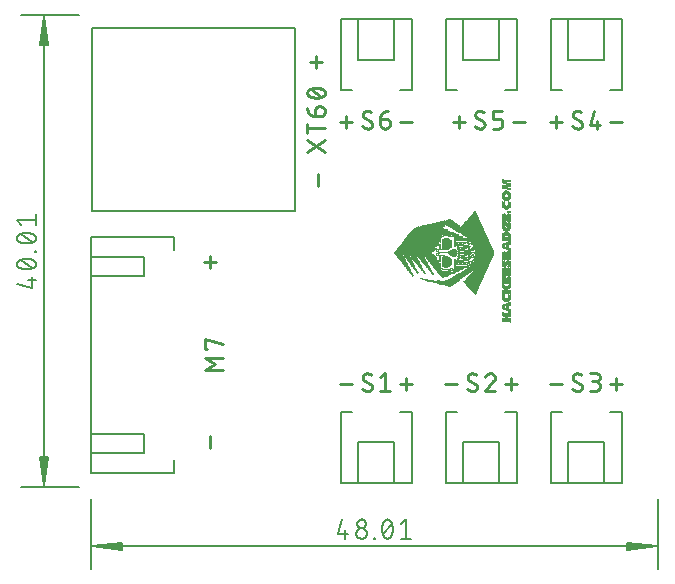
<source format=gto>
G04 EAGLE Gerber RS-274X export*
G75*
%MOMM*%
%FSLAX34Y34*%
%LPD*%
%INSilkscreen Top*%
%IPPOS*%
%AMOC8*
5,1,8,0,0,1.08239X$1,22.5*%
G01*
%ADD10C,0.130000*%
%ADD11C,0.152400*%
%ADD12C,0.279400*%
%ADD13C,0.203200*%
%ADD14R,0.008000X0.200000*%
%ADD15R,0.008000X0.216000*%
%ADD16R,0.008000X0.168000*%
%ADD17R,0.008000X0.008000*%
%ADD18R,0.008000X0.304000*%
%ADD19R,0.008000X0.312000*%
%ADD20R,0.008000X0.296000*%
%ADD21R,0.008000X0.264000*%
%ADD22R,0.008000X0.280000*%
%ADD23R,0.008000X0.584000*%
%ADD24R,0.008000X0.368000*%
%ADD25R,0.008000X0.288000*%
%ADD26R,0.008000X0.616000*%
%ADD27R,0.008000X0.272000*%
%ADD28R,0.008000X0.376000*%
%ADD29R,0.008000X0.504000*%
%ADD30R,0.008000X0.440000*%
%ADD31R,0.008000X0.408000*%
%ADD32R,0.008000X0.232000*%
%ADD33R,0.008000X0.344000*%
%ADD34R,0.008000X0.400000*%
%ADD35R,0.008000X0.320000*%
%ADD36R,0.008000X0.424000*%
%ADD37R,0.008000X0.536000*%
%ADD38R,0.008000X0.488000*%
%ADD39R,0.008000X0.480000*%
%ADD40R,0.008000X0.608000*%
%ADD41R,0.008000X0.392000*%
%ADD42R,0.008000X0.240000*%
%ADD43R,0.008000X0.568000*%
%ADD44R,0.008000X0.520000*%
%ADD45R,0.008000X0.512000*%
%ADD46R,0.008000X0.432000*%
%ADD47R,0.008000X0.224000*%
%ADD48R,0.008000X0.456000*%
%ADD49R,0.008000X0.576000*%
%ADD50R,0.008000X0.544000*%
%ADD51R,0.008000X0.528000*%
%ADD52R,0.008000X0.448000*%
%ADD53R,0.008000X0.472000*%
%ADD54R,0.008000X0.592000*%
%ADD55R,0.008000X0.560000*%
%ADD56R,0.008000X0.552000*%
%ADD57R,0.008000X0.464000*%
%ADD58R,0.008000X0.248000*%
%ADD59R,0.008000X0.256000*%
%ADD60R,0.008000X0.496000*%
%ADD61R,0.008000X0.624000*%
%ADD62R,0.008000X0.600000*%
%ADD63R,0.008000X0.632000*%
%ADD64R,0.008000X0.640000*%
%ADD65R,0.008000X0.648000*%
%ADD66R,0.008000X0.656000*%
%ADD67R,0.008000X0.664000*%
%ADD68R,0.008000X0.680000*%
%ADD69R,0.008000X0.696000*%
%ADD70R,0.008000X0.712000*%
%ADD71R,0.008000X0.672000*%
%ADD72R,0.008000X0.720000*%
%ADD73R,0.008000X0.736000*%
%ADD74R,0.008000X0.752000*%
%ADD75R,0.008000X0.760000*%
%ADD76R,0.008000X0.688000*%
%ADD77R,0.008000X0.768000*%
%ADD78R,0.008000X0.784000*%
%ADD79R,0.008000X0.776000*%
%ADD80R,0.008000X0.152000*%
%ADD81R,0.008000X0.800000*%
%ADD82R,0.008000X0.144000*%
%ADD83R,0.008000X0.352000*%
%ADD84R,0.008000X0.704000*%
%ADD85R,0.008000X0.384000*%
%ADD86R,0.008000X0.080000*%
%ADD87R,0.008000X0.104000*%
%ADD88R,0.008000X0.336000*%
%ADD89R,0.008000X0.088000*%
%ADD90R,0.008000X0.048000*%
%ADD91R,0.008000X0.072000*%
%ADD92R,0.008000X0.328000*%
%ADD93R,0.008000X0.744000*%
%ADD94R,0.008000X0.016000*%
%ADD95R,0.008000X0.024000*%
%ADD96R,0.008000X0.208000*%
%ADD97R,0.008000X0.728000*%
%ADD98R,0.008000X0.360000*%
%ADD99R,0.008000X0.192000*%
%ADD100R,0.008000X0.176000*%
%ADD101R,0.008000X0.184000*%
%ADD102R,0.008000X0.040000*%
%ADD103R,0.008000X0.032000*%
%ADD104R,0.008000X0.096000*%
%ADD105R,0.008000X0.136000*%
%ADD106R,0.008000X0.792000*%
%ADD107R,0.008000X0.416000*%
%ADD108R,0.008000X0.128000*%
%ADD109R,0.008000X0.840000*%
%ADD110R,0.008000X0.872000*%
%ADD111R,0.008000X0.904000*%
%ADD112R,0.008000X0.936000*%
%ADD113R,0.008000X0.984000*%
%ADD114R,0.008000X1.016000*%
%ADD115R,0.008000X1.048000*%
%ADD116R,0.008000X1.080000*%
%ADD117R,0.008000X1.120000*%
%ADD118R,0.008000X1.160000*%
%ADD119R,0.008000X1.192000*%
%ADD120R,0.008000X1.224000*%
%ADD121R,0.008000X1.256000*%
%ADD122R,0.008000X1.296000*%
%ADD123R,0.008000X1.336000*%
%ADD124R,0.008000X1.368000*%
%ADD125R,0.008000X1.400000*%
%ADD126R,0.008000X1.440000*%
%ADD127R,0.008000X1.480000*%
%ADD128R,0.008000X1.512000*%
%ADD129R,0.008000X1.544000*%
%ADD130R,0.008000X1.576000*%
%ADD131R,0.008000X1.616000*%
%ADD132R,0.008000X1.648000*%
%ADD133R,0.008000X1.688000*%
%ADD134R,0.008000X1.720000*%
%ADD135R,0.008000X1.752000*%
%ADD136R,0.008000X1.792000*%
%ADD137R,0.008000X1.832000*%
%ADD138R,0.008000X1.864000*%
%ADD139R,0.008000X1.896000*%
%ADD140R,0.008000X1.928000*%
%ADD141R,0.008000X1.976000*%
%ADD142R,0.008000X2.008000*%
%ADD143R,0.008000X2.040000*%
%ADD144R,0.008000X2.072000*%
%ADD145R,0.008000X2.104000*%
%ADD146R,0.008000X2.152000*%
%ADD147R,0.008000X2.184000*%
%ADD148R,0.008000X2.216000*%
%ADD149R,0.008000X2.248000*%
%ADD150R,0.008000X2.280000*%
%ADD151R,0.008000X2.328000*%
%ADD152R,0.008000X2.360000*%
%ADD153R,0.008000X2.392000*%
%ADD154R,0.008000X2.424000*%
%ADD155R,0.008000X2.456000*%
%ADD156R,0.008000X2.504000*%
%ADD157R,0.008000X2.536000*%
%ADD158R,0.008000X2.568000*%
%ADD159R,0.008000X2.600000*%
%ADD160R,0.008000X2.632000*%
%ADD161R,0.008000X2.680000*%
%ADD162R,0.008000X2.712000*%
%ADD163R,0.008000X2.744000*%
%ADD164R,0.008000X2.776000*%
%ADD165R,0.008000X2.808000*%
%ADD166R,0.008000X2.856000*%
%ADD167R,0.008000X2.888000*%
%ADD168R,0.008000X2.920000*%
%ADD169R,0.008000X2.952000*%
%ADD170R,0.008000X2.984000*%
%ADD171R,0.008000X3.032000*%
%ADD172R,0.008000X3.064000*%
%ADD173R,0.008000X3.096000*%
%ADD174R,0.008000X3.128000*%
%ADD175R,0.008000X3.160000*%
%ADD176R,0.008000X3.200000*%
%ADD177R,0.008000X3.240000*%
%ADD178R,0.008000X3.272000*%
%ADD179R,0.008000X3.304000*%
%ADD180R,0.008000X3.336000*%
%ADD181R,0.008000X3.384000*%
%ADD182R,0.008000X3.416000*%
%ADD183R,0.008000X3.448000*%
%ADD184R,0.008000X3.480000*%
%ADD185R,0.008000X3.512000*%
%ADD186R,0.008000X3.552000*%
%ADD187R,0.008000X3.592000*%
%ADD188R,0.008000X3.624000*%
%ADD189R,0.008000X3.656000*%
%ADD190R,0.008000X3.688000*%
%ADD191R,0.008000X3.736000*%
%ADD192R,0.008000X3.768000*%
%ADD193R,0.008000X3.800000*%
%ADD194R,0.008000X3.832000*%
%ADD195R,0.008000X3.864000*%
%ADD196R,0.008000X3.912000*%
%ADD197R,0.008000X3.944000*%
%ADD198R,0.008000X3.976000*%
%ADD199R,0.008000X4.008000*%
%ADD200R,0.008000X4.040000*%
%ADD201R,0.008000X4.080000*%
%ADD202R,0.008000X4.120000*%
%ADD203R,0.008000X4.152000*%
%ADD204R,0.008000X4.184000*%
%ADD205R,0.008000X4.216000*%
%ADD206R,0.008000X4.264000*%
%ADD207R,0.008000X4.296000*%
%ADD208R,0.008000X4.328000*%
%ADD209R,0.008000X4.360000*%
%ADD210R,0.008000X4.392000*%
%ADD211R,0.008000X4.432000*%
%ADD212R,0.008000X4.472000*%
%ADD213R,0.008000X4.504000*%
%ADD214R,0.008000X4.536000*%
%ADD215R,0.008000X4.568000*%
%ADD216R,0.008000X4.600000*%
%ADD217R,0.008000X4.648000*%
%ADD218R,0.008000X4.680000*%
%ADD219R,0.008000X4.712000*%
%ADD220R,0.008000X4.744000*%
%ADD221R,0.008000X4.776000*%
%ADD222R,0.008000X4.816000*%
%ADD223R,0.008000X4.856000*%
%ADD224R,0.008000X4.888000*%
%ADD225R,0.008000X4.920000*%
%ADD226R,0.008000X4.952000*%
%ADD227R,0.008000X5.000000*%
%ADD228R,0.008000X5.032000*%
%ADD229R,0.008000X5.064000*%
%ADD230R,0.008000X5.096000*%
%ADD231R,0.008000X5.128000*%
%ADD232R,0.008000X5.176000*%
%ADD233R,0.008000X5.208000*%
%ADD234R,0.008000X5.240000*%
%ADD235R,0.008000X5.272000*%
%ADD236R,0.008000X5.304000*%
%ADD237R,0.008000X5.352000*%
%ADD238R,0.008000X5.384000*%
%ADD239R,0.008000X5.416000*%
%ADD240R,0.008000X5.448000*%
%ADD241R,0.008000X5.480000*%
%ADD242R,0.008000X5.520000*%
%ADD243R,0.008000X5.560000*%
%ADD244R,0.008000X5.592000*%
%ADD245R,0.008000X5.624000*%
%ADD246R,0.008000X5.656000*%
%ADD247R,0.008000X5.688000*%
%ADD248R,0.008000X5.736000*%
%ADD249R,0.008000X5.768000*%
%ADD250R,0.008000X5.800000*%
%ADD251R,0.008000X5.832000*%
%ADD252R,0.008000X5.864000*%
%ADD253R,0.008000X5.912000*%
%ADD254R,0.008000X5.944000*%
%ADD255R,0.008000X5.976000*%
%ADD256R,0.008000X6.008000*%
%ADD257R,0.008000X6.040000*%
%ADD258R,0.008000X6.088000*%
%ADD259R,0.008000X6.120000*%
%ADD260R,0.008000X6.152000*%
%ADD261R,0.008000X6.184000*%
%ADD262R,0.008000X6.216000*%
%ADD263R,0.008000X6.264000*%
%ADD264R,0.008000X6.296000*%
%ADD265R,0.008000X6.328000*%
%ADD266R,0.008000X6.360000*%
%ADD267R,0.008000X6.392000*%
%ADD268R,0.008000X6.432000*%
%ADD269R,0.008000X3.208000*%
%ADD270R,0.008000X3.216000*%
%ADD271R,0.008000X3.224000*%
%ADD272R,0.008000X3.248000*%
%ADD273R,0.008000X3.256000*%
%ADD274R,0.008000X3.264000*%
%ADD275R,0.008000X3.288000*%
%ADD276R,0.008000X3.328000*%
%ADD277R,0.008000X3.192000*%
%ADD278R,0.008000X0.056000*%
%ADD279R,0.008000X2.144000*%
%ADD280R,0.008000X1.072000*%
%ADD281R,0.008000X3.232000*%
%ADD282R,0.008000X1.056000*%
%ADD283R,0.008000X1.040000*%
%ADD284R,0.008000X2.128000*%
%ADD285R,0.008000X1.032000*%
%ADD286R,0.008000X2.112000*%
%ADD287R,0.008000X1.024000*%
%ADD288R,0.008000X2.096000*%
%ADD289R,0.008000X0.120000*%
%ADD290R,0.008000X3.168000*%
%ADD291R,0.008000X2.080000*%
%ADD292R,0.008000X1.008000*%
%ADD293R,0.008000X3.152000*%
%ADD294R,0.008000X2.064000*%
%ADD295R,0.008000X0.992000*%
%ADD296R,0.008000X3.104000*%
%ADD297R,0.008000X2.024000*%
%ADD298R,0.008000X3.080000*%
%ADD299R,0.008000X0.968000*%
%ADD300R,0.008000X3.056000*%
%ADD301R,0.008000X1.992000*%
%ADD302R,0.008000X0.952000*%
%ADD303R,0.008000X3.024000*%
%ADD304R,0.008000X1.968000*%
%ADD305R,0.008000X0.064000*%
%ADD306R,0.008000X2.992000*%
%ADD307R,0.008000X1.952000*%
%ADD308R,0.008000X1.936000*%
%ADD309R,0.008000X2.664000*%
%ADD310R,0.008000X1.920000*%
%ADD311R,0.008000X0.160000*%
%ADD312R,0.008000X2.640000*%
%ADD313R,0.008000X1.904000*%
%ADD314R,0.008000X0.112000*%
%ADD315R,0.008000X2.624000*%
%ADD316R,0.008000X1.880000*%
%ADD317R,0.008000X2.384000*%
%ADD318R,0.008000X1.848000*%
%ADD319R,0.008000X2.368000*%
%ADD320R,0.008000X2.352000*%
%ADD321R,0.008000X1.808000*%
%ADD322R,0.008000X2.344000*%
%ADD323R,0.008000X1.776000*%
%ADD324R,0.008000X2.320000*%
%ADD325R,0.008000X1.760000*%
%ADD326R,0.008000X2.304000*%
%ADD327R,0.008000X1.744000*%
%ADD328R,0.008000X2.296000*%
%ADD329R,0.008000X1.728000*%
%ADD330R,0.008000X1.704000*%
%ADD331R,0.008000X2.264000*%
%ADD332R,0.008000X1.672000*%
%ADD333R,0.008000X2.232000*%
%ADD334R,0.008000X2.224000*%
%ADD335R,0.008000X1.632000*%
%ADD336R,0.008000X2.208000*%
%ADD337R,0.008000X2.192000*%
%ADD338R,0.008000X1.600000*%
%ADD339R,0.008000X1.584000*%
%ADD340R,0.008000X2.168000*%
%ADD341R,0.008000X1.568000*%
%ADD342R,0.008000X2.160000*%
%ADD343R,0.008000X1.552000*%
%ADD344R,0.008000X1.528000*%
%ADD345R,0.008000X1.488000*%
%ADD346R,0.008000X1.472000*%
%ADD347R,0.008000X2.088000*%
%ADD348R,0.008000X1.456000*%
%ADD349R,0.008000X1.424000*%
%ADD350R,0.008000X2.048000*%
%ADD351R,0.008000X1.408000*%
%ADD352R,0.008000X2.032000*%
%ADD353R,0.008000X1.392000*%
%ADD354R,0.008000X1.352000*%
%ADD355R,0.008000X2.000000*%
%ADD356R,0.008000X1.312000*%
%ADD357R,0.008000X1.960000*%
%ADD358R,0.008000X1.280000*%
%ADD359R,0.008000X1.264000*%
%ADD360R,0.008000X1.248000*%
%ADD361R,0.008000X1.912000*%
%ADD362R,0.008000X1.232000*%
%ADD363R,0.008000X1.208000*%
%ADD364R,0.008000X1.888000*%
%ADD365R,0.008000X1.872000*%
%ADD366R,0.008000X1.176000*%
%ADD367R,0.008000X1.152000*%
%ADD368R,0.008000X1.840000*%
%ADD369R,0.008000X1.136000*%
%ADD370R,0.008000X1.816000*%
%ADD371R,0.008000X1.104000*%
%ADD372R,0.008000X1.800000*%
%ADD373R,0.008000X1.088000*%
%ADD374R,0.008000X1.768000*%
%ADD375R,0.008000X1.736000*%
%ADD376R,0.008000X0.976000*%
%ADD377R,0.008000X0.960000*%
%ADD378R,0.008000X1.696000*%
%ADD379R,0.008000X0.944000*%
%ADD380R,0.008000X1.680000*%
%ADD381R,0.008000X0.928000*%
%ADD382R,0.008000X1.664000*%
%ADD383R,0.008000X0.912000*%
%ADD384R,0.008000X1.656000*%
%ADD385R,0.008000X0.896000*%
%ADD386R,0.008000X1.640000*%
%ADD387R,0.008000X0.856000*%
%ADD388R,0.008000X0.832000*%
%ADD389R,0.008000X1.608000*%
%ADD390R,0.008000X0.816000*%
%ADD391R,0.008000X1.592000*%
%ADD392R,0.008000X1.560000*%
%ADD393R,0.008000X1.536000*%
%ADD394R,0.008000X1.520000*%
%ADD395R,0.008000X1.504000*%
%ADD396R,0.008000X1.496000*%
%ADD397R,0.008000X1.432000*%
%ADD398R,0.008000X1.384000*%
%ADD399R,0.008000X1.360000*%
%ADD400R,0.008000X1.344000*%
%ADD401R,0.008000X1.320000*%
%ADD402R,0.008000X1.304000*%
%ADD403R,0.008000X1.288000*%
%ADD404R,0.008000X1.272000*%
%ADD405R,0.008000X1.240000*%
%ADD406R,0.008000X1.200000*%
%ADD407R,0.008000X1.184000*%
%ADD408R,0.008000X1.168000*%
%ADD409R,0.008000X1.144000*%
%ADD410R,0.008000X1.128000*%
%ADD411R,0.008000X1.112000*%
%ADD412R,0.008000X1.064000*%
%ADD413R,0.008000X0.880000*%
%ADD414R,0.008000X0.848000*%
%ADD415R,0.008000X0.808000*%
%ADD416R,0.008000X0.824000*%
%ADD417R,0.008000X0.864000*%
%ADD418R,0.008000X0.888000*%
%ADD419R,0.008000X0.920000*%
%ADD420R,0.008000X1.216000*%
%ADD421R,0.008000X1.328000*%
%ADD422R,0.008000X1.464000*%
%ADD423R,0.008000X1.624000*%
%ADD424R,0.008000X1.712000*%
%ADD425R,0.008000X1.784000*%
%ADD426R,0.008000X2.016000*%
%ADD427R,0.008000X2.176000*%
%ADD428R,0.008000X2.200000*%
%ADD429R,0.008000X2.336000*%
%ADD430R,0.008000X2.400000*%
%ADD431R,0.008000X2.416000*%
%ADD432R,0.008000X2.432000*%
%ADD433R,0.008000X2.440000*%
%ADD434R,0.008000X2.448000*%
%ADD435R,0.008000X3.376000*%
%ADD436R,0.008000X3.368000*%
%ADD437R,0.008000X3.344000*%
%ADD438R,0.008000X3.320000*%
%ADD439R,0.008000X3.280000*%
%ADD440R,0.008000X3.176000*%
%ADD441R,0.008000X3.144000*%
%ADD442R,0.008000X3.136000*%
%ADD443R,0.008000X3.120000*%
%ADD444R,0.008000X3.088000*%
%ADD445R,0.008000X3.048000*%
%ADD446R,0.008000X3.040000*%
%ADD447R,0.008000X3.008000*%
%ADD448R,0.008000X2.976000*%
%ADD449R,0.008000X2.968000*%
%ADD450R,0.008000X2.944000*%
%ADD451R,0.008000X2.936000*%
%ADD452R,0.008000X2.928000*%
%ADD453R,0.008000X2.912000*%
%ADD454R,0.008000X2.880000*%
%ADD455R,0.008000X2.872000*%
%ADD456R,0.008000X2.864000*%
%ADD457R,0.008000X2.848000*%
%ADD458R,0.008000X2.832000*%
%ADD459R,0.008000X2.824000*%
%ADD460R,0.008000X2.816000*%
%ADD461R,0.008000X2.792000*%
%ADD462R,0.008000X2.768000*%
%ADD463R,0.008000X2.760000*%
%ADD464R,0.008000X2.736000*%
%ADD465R,0.008000X2.720000*%
%ADD466R,0.008000X2.704000*%
%ADD467R,0.008000X2.696000*%
%ADD468R,0.008000X2.656000*%
%ADD469R,0.008000X2.648000*%
%ADD470R,0.008000X2.608000*%
%ADD471R,0.008000X2.592000*%
%ADD472R,0.008000X2.576000*%
%ADD473R,0.008000X2.552000*%
%ADD474R,0.008000X2.544000*%
%ADD475R,0.008000X2.528000*%
%ADD476R,0.008000X2.520000*%
%ADD477R,0.008000X2.512000*%
%ADD478R,0.008000X2.496000*%
%ADD479R,0.008000X2.488000*%
%ADD480R,0.008000X2.480000*%
%ADD481R,0.008000X3.112000*%
%ADD482R,0.008000X3.072000*%
%ADD483R,0.008000X3.016000*%
%ADD484R,0.008000X3.000000*%
%ADD485R,0.008000X2.904000*%
%ADD486R,0.008000X2.840000*%
%ADD487R,0.008000X2.800000*%
%ADD488R,0.008000X2.784000*%
%ADD489R,0.008000X2.688000*%
%ADD490R,0.008000X2.672000*%
%ADD491R,0.008000X2.616000*%
%ADD492R,0.008000X2.584000*%
%ADD493R,0.008000X2.464000*%
%ADD494R,0.008000X2.408000*%
%ADD495R,0.008000X2.312000*%
%ADD496R,0.008000X2.288000*%
%ADD497R,0.008000X2.272000*%
%ADD498R,0.008000X2.240000*%
%ADD499R,0.008000X2.472000*%
%ADD500R,0.008000X2.056000*%
%ADD501R,0.008000X1.856000*%
%ADD502R,0.008000X2.256000*%
%ADD503R,0.008000X1.416000*%
%ADD504R,0.008000X1.376000*%
%ADD505R,0.008000X1.448000*%
%ADD506R,0.008000X1.096000*%


D10*
X0Y-10000D02*
X0Y-69500D01*
X480060Y-69500D02*
X480060Y-10000D01*
X479410Y-50000D02*
X650Y-50000D01*
X26000Y-46808D01*
X26000Y-53192D01*
X650Y-50000D01*
X26000Y-48700D01*
X26000Y-51300D02*
X650Y-50000D01*
X26000Y-47400D01*
X26000Y-52600D02*
X650Y-50000D01*
X454060Y-46808D02*
X479410Y-50000D01*
X454060Y-46808D02*
X454060Y-53192D01*
X479410Y-50000D01*
X454060Y-48700D01*
X454060Y-51300D02*
X479410Y-50000D01*
X454060Y-47400D01*
X454060Y-52600D02*
X479410Y-50000D01*
D11*
X212494Y-27237D02*
X208882Y-39881D01*
X217913Y-39881D01*
X215204Y-36268D02*
X215204Y-43493D01*
X224513Y-38977D02*
X224515Y-38844D01*
X224521Y-38712D01*
X224531Y-38580D01*
X224544Y-38448D01*
X224562Y-38316D01*
X224583Y-38186D01*
X224608Y-38055D01*
X224637Y-37926D01*
X224670Y-37798D01*
X224706Y-37670D01*
X224746Y-37544D01*
X224790Y-37419D01*
X224838Y-37295D01*
X224889Y-37173D01*
X224944Y-37052D01*
X225002Y-36933D01*
X225064Y-36815D01*
X225129Y-36700D01*
X225198Y-36586D01*
X225269Y-36475D01*
X225345Y-36366D01*
X225423Y-36259D01*
X225504Y-36154D01*
X225589Y-36052D01*
X225676Y-35952D01*
X225766Y-35855D01*
X225859Y-35760D01*
X225955Y-35669D01*
X226053Y-35580D01*
X226154Y-35494D01*
X226258Y-35411D01*
X226364Y-35331D01*
X226472Y-35255D01*
X226582Y-35181D01*
X226695Y-35111D01*
X226809Y-35044D01*
X226926Y-34981D01*
X227044Y-34921D01*
X227164Y-34864D01*
X227286Y-34811D01*
X227409Y-34762D01*
X227533Y-34716D01*
X227659Y-34674D01*
X227786Y-34636D01*
X227914Y-34601D01*
X228043Y-34570D01*
X228172Y-34543D01*
X228303Y-34520D01*
X228434Y-34500D01*
X228566Y-34485D01*
X228698Y-34473D01*
X228830Y-34465D01*
X228963Y-34461D01*
X229095Y-34461D01*
X229228Y-34465D01*
X229360Y-34473D01*
X229492Y-34485D01*
X229624Y-34500D01*
X229755Y-34520D01*
X229886Y-34543D01*
X230015Y-34570D01*
X230144Y-34601D01*
X230272Y-34636D01*
X230399Y-34674D01*
X230525Y-34716D01*
X230649Y-34762D01*
X230772Y-34811D01*
X230894Y-34864D01*
X231014Y-34921D01*
X231132Y-34981D01*
X231249Y-35044D01*
X231363Y-35111D01*
X231476Y-35181D01*
X231586Y-35255D01*
X231694Y-35331D01*
X231800Y-35411D01*
X231904Y-35494D01*
X232005Y-35580D01*
X232103Y-35669D01*
X232199Y-35760D01*
X232292Y-35855D01*
X232382Y-35952D01*
X232469Y-36052D01*
X232554Y-36154D01*
X232635Y-36259D01*
X232713Y-36366D01*
X232789Y-36475D01*
X232860Y-36586D01*
X232929Y-36700D01*
X232994Y-36815D01*
X233056Y-36933D01*
X233114Y-37052D01*
X233169Y-37173D01*
X233220Y-37295D01*
X233268Y-37419D01*
X233312Y-37544D01*
X233352Y-37670D01*
X233388Y-37798D01*
X233421Y-37926D01*
X233450Y-38055D01*
X233475Y-38186D01*
X233496Y-38316D01*
X233514Y-38448D01*
X233527Y-38580D01*
X233537Y-38712D01*
X233543Y-38844D01*
X233545Y-38977D01*
X233543Y-39110D01*
X233537Y-39242D01*
X233527Y-39374D01*
X233514Y-39506D01*
X233496Y-39638D01*
X233475Y-39768D01*
X233450Y-39899D01*
X233421Y-40028D01*
X233388Y-40156D01*
X233352Y-40284D01*
X233312Y-40410D01*
X233268Y-40535D01*
X233220Y-40659D01*
X233169Y-40781D01*
X233114Y-40902D01*
X233056Y-41021D01*
X232994Y-41139D01*
X232929Y-41254D01*
X232860Y-41368D01*
X232789Y-41479D01*
X232713Y-41588D01*
X232635Y-41695D01*
X232554Y-41800D01*
X232469Y-41902D01*
X232382Y-42002D01*
X232292Y-42099D01*
X232199Y-42194D01*
X232103Y-42285D01*
X232005Y-42374D01*
X231904Y-42460D01*
X231800Y-42543D01*
X231694Y-42623D01*
X231586Y-42699D01*
X231476Y-42773D01*
X231363Y-42843D01*
X231249Y-42910D01*
X231132Y-42973D01*
X231014Y-43033D01*
X230894Y-43090D01*
X230772Y-43143D01*
X230649Y-43192D01*
X230525Y-43238D01*
X230399Y-43280D01*
X230272Y-43318D01*
X230144Y-43353D01*
X230015Y-43384D01*
X229886Y-43411D01*
X229755Y-43434D01*
X229624Y-43454D01*
X229492Y-43469D01*
X229360Y-43481D01*
X229228Y-43489D01*
X229095Y-43493D01*
X228963Y-43493D01*
X228830Y-43489D01*
X228698Y-43481D01*
X228566Y-43469D01*
X228434Y-43454D01*
X228303Y-43434D01*
X228172Y-43411D01*
X228043Y-43384D01*
X227914Y-43353D01*
X227786Y-43318D01*
X227659Y-43280D01*
X227533Y-43238D01*
X227409Y-43192D01*
X227286Y-43143D01*
X227164Y-43090D01*
X227044Y-43033D01*
X226926Y-42973D01*
X226809Y-42910D01*
X226695Y-42843D01*
X226582Y-42773D01*
X226472Y-42699D01*
X226364Y-42623D01*
X226258Y-42543D01*
X226154Y-42460D01*
X226053Y-42374D01*
X225955Y-42285D01*
X225859Y-42194D01*
X225766Y-42099D01*
X225676Y-42002D01*
X225589Y-41902D01*
X225504Y-41800D01*
X225423Y-41695D01*
X225345Y-41588D01*
X225269Y-41479D01*
X225198Y-41368D01*
X225129Y-41254D01*
X225064Y-41139D01*
X225002Y-41021D01*
X224944Y-40902D01*
X224889Y-40781D01*
X224838Y-40659D01*
X224790Y-40535D01*
X224746Y-40410D01*
X224706Y-40284D01*
X224670Y-40156D01*
X224637Y-40028D01*
X224608Y-39899D01*
X224583Y-39768D01*
X224562Y-39638D01*
X224544Y-39506D01*
X224531Y-39374D01*
X224521Y-39242D01*
X224515Y-39110D01*
X224513Y-38977D01*
X225417Y-30849D02*
X225419Y-30730D01*
X225425Y-30610D01*
X225435Y-30491D01*
X225449Y-30373D01*
X225466Y-30254D01*
X225488Y-30137D01*
X225513Y-30020D01*
X225543Y-29905D01*
X225576Y-29790D01*
X225613Y-29676D01*
X225653Y-29564D01*
X225698Y-29453D01*
X225746Y-29344D01*
X225797Y-29236D01*
X225852Y-29130D01*
X225911Y-29026D01*
X225973Y-28924D01*
X226038Y-28824D01*
X226107Y-28726D01*
X226179Y-28630D01*
X226254Y-28537D01*
X226331Y-28447D01*
X226412Y-28359D01*
X226496Y-28274D01*
X226583Y-28192D01*
X226672Y-28112D01*
X226764Y-28036D01*
X226858Y-27962D01*
X226955Y-27892D01*
X227053Y-27825D01*
X227154Y-27761D01*
X227258Y-27701D01*
X227363Y-27644D01*
X227470Y-27591D01*
X227578Y-27541D01*
X227688Y-27495D01*
X227800Y-27453D01*
X227913Y-27414D01*
X228027Y-27379D01*
X228142Y-27348D01*
X228259Y-27320D01*
X228376Y-27297D01*
X228493Y-27277D01*
X228612Y-27261D01*
X228731Y-27249D01*
X228850Y-27241D01*
X228969Y-27237D01*
X229089Y-27237D01*
X229208Y-27241D01*
X229327Y-27249D01*
X229446Y-27261D01*
X229565Y-27277D01*
X229682Y-27297D01*
X229799Y-27320D01*
X229916Y-27348D01*
X230031Y-27379D01*
X230145Y-27414D01*
X230258Y-27453D01*
X230370Y-27495D01*
X230480Y-27541D01*
X230588Y-27591D01*
X230695Y-27644D01*
X230800Y-27701D01*
X230904Y-27761D01*
X231005Y-27825D01*
X231103Y-27892D01*
X231200Y-27962D01*
X231294Y-28036D01*
X231386Y-28112D01*
X231475Y-28192D01*
X231562Y-28274D01*
X231646Y-28359D01*
X231727Y-28447D01*
X231804Y-28537D01*
X231879Y-28630D01*
X231951Y-28726D01*
X232020Y-28824D01*
X232085Y-28924D01*
X232147Y-29026D01*
X232206Y-29130D01*
X232261Y-29236D01*
X232312Y-29344D01*
X232360Y-29453D01*
X232405Y-29564D01*
X232445Y-29676D01*
X232482Y-29790D01*
X232515Y-29905D01*
X232545Y-30020D01*
X232570Y-30137D01*
X232592Y-30254D01*
X232609Y-30373D01*
X232623Y-30491D01*
X232633Y-30610D01*
X232639Y-30730D01*
X232641Y-30849D01*
X232639Y-30968D01*
X232633Y-31088D01*
X232623Y-31207D01*
X232609Y-31325D01*
X232592Y-31444D01*
X232570Y-31561D01*
X232545Y-31678D01*
X232515Y-31793D01*
X232482Y-31908D01*
X232445Y-32022D01*
X232405Y-32134D01*
X232360Y-32245D01*
X232312Y-32354D01*
X232261Y-32462D01*
X232206Y-32568D01*
X232147Y-32672D01*
X232085Y-32774D01*
X232020Y-32874D01*
X231951Y-32972D01*
X231879Y-33068D01*
X231804Y-33161D01*
X231727Y-33251D01*
X231646Y-33339D01*
X231562Y-33424D01*
X231475Y-33506D01*
X231386Y-33586D01*
X231294Y-33662D01*
X231200Y-33736D01*
X231103Y-33806D01*
X231005Y-33873D01*
X230904Y-33937D01*
X230800Y-33997D01*
X230695Y-34054D01*
X230588Y-34107D01*
X230480Y-34157D01*
X230370Y-34203D01*
X230258Y-34245D01*
X230145Y-34284D01*
X230031Y-34319D01*
X229916Y-34350D01*
X229799Y-34378D01*
X229682Y-34401D01*
X229565Y-34421D01*
X229446Y-34437D01*
X229327Y-34449D01*
X229208Y-34457D01*
X229089Y-34461D01*
X228969Y-34461D01*
X228850Y-34457D01*
X228731Y-34449D01*
X228612Y-34437D01*
X228493Y-34421D01*
X228376Y-34401D01*
X228259Y-34378D01*
X228142Y-34350D01*
X228027Y-34319D01*
X227913Y-34284D01*
X227800Y-34245D01*
X227688Y-34203D01*
X227578Y-34157D01*
X227470Y-34107D01*
X227363Y-34054D01*
X227258Y-33997D01*
X227154Y-33937D01*
X227053Y-33873D01*
X226955Y-33806D01*
X226858Y-33736D01*
X226764Y-33662D01*
X226672Y-33586D01*
X226583Y-33506D01*
X226496Y-33424D01*
X226412Y-33339D01*
X226331Y-33251D01*
X226254Y-33161D01*
X226179Y-33068D01*
X226107Y-32972D01*
X226038Y-32874D01*
X225973Y-32774D01*
X225911Y-32672D01*
X225852Y-32568D01*
X225797Y-32462D01*
X225746Y-32354D01*
X225698Y-32245D01*
X225653Y-32134D01*
X225613Y-32022D01*
X225576Y-31908D01*
X225543Y-31793D01*
X225513Y-31678D01*
X225488Y-31561D01*
X225466Y-31444D01*
X225449Y-31325D01*
X225435Y-31207D01*
X225425Y-31088D01*
X225419Y-30968D01*
X225417Y-30849D01*
X239519Y-42590D02*
X239519Y-43493D01*
X239519Y-42590D02*
X240422Y-42590D01*
X240422Y-43493D01*
X239519Y-43493D01*
X246397Y-35365D02*
X246401Y-35045D01*
X246412Y-34726D01*
X246431Y-34406D01*
X246458Y-34088D01*
X246492Y-33770D01*
X246534Y-33453D01*
X246584Y-33137D01*
X246641Y-32822D01*
X246705Y-32509D01*
X246777Y-32197D01*
X246856Y-31887D01*
X246943Y-31580D01*
X247037Y-31274D01*
X247138Y-30971D01*
X247247Y-30670D01*
X247362Y-30372D01*
X247485Y-30076D01*
X247615Y-29784D01*
X247752Y-29495D01*
X247752Y-29494D02*
X247791Y-29386D01*
X247834Y-29279D01*
X247880Y-29174D01*
X247930Y-29071D01*
X247984Y-28969D01*
X248041Y-28869D01*
X248102Y-28771D01*
X248166Y-28675D01*
X248233Y-28582D01*
X248303Y-28491D01*
X248377Y-28402D01*
X248453Y-28316D01*
X248533Y-28233D01*
X248615Y-28152D01*
X248700Y-28074D01*
X248787Y-28000D01*
X248878Y-27928D01*
X248970Y-27859D01*
X249065Y-27794D01*
X249162Y-27732D01*
X249261Y-27673D01*
X249362Y-27618D01*
X249465Y-27567D01*
X249570Y-27519D01*
X249676Y-27474D01*
X249783Y-27433D01*
X249892Y-27396D01*
X250003Y-27363D01*
X250114Y-27334D01*
X250226Y-27308D01*
X250339Y-27286D01*
X250453Y-27269D01*
X250567Y-27255D01*
X250682Y-27245D01*
X250797Y-27239D01*
X250912Y-27237D01*
X251027Y-27239D01*
X251142Y-27245D01*
X251257Y-27255D01*
X251371Y-27269D01*
X251485Y-27286D01*
X251598Y-27308D01*
X251710Y-27334D01*
X251822Y-27363D01*
X251932Y-27396D01*
X252041Y-27433D01*
X252149Y-27474D01*
X252255Y-27519D01*
X252360Y-27567D01*
X252462Y-27618D01*
X252564Y-27674D01*
X252663Y-27732D01*
X252760Y-27794D01*
X252855Y-27860D01*
X252947Y-27928D01*
X253037Y-28000D01*
X253125Y-28074D01*
X253210Y-28152D01*
X253292Y-28233D01*
X253371Y-28316D01*
X253448Y-28402D01*
X253521Y-28491D01*
X253592Y-28582D01*
X253659Y-28676D01*
X253723Y-28771D01*
X253784Y-28869D01*
X253841Y-28969D01*
X253894Y-29071D01*
X253945Y-29175D01*
X253991Y-29280D01*
X254034Y-29387D01*
X254073Y-29495D01*
X254210Y-29784D01*
X254340Y-30076D01*
X254463Y-30372D01*
X254578Y-30670D01*
X254687Y-30971D01*
X254788Y-31274D01*
X254882Y-31580D01*
X254969Y-31887D01*
X255048Y-32197D01*
X255120Y-32509D01*
X255184Y-32822D01*
X255241Y-33137D01*
X255291Y-33453D01*
X255333Y-33770D01*
X255367Y-34088D01*
X255394Y-34406D01*
X255413Y-34726D01*
X255424Y-35045D01*
X255428Y-35365D01*
X246397Y-35365D02*
X246401Y-35685D01*
X246412Y-36004D01*
X246431Y-36324D01*
X246458Y-36642D01*
X246492Y-36960D01*
X246534Y-37277D01*
X246584Y-37593D01*
X246641Y-37908D01*
X246705Y-38221D01*
X246777Y-38533D01*
X246856Y-38843D01*
X246943Y-39150D01*
X247037Y-39456D01*
X247138Y-39759D01*
X247247Y-40060D01*
X247362Y-40358D01*
X247485Y-40654D01*
X247615Y-40946D01*
X247752Y-41235D01*
X247751Y-41236D02*
X247790Y-41344D01*
X247833Y-41451D01*
X247879Y-41556D01*
X247930Y-41660D01*
X247983Y-41762D01*
X248040Y-41862D01*
X248101Y-41960D01*
X248165Y-42055D01*
X248232Y-42149D01*
X248303Y-42240D01*
X248376Y-42329D01*
X248453Y-42415D01*
X248532Y-42498D01*
X248614Y-42579D01*
X248699Y-42657D01*
X248787Y-42731D01*
X248877Y-42803D01*
X248970Y-42872D01*
X249064Y-42937D01*
X249161Y-42999D01*
X249261Y-43057D01*
X249362Y-43113D01*
X249464Y-43164D01*
X249569Y-43212D01*
X249675Y-43257D01*
X249783Y-43298D01*
X249892Y-43335D01*
X250002Y-43368D01*
X250114Y-43397D01*
X250226Y-43423D01*
X250339Y-43445D01*
X250453Y-43462D01*
X250567Y-43476D01*
X250682Y-43486D01*
X250797Y-43492D01*
X250912Y-43494D01*
X254073Y-41235D02*
X254210Y-40946D01*
X254340Y-40654D01*
X254463Y-40358D01*
X254578Y-40060D01*
X254687Y-39759D01*
X254788Y-39456D01*
X254882Y-39150D01*
X254969Y-38843D01*
X255048Y-38533D01*
X255120Y-38221D01*
X255184Y-37908D01*
X255241Y-37593D01*
X255291Y-37277D01*
X255333Y-36960D01*
X255367Y-36642D01*
X255394Y-36324D01*
X255413Y-36004D01*
X255424Y-35685D01*
X255428Y-35365D01*
X254073Y-41235D02*
X254034Y-41343D01*
X253991Y-41450D01*
X253945Y-41555D01*
X253894Y-41659D01*
X253841Y-41761D01*
X253784Y-41861D01*
X253723Y-41959D01*
X253659Y-42054D01*
X253592Y-42148D01*
X253521Y-42239D01*
X253448Y-42328D01*
X253371Y-42414D01*
X253292Y-42497D01*
X253210Y-42578D01*
X253125Y-42656D01*
X253037Y-42730D01*
X252947Y-42802D01*
X252854Y-42871D01*
X252760Y-42936D01*
X252663Y-42998D01*
X252563Y-43056D01*
X252462Y-43112D01*
X252359Y-43163D01*
X252255Y-43211D01*
X252149Y-43256D01*
X252041Y-43297D01*
X251932Y-43334D01*
X251822Y-43367D01*
X251710Y-43396D01*
X251598Y-43422D01*
X251485Y-43444D01*
X251371Y-43461D01*
X251257Y-43475D01*
X251142Y-43485D01*
X251027Y-43491D01*
X250912Y-43493D01*
X247300Y-39881D02*
X254525Y-30849D01*
X262028Y-30849D02*
X266544Y-27237D01*
X266544Y-43493D01*
X271059Y-43493D02*
X262028Y-43493D01*
D10*
X-10000Y0D02*
X-59500Y0D01*
X-59500Y400050D02*
X-10000Y400050D01*
X-40000Y399400D02*
X-40000Y650D01*
X-43192Y26000D01*
X-36808Y26000D01*
X-40000Y650D01*
X-41300Y26000D01*
X-38700Y26000D02*
X-40000Y650D01*
X-42600Y26000D01*
X-37400Y26000D02*
X-40000Y650D01*
X-43192Y374050D02*
X-40000Y399400D01*
X-43192Y374050D02*
X-36808Y374050D01*
X-40000Y399400D01*
X-41300Y374050D01*
X-38700Y374050D02*
X-40000Y399400D01*
X-42600Y374050D01*
X-37400Y374050D02*
X-40000Y399400D01*
D11*
X-62763Y172489D02*
X-50119Y168877D01*
X-50119Y177908D01*
X-53732Y175199D02*
X-46507Y175199D01*
X-54635Y184508D02*
X-54955Y184512D01*
X-55274Y184523D01*
X-55594Y184542D01*
X-55912Y184569D01*
X-56230Y184603D01*
X-56547Y184645D01*
X-56863Y184695D01*
X-57178Y184752D01*
X-57491Y184816D01*
X-57803Y184888D01*
X-58113Y184967D01*
X-58420Y185054D01*
X-58726Y185148D01*
X-59029Y185249D01*
X-59330Y185358D01*
X-59628Y185473D01*
X-59924Y185596D01*
X-60216Y185726D01*
X-60505Y185863D01*
X-60506Y185863D02*
X-60614Y185902D01*
X-60721Y185945D01*
X-60826Y185991D01*
X-60930Y186042D01*
X-61032Y186095D01*
X-61132Y186152D01*
X-61230Y186213D01*
X-61325Y186277D01*
X-61419Y186344D01*
X-61510Y186415D01*
X-61599Y186488D01*
X-61685Y186565D01*
X-61768Y186644D01*
X-61849Y186726D01*
X-61927Y186811D01*
X-62001Y186899D01*
X-62073Y186989D01*
X-62141Y187081D01*
X-62207Y187176D01*
X-62269Y187273D01*
X-62327Y187372D01*
X-62383Y187474D01*
X-62434Y187576D01*
X-62482Y187681D01*
X-62527Y187787D01*
X-62568Y187895D01*
X-62605Y188004D01*
X-62638Y188114D01*
X-62667Y188226D01*
X-62693Y188338D01*
X-62715Y188451D01*
X-62732Y188565D01*
X-62746Y188679D01*
X-62756Y188794D01*
X-62762Y188909D01*
X-62764Y189024D01*
X-62763Y189024D02*
X-62761Y189139D01*
X-62755Y189254D01*
X-62745Y189369D01*
X-62731Y189483D01*
X-62714Y189597D01*
X-62692Y189710D01*
X-62666Y189822D01*
X-62637Y189934D01*
X-62604Y190044D01*
X-62567Y190153D01*
X-62526Y190261D01*
X-62481Y190367D01*
X-62433Y190472D01*
X-62382Y190574D01*
X-62326Y190675D01*
X-62268Y190775D01*
X-62206Y190872D01*
X-62141Y190966D01*
X-62072Y191059D01*
X-62000Y191149D01*
X-61926Y191237D01*
X-61848Y191322D01*
X-61767Y191404D01*
X-61684Y191483D01*
X-61598Y191560D01*
X-61509Y191633D01*
X-61418Y191704D01*
X-61324Y191771D01*
X-61229Y191835D01*
X-61131Y191896D01*
X-61031Y191953D01*
X-60929Y192006D01*
X-60825Y192057D01*
X-60720Y192103D01*
X-60613Y192146D01*
X-60505Y192185D01*
X-60505Y192184D02*
X-60216Y192321D01*
X-59924Y192451D01*
X-59628Y192574D01*
X-59330Y192689D01*
X-59029Y192798D01*
X-58726Y192899D01*
X-58420Y192993D01*
X-58113Y193080D01*
X-57803Y193159D01*
X-57491Y193231D01*
X-57178Y193295D01*
X-56863Y193352D01*
X-56547Y193402D01*
X-56230Y193444D01*
X-55912Y193478D01*
X-55594Y193505D01*
X-55274Y193524D01*
X-54955Y193535D01*
X-54635Y193539D01*
X-54635Y184509D02*
X-54315Y184513D01*
X-53996Y184524D01*
X-53676Y184543D01*
X-53358Y184570D01*
X-53040Y184604D01*
X-52723Y184646D01*
X-52407Y184696D01*
X-52092Y184753D01*
X-51779Y184817D01*
X-51467Y184889D01*
X-51157Y184968D01*
X-50850Y185055D01*
X-50544Y185149D01*
X-50241Y185250D01*
X-49940Y185359D01*
X-49642Y185474D01*
X-49346Y185597D01*
X-49054Y185727D01*
X-48765Y185864D01*
X-48765Y185863D02*
X-48657Y185902D01*
X-48550Y185945D01*
X-48445Y185991D01*
X-48341Y186042D01*
X-48239Y186095D01*
X-48139Y186152D01*
X-48041Y186213D01*
X-47946Y186277D01*
X-47852Y186344D01*
X-47761Y186415D01*
X-47672Y186488D01*
X-47586Y186565D01*
X-47503Y186644D01*
X-47422Y186726D01*
X-47344Y186811D01*
X-47270Y186899D01*
X-47198Y186989D01*
X-47129Y187082D01*
X-47064Y187176D01*
X-47002Y187273D01*
X-46944Y187373D01*
X-46888Y187474D01*
X-46837Y187576D01*
X-46789Y187681D01*
X-46744Y187787D01*
X-46703Y187895D01*
X-46666Y188004D01*
X-46633Y188114D01*
X-46604Y188226D01*
X-46578Y188338D01*
X-46556Y188451D01*
X-46539Y188565D01*
X-46525Y188679D01*
X-46515Y188794D01*
X-46509Y188909D01*
X-46507Y189024D01*
X-48765Y192184D02*
X-49054Y192321D01*
X-49346Y192451D01*
X-49642Y192574D01*
X-49940Y192689D01*
X-50241Y192798D01*
X-50544Y192899D01*
X-50850Y192993D01*
X-51157Y193080D01*
X-51467Y193159D01*
X-51779Y193231D01*
X-52092Y193295D01*
X-52407Y193352D01*
X-52723Y193402D01*
X-53040Y193444D01*
X-53358Y193478D01*
X-53676Y193505D01*
X-53996Y193524D01*
X-54315Y193535D01*
X-54635Y193539D01*
X-48765Y192185D02*
X-48657Y192146D01*
X-48550Y192103D01*
X-48445Y192057D01*
X-48341Y192006D01*
X-48239Y191953D01*
X-48139Y191896D01*
X-48041Y191835D01*
X-47946Y191771D01*
X-47852Y191704D01*
X-47761Y191633D01*
X-47672Y191560D01*
X-47586Y191483D01*
X-47503Y191404D01*
X-47422Y191322D01*
X-47344Y191237D01*
X-47270Y191149D01*
X-47198Y191059D01*
X-47129Y190966D01*
X-47064Y190872D01*
X-47002Y190775D01*
X-46944Y190675D01*
X-46888Y190574D01*
X-46837Y190471D01*
X-46789Y190367D01*
X-46744Y190261D01*
X-46703Y190153D01*
X-46666Y190044D01*
X-46633Y189934D01*
X-46604Y189822D01*
X-46578Y189710D01*
X-46556Y189597D01*
X-46539Y189483D01*
X-46525Y189369D01*
X-46515Y189254D01*
X-46509Y189139D01*
X-46507Y189024D01*
X-50119Y185411D02*
X-59151Y192636D01*
X-47410Y199514D02*
X-46507Y199514D01*
X-47410Y199514D02*
X-47410Y200417D01*
X-46507Y200417D01*
X-46507Y199514D01*
X-54635Y206392D02*
X-54955Y206396D01*
X-55274Y206407D01*
X-55594Y206426D01*
X-55912Y206453D01*
X-56230Y206487D01*
X-56547Y206529D01*
X-56863Y206579D01*
X-57178Y206636D01*
X-57491Y206700D01*
X-57803Y206772D01*
X-58113Y206851D01*
X-58420Y206938D01*
X-58726Y207032D01*
X-59029Y207133D01*
X-59330Y207242D01*
X-59628Y207357D01*
X-59924Y207480D01*
X-60216Y207610D01*
X-60505Y207747D01*
X-60506Y207746D02*
X-60614Y207785D01*
X-60721Y207828D01*
X-60826Y207874D01*
X-60930Y207925D01*
X-61032Y207978D01*
X-61132Y208035D01*
X-61230Y208096D01*
X-61325Y208160D01*
X-61419Y208227D01*
X-61510Y208298D01*
X-61599Y208371D01*
X-61685Y208448D01*
X-61768Y208527D01*
X-61849Y208609D01*
X-61927Y208694D01*
X-62001Y208782D01*
X-62073Y208872D01*
X-62141Y208964D01*
X-62207Y209059D01*
X-62269Y209156D01*
X-62327Y209255D01*
X-62383Y209357D01*
X-62434Y209459D01*
X-62482Y209564D01*
X-62527Y209670D01*
X-62568Y209778D01*
X-62605Y209887D01*
X-62638Y209997D01*
X-62667Y210109D01*
X-62693Y210221D01*
X-62715Y210334D01*
X-62732Y210448D01*
X-62746Y210562D01*
X-62756Y210677D01*
X-62762Y210792D01*
X-62764Y210907D01*
X-62763Y210907D02*
X-62761Y211022D01*
X-62755Y211137D01*
X-62745Y211252D01*
X-62731Y211366D01*
X-62714Y211480D01*
X-62692Y211593D01*
X-62666Y211705D01*
X-62637Y211817D01*
X-62604Y211927D01*
X-62567Y212036D01*
X-62526Y212144D01*
X-62481Y212250D01*
X-62433Y212355D01*
X-62382Y212457D01*
X-62326Y212558D01*
X-62268Y212658D01*
X-62206Y212755D01*
X-62141Y212849D01*
X-62072Y212942D01*
X-62000Y213032D01*
X-61926Y213120D01*
X-61848Y213205D01*
X-61767Y213287D01*
X-61684Y213366D01*
X-61598Y213443D01*
X-61509Y213516D01*
X-61418Y213587D01*
X-61324Y213654D01*
X-61229Y213718D01*
X-61131Y213779D01*
X-61031Y213836D01*
X-60929Y213889D01*
X-60825Y213940D01*
X-60720Y213986D01*
X-60613Y214029D01*
X-60505Y214068D01*
X-60216Y214205D01*
X-59924Y214335D01*
X-59628Y214458D01*
X-59330Y214573D01*
X-59029Y214682D01*
X-58726Y214783D01*
X-58420Y214877D01*
X-58113Y214964D01*
X-57803Y215043D01*
X-57491Y215115D01*
X-57178Y215179D01*
X-56863Y215236D01*
X-56547Y215286D01*
X-56230Y215328D01*
X-55912Y215362D01*
X-55594Y215389D01*
X-55274Y215408D01*
X-54955Y215419D01*
X-54635Y215423D01*
X-54635Y206392D02*
X-54315Y206396D01*
X-53996Y206407D01*
X-53676Y206426D01*
X-53358Y206453D01*
X-53040Y206487D01*
X-52723Y206529D01*
X-52407Y206579D01*
X-52092Y206636D01*
X-51779Y206700D01*
X-51467Y206772D01*
X-51157Y206851D01*
X-50850Y206938D01*
X-50544Y207032D01*
X-50241Y207133D01*
X-49940Y207242D01*
X-49642Y207357D01*
X-49346Y207480D01*
X-49054Y207610D01*
X-48765Y207747D01*
X-48765Y207746D02*
X-48657Y207785D01*
X-48550Y207828D01*
X-48445Y207874D01*
X-48341Y207925D01*
X-48239Y207978D01*
X-48139Y208035D01*
X-48041Y208096D01*
X-47946Y208160D01*
X-47852Y208227D01*
X-47761Y208298D01*
X-47672Y208371D01*
X-47586Y208448D01*
X-47503Y208527D01*
X-47422Y208609D01*
X-47344Y208694D01*
X-47270Y208782D01*
X-47198Y208872D01*
X-47129Y208965D01*
X-47064Y209059D01*
X-47002Y209156D01*
X-46944Y209256D01*
X-46888Y209357D01*
X-46837Y209459D01*
X-46789Y209564D01*
X-46744Y209670D01*
X-46703Y209778D01*
X-46666Y209887D01*
X-46633Y209997D01*
X-46604Y210109D01*
X-46578Y210221D01*
X-46556Y210334D01*
X-46539Y210448D01*
X-46525Y210562D01*
X-46515Y210677D01*
X-46509Y210792D01*
X-46507Y210907D01*
X-48765Y214068D02*
X-49054Y214205D01*
X-49346Y214335D01*
X-49642Y214458D01*
X-49940Y214573D01*
X-50241Y214682D01*
X-50544Y214783D01*
X-50850Y214877D01*
X-51157Y214964D01*
X-51467Y215043D01*
X-51779Y215115D01*
X-52092Y215179D01*
X-52407Y215236D01*
X-52723Y215286D01*
X-53040Y215328D01*
X-53358Y215362D01*
X-53676Y215389D01*
X-53996Y215408D01*
X-54315Y215419D01*
X-54635Y215423D01*
X-48765Y214068D02*
X-48657Y214029D01*
X-48550Y213986D01*
X-48445Y213940D01*
X-48341Y213889D01*
X-48239Y213836D01*
X-48139Y213779D01*
X-48041Y213718D01*
X-47946Y213654D01*
X-47852Y213587D01*
X-47761Y213516D01*
X-47672Y213443D01*
X-47586Y213366D01*
X-47503Y213287D01*
X-47422Y213205D01*
X-47344Y213120D01*
X-47270Y213032D01*
X-47198Y212942D01*
X-47129Y212849D01*
X-47064Y212755D01*
X-47002Y212658D01*
X-46944Y212558D01*
X-46888Y212457D01*
X-46837Y212354D01*
X-46789Y212250D01*
X-46744Y212144D01*
X-46703Y212036D01*
X-46666Y211927D01*
X-46633Y211817D01*
X-46604Y211705D01*
X-46578Y211593D01*
X-46556Y211480D01*
X-46539Y211366D01*
X-46525Y211252D01*
X-46515Y211137D01*
X-46509Y211022D01*
X-46507Y210907D01*
X-50119Y207295D02*
X-59151Y214520D01*
X-59151Y222023D02*
X-62763Y226539D01*
X-46507Y226539D01*
X-46507Y231054D02*
X-46507Y222023D01*
D12*
X210905Y309485D02*
X220895Y309485D01*
X215900Y304490D02*
X215900Y314480D01*
X306155Y309485D02*
X316145Y309485D01*
X311150Y304490D02*
X311150Y314480D01*
X388705Y309485D02*
X398695Y309485D01*
X393700Y304490D02*
X393700Y314480D01*
X439505Y87235D02*
X449495Y87235D01*
X444500Y82240D02*
X444500Y92230D01*
X360595Y87235D02*
X350605Y87235D01*
X355600Y82240D02*
X355600Y92230D01*
X271695Y87235D02*
X261705Y87235D01*
X266700Y82240D02*
X266700Y92230D01*
X261705Y309485D02*
X271695Y309485D01*
X356955Y309485D02*
X366945Y309485D01*
X439505Y309485D02*
X449495Y309485D01*
X398695Y87235D02*
X388705Y87235D01*
X309795Y87235D02*
X299805Y87235D01*
X220895Y87235D02*
X210905Y87235D01*
X234577Y81407D02*
X234691Y81409D01*
X234804Y81415D01*
X234918Y81424D01*
X235030Y81438D01*
X235143Y81455D01*
X235255Y81477D01*
X235365Y81502D01*
X235475Y81530D01*
X235584Y81563D01*
X235692Y81599D01*
X235799Y81639D01*
X235904Y81683D01*
X236007Y81730D01*
X236109Y81780D01*
X236209Y81834D01*
X236307Y81892D01*
X236403Y81953D01*
X236497Y82017D01*
X236589Y82084D01*
X236679Y82154D01*
X236766Y82227D01*
X236850Y82303D01*
X236932Y82382D01*
X237011Y82464D01*
X237087Y82549D01*
X237160Y82635D01*
X237230Y82725D01*
X237298Y82817D01*
X237361Y82911D01*
X237422Y83007D01*
X237480Y83105D01*
X237534Y83205D01*
X237584Y83307D01*
X237631Y83410D01*
X237675Y83515D01*
X237715Y83622D01*
X237751Y83730D01*
X237784Y83839D01*
X237812Y83949D01*
X237837Y84059D01*
X237859Y84171D01*
X237876Y84284D01*
X237890Y84396D01*
X237899Y84510D01*
X237905Y84623D01*
X237907Y84737D01*
X234577Y81407D02*
X234409Y81409D01*
X234241Y81415D01*
X234073Y81425D01*
X233905Y81439D01*
X233737Y81457D01*
X233571Y81479D01*
X233404Y81505D01*
X233239Y81535D01*
X233074Y81569D01*
X232910Y81607D01*
X232747Y81649D01*
X232585Y81695D01*
X232424Y81745D01*
X232264Y81798D01*
X232106Y81855D01*
X231949Y81916D01*
X231794Y81981D01*
X231640Y82049D01*
X231488Y82122D01*
X231338Y82197D01*
X231189Y82277D01*
X231042Y82359D01*
X230898Y82446D01*
X230756Y82535D01*
X230615Y82629D01*
X230477Y82725D01*
X230342Y82825D01*
X230209Y82928D01*
X230078Y83034D01*
X229950Y83143D01*
X229824Y83255D01*
X229702Y83370D01*
X229582Y83488D01*
X229999Y93063D02*
X230001Y93177D01*
X230007Y93290D01*
X230016Y93404D01*
X230030Y93516D01*
X230047Y93629D01*
X230069Y93741D01*
X230094Y93851D01*
X230122Y93961D01*
X230155Y94070D01*
X230191Y94178D01*
X230231Y94285D01*
X230275Y94390D01*
X230322Y94493D01*
X230372Y94595D01*
X230426Y94695D01*
X230484Y94793D01*
X230545Y94889D01*
X230608Y94983D01*
X230676Y95075D01*
X230746Y95165D01*
X230819Y95251D01*
X230895Y95336D01*
X230974Y95418D01*
X231056Y95497D01*
X231141Y95573D01*
X231227Y95646D01*
X231317Y95716D01*
X231409Y95784D01*
X231503Y95847D01*
X231599Y95908D01*
X231697Y95966D01*
X231797Y96020D01*
X231899Y96070D01*
X232002Y96117D01*
X232107Y96161D01*
X232214Y96201D01*
X232322Y96237D01*
X232431Y96270D01*
X232541Y96298D01*
X232651Y96323D01*
X232763Y96345D01*
X232876Y96362D01*
X232988Y96376D01*
X233102Y96385D01*
X233215Y96391D01*
X233329Y96393D01*
X233484Y96391D01*
X233638Y96385D01*
X233792Y96376D01*
X233946Y96362D01*
X234100Y96345D01*
X234253Y96324D01*
X234405Y96300D01*
X234557Y96271D01*
X234708Y96239D01*
X234859Y96203D01*
X235008Y96163D01*
X235156Y96120D01*
X235304Y96073D01*
X235450Y96022D01*
X235594Y95968D01*
X235738Y95910D01*
X235879Y95848D01*
X236020Y95784D01*
X236158Y95715D01*
X236295Y95644D01*
X236430Y95568D01*
X236563Y95490D01*
X236695Y95408D01*
X236824Y95323D01*
X236951Y95235D01*
X237075Y95144D01*
X231664Y90149D02*
X231567Y90208D01*
X231473Y90271D01*
X231380Y90336D01*
X231290Y90405D01*
X231202Y90476D01*
X231117Y90551D01*
X231034Y90628D01*
X230954Y90708D01*
X230876Y90790D01*
X230802Y90876D01*
X230730Y90963D01*
X230661Y91053D01*
X230595Y91145D01*
X230533Y91240D01*
X230473Y91336D01*
X230417Y91434D01*
X230364Y91535D01*
X230315Y91637D01*
X230269Y91740D01*
X230226Y91845D01*
X230187Y91951D01*
X230151Y92059D01*
X230120Y92168D01*
X230092Y92277D01*
X230067Y92388D01*
X230046Y92499D01*
X230029Y92611D01*
X230016Y92724D01*
X230007Y92837D01*
X230001Y92950D01*
X229999Y93063D01*
X236242Y87651D02*
X236339Y87592D01*
X236433Y87529D01*
X236526Y87464D01*
X236616Y87395D01*
X236704Y87324D01*
X236789Y87249D01*
X236872Y87172D01*
X236952Y87092D01*
X237030Y87010D01*
X237104Y86924D01*
X237176Y86837D01*
X237245Y86747D01*
X237311Y86655D01*
X237373Y86560D01*
X237433Y86464D01*
X237489Y86366D01*
X237542Y86265D01*
X237591Y86163D01*
X237638Y86060D01*
X237680Y85955D01*
X237719Y85849D01*
X237755Y85741D01*
X237786Y85632D01*
X237814Y85523D01*
X237839Y85412D01*
X237860Y85301D01*
X237877Y85189D01*
X237890Y85076D01*
X237899Y84963D01*
X237905Y84850D01*
X237907Y84737D01*
X236243Y87651D02*
X231664Y90149D01*
X244692Y93063D02*
X248855Y96393D01*
X248855Y81407D01*
X244692Y81407D02*
X253018Y81407D01*
X323477Y81407D02*
X323591Y81409D01*
X323704Y81415D01*
X323818Y81424D01*
X323930Y81438D01*
X324043Y81455D01*
X324155Y81477D01*
X324265Y81502D01*
X324375Y81530D01*
X324484Y81563D01*
X324592Y81599D01*
X324699Y81639D01*
X324804Y81683D01*
X324907Y81730D01*
X325009Y81780D01*
X325109Y81834D01*
X325207Y81892D01*
X325303Y81953D01*
X325397Y82017D01*
X325489Y82084D01*
X325579Y82154D01*
X325666Y82227D01*
X325750Y82303D01*
X325832Y82382D01*
X325911Y82464D01*
X325987Y82549D01*
X326060Y82635D01*
X326130Y82725D01*
X326198Y82817D01*
X326261Y82911D01*
X326322Y83007D01*
X326380Y83105D01*
X326434Y83205D01*
X326484Y83307D01*
X326531Y83410D01*
X326575Y83515D01*
X326615Y83622D01*
X326651Y83730D01*
X326684Y83839D01*
X326712Y83949D01*
X326737Y84059D01*
X326759Y84171D01*
X326776Y84284D01*
X326790Y84396D01*
X326799Y84510D01*
X326805Y84623D01*
X326807Y84737D01*
X323477Y81407D02*
X323309Y81409D01*
X323141Y81415D01*
X322973Y81425D01*
X322805Y81439D01*
X322637Y81457D01*
X322471Y81479D01*
X322304Y81505D01*
X322139Y81535D01*
X321974Y81569D01*
X321810Y81607D01*
X321647Y81649D01*
X321485Y81695D01*
X321324Y81745D01*
X321164Y81798D01*
X321006Y81855D01*
X320849Y81916D01*
X320694Y81981D01*
X320540Y82049D01*
X320388Y82122D01*
X320238Y82197D01*
X320089Y82277D01*
X319942Y82359D01*
X319798Y82446D01*
X319656Y82535D01*
X319515Y82629D01*
X319377Y82725D01*
X319242Y82825D01*
X319109Y82928D01*
X318978Y83034D01*
X318850Y83143D01*
X318724Y83255D01*
X318602Y83370D01*
X318482Y83488D01*
X318899Y93063D02*
X318901Y93177D01*
X318907Y93290D01*
X318916Y93404D01*
X318930Y93516D01*
X318947Y93629D01*
X318969Y93741D01*
X318994Y93851D01*
X319022Y93961D01*
X319055Y94070D01*
X319091Y94178D01*
X319131Y94285D01*
X319175Y94390D01*
X319222Y94493D01*
X319272Y94595D01*
X319326Y94695D01*
X319384Y94793D01*
X319445Y94889D01*
X319508Y94983D01*
X319576Y95075D01*
X319646Y95165D01*
X319719Y95251D01*
X319795Y95336D01*
X319874Y95418D01*
X319956Y95497D01*
X320041Y95573D01*
X320127Y95646D01*
X320217Y95716D01*
X320309Y95784D01*
X320403Y95847D01*
X320499Y95908D01*
X320597Y95966D01*
X320697Y96020D01*
X320799Y96070D01*
X320902Y96117D01*
X321007Y96161D01*
X321114Y96201D01*
X321222Y96237D01*
X321331Y96270D01*
X321441Y96298D01*
X321551Y96323D01*
X321663Y96345D01*
X321776Y96362D01*
X321888Y96376D01*
X322002Y96385D01*
X322115Y96391D01*
X322229Y96393D01*
X322384Y96391D01*
X322538Y96385D01*
X322692Y96376D01*
X322846Y96362D01*
X323000Y96345D01*
X323153Y96324D01*
X323305Y96300D01*
X323457Y96271D01*
X323608Y96239D01*
X323759Y96203D01*
X323908Y96163D01*
X324056Y96120D01*
X324204Y96073D01*
X324350Y96022D01*
X324494Y95968D01*
X324638Y95910D01*
X324779Y95848D01*
X324920Y95784D01*
X325058Y95715D01*
X325195Y95644D01*
X325330Y95568D01*
X325463Y95490D01*
X325595Y95408D01*
X325724Y95323D01*
X325851Y95235D01*
X325975Y95144D01*
X320564Y90149D02*
X320467Y90208D01*
X320373Y90271D01*
X320280Y90336D01*
X320190Y90405D01*
X320102Y90476D01*
X320017Y90551D01*
X319934Y90628D01*
X319854Y90708D01*
X319776Y90790D01*
X319702Y90876D01*
X319630Y90963D01*
X319561Y91053D01*
X319495Y91145D01*
X319433Y91240D01*
X319373Y91336D01*
X319317Y91434D01*
X319264Y91535D01*
X319215Y91637D01*
X319169Y91740D01*
X319126Y91845D01*
X319087Y91951D01*
X319051Y92059D01*
X319020Y92168D01*
X318992Y92277D01*
X318967Y92388D01*
X318946Y92499D01*
X318929Y92611D01*
X318916Y92724D01*
X318907Y92837D01*
X318901Y92950D01*
X318899Y93063D01*
X325142Y87651D02*
X325239Y87592D01*
X325333Y87529D01*
X325426Y87464D01*
X325516Y87395D01*
X325604Y87324D01*
X325689Y87249D01*
X325772Y87172D01*
X325852Y87092D01*
X325930Y87010D01*
X326004Y86924D01*
X326076Y86837D01*
X326145Y86747D01*
X326211Y86655D01*
X326273Y86560D01*
X326333Y86464D01*
X326389Y86366D01*
X326442Y86265D01*
X326491Y86163D01*
X326538Y86060D01*
X326580Y85955D01*
X326619Y85849D01*
X326655Y85741D01*
X326686Y85632D01*
X326714Y85523D01*
X326739Y85412D01*
X326760Y85301D01*
X326777Y85189D01*
X326790Y85076D01*
X326799Y84963D01*
X326805Y84850D01*
X326807Y84737D01*
X325143Y87651D02*
X320564Y90149D01*
X338171Y96394D02*
X338291Y96392D01*
X338411Y96386D01*
X338531Y96377D01*
X338650Y96363D01*
X338769Y96346D01*
X338887Y96325D01*
X339005Y96300D01*
X339121Y96271D01*
X339237Y96239D01*
X339352Y96203D01*
X339465Y96163D01*
X339577Y96120D01*
X339688Y96073D01*
X339797Y96023D01*
X339904Y95969D01*
X340010Y95912D01*
X340113Y95851D01*
X340215Y95787D01*
X340315Y95720D01*
X340412Y95650D01*
X340507Y95577D01*
X340600Y95500D01*
X340690Y95421D01*
X340778Y95339D01*
X340863Y95254D01*
X340945Y95166D01*
X341024Y95076D01*
X341101Y94983D01*
X341174Y94888D01*
X341244Y94791D01*
X341311Y94691D01*
X341375Y94589D01*
X341436Y94486D01*
X341493Y94380D01*
X341547Y94273D01*
X341597Y94164D01*
X341644Y94053D01*
X341687Y93941D01*
X341727Y93828D01*
X341763Y93713D01*
X341795Y93597D01*
X341824Y93481D01*
X341849Y93363D01*
X341870Y93245D01*
X341887Y93126D01*
X341901Y93007D01*
X341910Y92887D01*
X341916Y92767D01*
X341918Y92647D01*
X338171Y96393D02*
X338033Y96391D01*
X337896Y96385D01*
X337759Y96375D01*
X337622Y96362D01*
X337486Y96344D01*
X337350Y96322D01*
X337214Y96297D01*
X337080Y96268D01*
X336947Y96235D01*
X336814Y96198D01*
X336683Y96157D01*
X336552Y96113D01*
X336424Y96065D01*
X336296Y96013D01*
X336170Y95957D01*
X336046Y95898D01*
X335923Y95836D01*
X335803Y95770D01*
X335684Y95701D01*
X335567Y95628D01*
X335453Y95552D01*
X335340Y95472D01*
X335230Y95390D01*
X335122Y95304D01*
X335017Y95216D01*
X334915Y95124D01*
X334815Y95030D01*
X334717Y94932D01*
X334623Y94832D01*
X334532Y94729D01*
X334443Y94624D01*
X334358Y94516D01*
X334275Y94406D01*
X334196Y94294D01*
X334120Y94179D01*
X334047Y94062D01*
X333978Y93943D01*
X333912Y93823D01*
X333850Y93700D01*
X333791Y93576D01*
X333736Y93450D01*
X333684Y93322D01*
X333636Y93193D01*
X333592Y93063D01*
X340669Y89733D02*
X340759Y89821D01*
X340845Y89912D01*
X340929Y90005D01*
X341010Y90101D01*
X341088Y90199D01*
X341162Y90299D01*
X341234Y90402D01*
X341302Y90507D01*
X341367Y90615D01*
X341429Y90724D01*
X341487Y90835D01*
X341542Y90948D01*
X341593Y91062D01*
X341640Y91178D01*
X341684Y91295D01*
X341724Y91414D01*
X341761Y91534D01*
X341794Y91655D01*
X341823Y91777D01*
X341848Y91899D01*
X341869Y92023D01*
X341887Y92147D01*
X341900Y92272D01*
X341910Y92397D01*
X341916Y92522D01*
X341918Y92647D01*
X340669Y89733D02*
X333592Y81407D01*
X341918Y81407D01*
X412377Y81407D02*
X412491Y81409D01*
X412604Y81415D01*
X412718Y81424D01*
X412830Y81438D01*
X412943Y81455D01*
X413055Y81477D01*
X413165Y81502D01*
X413275Y81530D01*
X413384Y81563D01*
X413492Y81599D01*
X413599Y81639D01*
X413704Y81683D01*
X413807Y81730D01*
X413909Y81780D01*
X414009Y81834D01*
X414107Y81892D01*
X414203Y81953D01*
X414297Y82017D01*
X414389Y82084D01*
X414479Y82154D01*
X414566Y82227D01*
X414650Y82303D01*
X414732Y82382D01*
X414811Y82464D01*
X414887Y82549D01*
X414960Y82635D01*
X415030Y82725D01*
X415098Y82817D01*
X415161Y82911D01*
X415222Y83007D01*
X415280Y83105D01*
X415334Y83205D01*
X415384Y83307D01*
X415431Y83410D01*
X415475Y83515D01*
X415515Y83622D01*
X415551Y83730D01*
X415584Y83839D01*
X415612Y83949D01*
X415637Y84059D01*
X415659Y84171D01*
X415676Y84284D01*
X415690Y84396D01*
X415699Y84510D01*
X415705Y84623D01*
X415707Y84737D01*
X412377Y81407D02*
X412209Y81409D01*
X412041Y81415D01*
X411873Y81425D01*
X411705Y81439D01*
X411537Y81457D01*
X411371Y81479D01*
X411204Y81505D01*
X411039Y81535D01*
X410874Y81569D01*
X410710Y81607D01*
X410547Y81649D01*
X410385Y81695D01*
X410224Y81745D01*
X410064Y81798D01*
X409906Y81855D01*
X409749Y81916D01*
X409594Y81981D01*
X409440Y82049D01*
X409288Y82122D01*
X409138Y82197D01*
X408989Y82277D01*
X408842Y82359D01*
X408698Y82446D01*
X408556Y82535D01*
X408415Y82629D01*
X408277Y82725D01*
X408142Y82825D01*
X408009Y82928D01*
X407878Y83034D01*
X407750Y83143D01*
X407624Y83255D01*
X407502Y83370D01*
X407382Y83488D01*
X407799Y93063D02*
X407801Y93177D01*
X407807Y93290D01*
X407816Y93404D01*
X407830Y93516D01*
X407847Y93629D01*
X407869Y93741D01*
X407894Y93851D01*
X407922Y93961D01*
X407955Y94070D01*
X407991Y94178D01*
X408031Y94285D01*
X408075Y94390D01*
X408122Y94493D01*
X408172Y94595D01*
X408226Y94695D01*
X408284Y94793D01*
X408345Y94889D01*
X408408Y94983D01*
X408476Y95075D01*
X408546Y95165D01*
X408619Y95251D01*
X408695Y95336D01*
X408774Y95418D01*
X408856Y95497D01*
X408941Y95573D01*
X409027Y95646D01*
X409117Y95716D01*
X409209Y95784D01*
X409303Y95847D01*
X409399Y95908D01*
X409497Y95966D01*
X409597Y96020D01*
X409699Y96070D01*
X409802Y96117D01*
X409907Y96161D01*
X410014Y96201D01*
X410122Y96237D01*
X410231Y96270D01*
X410341Y96298D01*
X410451Y96323D01*
X410563Y96345D01*
X410676Y96362D01*
X410788Y96376D01*
X410902Y96385D01*
X411015Y96391D01*
X411129Y96393D01*
X411284Y96391D01*
X411438Y96385D01*
X411592Y96376D01*
X411746Y96362D01*
X411900Y96345D01*
X412053Y96324D01*
X412205Y96300D01*
X412357Y96271D01*
X412508Y96239D01*
X412659Y96203D01*
X412808Y96163D01*
X412956Y96120D01*
X413104Y96073D01*
X413250Y96022D01*
X413394Y95968D01*
X413538Y95910D01*
X413679Y95848D01*
X413820Y95784D01*
X413958Y95715D01*
X414095Y95644D01*
X414230Y95568D01*
X414363Y95490D01*
X414495Y95408D01*
X414624Y95323D01*
X414751Y95235D01*
X414875Y95144D01*
X409464Y90149D02*
X409367Y90208D01*
X409273Y90271D01*
X409180Y90336D01*
X409090Y90405D01*
X409002Y90476D01*
X408917Y90551D01*
X408834Y90628D01*
X408754Y90708D01*
X408676Y90790D01*
X408602Y90876D01*
X408530Y90963D01*
X408461Y91053D01*
X408395Y91145D01*
X408333Y91240D01*
X408273Y91336D01*
X408217Y91434D01*
X408164Y91535D01*
X408115Y91637D01*
X408069Y91740D01*
X408026Y91845D01*
X407987Y91951D01*
X407951Y92059D01*
X407920Y92168D01*
X407892Y92277D01*
X407867Y92388D01*
X407846Y92499D01*
X407829Y92611D01*
X407816Y92724D01*
X407807Y92837D01*
X407801Y92950D01*
X407799Y93063D01*
X414042Y87651D02*
X414139Y87592D01*
X414233Y87529D01*
X414326Y87464D01*
X414416Y87395D01*
X414504Y87324D01*
X414589Y87249D01*
X414672Y87172D01*
X414752Y87092D01*
X414830Y87010D01*
X414904Y86924D01*
X414976Y86837D01*
X415045Y86747D01*
X415111Y86655D01*
X415173Y86560D01*
X415233Y86464D01*
X415289Y86366D01*
X415342Y86265D01*
X415391Y86163D01*
X415438Y86060D01*
X415480Y85955D01*
X415519Y85849D01*
X415555Y85741D01*
X415586Y85632D01*
X415614Y85523D01*
X415639Y85412D01*
X415660Y85301D01*
X415677Y85189D01*
X415690Y85076D01*
X415699Y84963D01*
X415705Y84850D01*
X415707Y84737D01*
X414043Y87651D02*
X409464Y90149D01*
X422492Y81407D02*
X426655Y81407D01*
X426783Y81409D01*
X426911Y81415D01*
X427039Y81425D01*
X427167Y81439D01*
X427294Y81456D01*
X427420Y81478D01*
X427546Y81503D01*
X427670Y81533D01*
X427794Y81566D01*
X427917Y81603D01*
X428039Y81644D01*
X428159Y81688D01*
X428278Y81736D01*
X428395Y81788D01*
X428511Y81843D01*
X428624Y81902D01*
X428737Y81965D01*
X428847Y82031D01*
X428954Y82100D01*
X429060Y82172D01*
X429164Y82248D01*
X429265Y82327D01*
X429364Y82409D01*
X429460Y82494D01*
X429553Y82581D01*
X429644Y82672D01*
X429731Y82765D01*
X429816Y82861D01*
X429898Y82960D01*
X429977Y83061D01*
X430053Y83165D01*
X430125Y83271D01*
X430194Y83378D01*
X430260Y83488D01*
X430323Y83601D01*
X430382Y83714D01*
X430437Y83830D01*
X430489Y83947D01*
X430537Y84066D01*
X430581Y84186D01*
X430622Y84308D01*
X430659Y84431D01*
X430692Y84555D01*
X430722Y84679D01*
X430747Y84805D01*
X430769Y84931D01*
X430786Y85058D01*
X430800Y85186D01*
X430810Y85314D01*
X430816Y85442D01*
X430818Y85570D01*
X430816Y85698D01*
X430810Y85826D01*
X430800Y85954D01*
X430786Y86082D01*
X430769Y86209D01*
X430747Y86335D01*
X430722Y86461D01*
X430692Y86585D01*
X430659Y86709D01*
X430622Y86832D01*
X430581Y86954D01*
X430537Y87074D01*
X430489Y87193D01*
X430437Y87310D01*
X430382Y87426D01*
X430323Y87539D01*
X430260Y87651D01*
X430194Y87762D01*
X430125Y87869D01*
X430053Y87975D01*
X429977Y88079D01*
X429898Y88180D01*
X429816Y88279D01*
X429731Y88375D01*
X429644Y88468D01*
X429553Y88559D01*
X429460Y88646D01*
X429364Y88731D01*
X429265Y88813D01*
X429164Y88892D01*
X429060Y88968D01*
X428954Y89040D01*
X428847Y89109D01*
X428737Y89175D01*
X428624Y89238D01*
X428511Y89297D01*
X428395Y89352D01*
X428278Y89404D01*
X428159Y89452D01*
X428039Y89496D01*
X427917Y89537D01*
X427794Y89574D01*
X427670Y89607D01*
X427546Y89637D01*
X427420Y89662D01*
X427294Y89684D01*
X427167Y89701D01*
X427039Y89715D01*
X426911Y89725D01*
X426783Y89731D01*
X426655Y89733D01*
X427488Y96393D02*
X422492Y96393D01*
X427488Y96393D02*
X427602Y96391D01*
X427715Y96385D01*
X427829Y96376D01*
X427941Y96362D01*
X428054Y96345D01*
X428166Y96323D01*
X428276Y96298D01*
X428386Y96270D01*
X428495Y96237D01*
X428603Y96201D01*
X428710Y96161D01*
X428815Y96117D01*
X428918Y96070D01*
X429020Y96020D01*
X429120Y95966D01*
X429218Y95908D01*
X429314Y95847D01*
X429408Y95784D01*
X429500Y95716D01*
X429590Y95646D01*
X429676Y95573D01*
X429761Y95497D01*
X429843Y95418D01*
X429922Y95336D01*
X429998Y95251D01*
X430071Y95165D01*
X430141Y95075D01*
X430209Y94983D01*
X430272Y94889D01*
X430333Y94793D01*
X430391Y94695D01*
X430445Y94595D01*
X430495Y94493D01*
X430542Y94390D01*
X430586Y94285D01*
X430626Y94178D01*
X430662Y94070D01*
X430695Y93961D01*
X430723Y93851D01*
X430748Y93741D01*
X430770Y93629D01*
X430787Y93516D01*
X430801Y93404D01*
X430810Y93290D01*
X430816Y93177D01*
X430818Y93063D01*
X430816Y92949D01*
X430810Y92836D01*
X430801Y92722D01*
X430787Y92610D01*
X430770Y92497D01*
X430748Y92385D01*
X430723Y92275D01*
X430695Y92165D01*
X430662Y92056D01*
X430626Y91948D01*
X430586Y91841D01*
X430542Y91736D01*
X430495Y91633D01*
X430445Y91531D01*
X430391Y91431D01*
X430333Y91333D01*
X430272Y91237D01*
X430209Y91143D01*
X430141Y91051D01*
X430071Y90961D01*
X429998Y90875D01*
X429922Y90790D01*
X429843Y90708D01*
X429761Y90629D01*
X429676Y90553D01*
X429590Y90480D01*
X429500Y90410D01*
X429408Y90342D01*
X429314Y90279D01*
X429218Y90218D01*
X429120Y90160D01*
X429020Y90106D01*
X428918Y90056D01*
X428815Y90009D01*
X428710Y89965D01*
X428603Y89925D01*
X428495Y89889D01*
X428386Y89856D01*
X428276Y89828D01*
X428166Y89803D01*
X428054Y89781D01*
X427941Y89764D01*
X427829Y89750D01*
X427715Y89741D01*
X427602Y89735D01*
X427488Y89733D01*
X424157Y89733D01*
X412377Y303657D02*
X412491Y303659D01*
X412604Y303665D01*
X412718Y303674D01*
X412830Y303688D01*
X412943Y303705D01*
X413055Y303727D01*
X413165Y303752D01*
X413275Y303780D01*
X413384Y303813D01*
X413492Y303849D01*
X413599Y303889D01*
X413704Y303933D01*
X413807Y303980D01*
X413909Y304030D01*
X414009Y304084D01*
X414107Y304142D01*
X414203Y304203D01*
X414297Y304267D01*
X414389Y304334D01*
X414479Y304404D01*
X414566Y304477D01*
X414650Y304553D01*
X414732Y304632D01*
X414811Y304714D01*
X414887Y304799D01*
X414960Y304885D01*
X415030Y304975D01*
X415098Y305067D01*
X415161Y305161D01*
X415222Y305257D01*
X415280Y305355D01*
X415334Y305455D01*
X415384Y305557D01*
X415431Y305660D01*
X415475Y305765D01*
X415515Y305872D01*
X415551Y305980D01*
X415584Y306089D01*
X415612Y306199D01*
X415637Y306309D01*
X415659Y306421D01*
X415676Y306534D01*
X415690Y306646D01*
X415699Y306760D01*
X415705Y306873D01*
X415707Y306987D01*
X412377Y303657D02*
X412209Y303659D01*
X412041Y303665D01*
X411873Y303675D01*
X411705Y303689D01*
X411537Y303707D01*
X411371Y303729D01*
X411204Y303755D01*
X411039Y303785D01*
X410874Y303819D01*
X410710Y303857D01*
X410547Y303899D01*
X410385Y303945D01*
X410224Y303995D01*
X410064Y304048D01*
X409906Y304105D01*
X409749Y304166D01*
X409594Y304231D01*
X409440Y304299D01*
X409288Y304372D01*
X409138Y304447D01*
X408989Y304527D01*
X408842Y304609D01*
X408698Y304696D01*
X408556Y304785D01*
X408415Y304879D01*
X408277Y304975D01*
X408142Y305075D01*
X408009Y305178D01*
X407878Y305284D01*
X407750Y305393D01*
X407624Y305505D01*
X407502Y305620D01*
X407382Y305738D01*
X407799Y315313D02*
X407801Y315427D01*
X407807Y315540D01*
X407816Y315654D01*
X407830Y315766D01*
X407847Y315879D01*
X407869Y315991D01*
X407894Y316101D01*
X407922Y316211D01*
X407955Y316320D01*
X407991Y316428D01*
X408031Y316535D01*
X408075Y316640D01*
X408122Y316743D01*
X408172Y316845D01*
X408226Y316945D01*
X408284Y317043D01*
X408345Y317139D01*
X408408Y317233D01*
X408476Y317325D01*
X408546Y317415D01*
X408619Y317501D01*
X408695Y317586D01*
X408774Y317668D01*
X408856Y317747D01*
X408941Y317823D01*
X409027Y317896D01*
X409117Y317966D01*
X409209Y318034D01*
X409303Y318097D01*
X409399Y318158D01*
X409497Y318216D01*
X409597Y318270D01*
X409699Y318320D01*
X409802Y318367D01*
X409907Y318411D01*
X410014Y318451D01*
X410122Y318487D01*
X410231Y318520D01*
X410341Y318548D01*
X410451Y318573D01*
X410563Y318595D01*
X410676Y318612D01*
X410788Y318626D01*
X410902Y318635D01*
X411015Y318641D01*
X411129Y318643D01*
X411284Y318641D01*
X411438Y318635D01*
X411592Y318626D01*
X411746Y318612D01*
X411900Y318595D01*
X412053Y318574D01*
X412205Y318550D01*
X412357Y318521D01*
X412508Y318489D01*
X412659Y318453D01*
X412808Y318413D01*
X412956Y318370D01*
X413104Y318323D01*
X413250Y318272D01*
X413394Y318218D01*
X413538Y318160D01*
X413679Y318098D01*
X413820Y318034D01*
X413958Y317965D01*
X414095Y317894D01*
X414230Y317818D01*
X414363Y317740D01*
X414495Y317658D01*
X414624Y317573D01*
X414751Y317485D01*
X414875Y317394D01*
X409464Y312399D02*
X409367Y312458D01*
X409273Y312521D01*
X409180Y312586D01*
X409090Y312655D01*
X409002Y312726D01*
X408917Y312801D01*
X408834Y312878D01*
X408754Y312958D01*
X408676Y313040D01*
X408602Y313126D01*
X408530Y313213D01*
X408461Y313303D01*
X408395Y313395D01*
X408333Y313490D01*
X408273Y313586D01*
X408217Y313684D01*
X408164Y313785D01*
X408115Y313887D01*
X408069Y313990D01*
X408026Y314095D01*
X407987Y314201D01*
X407951Y314309D01*
X407920Y314418D01*
X407892Y314527D01*
X407867Y314638D01*
X407846Y314749D01*
X407829Y314861D01*
X407816Y314974D01*
X407807Y315087D01*
X407801Y315200D01*
X407799Y315313D01*
X414042Y309901D02*
X414139Y309842D01*
X414233Y309779D01*
X414326Y309714D01*
X414416Y309645D01*
X414504Y309574D01*
X414589Y309499D01*
X414672Y309422D01*
X414752Y309342D01*
X414830Y309260D01*
X414904Y309174D01*
X414976Y309087D01*
X415045Y308997D01*
X415111Y308905D01*
X415173Y308810D01*
X415233Y308714D01*
X415289Y308616D01*
X415342Y308515D01*
X415391Y308413D01*
X415438Y308310D01*
X415480Y308205D01*
X415519Y308099D01*
X415555Y307991D01*
X415586Y307882D01*
X415614Y307773D01*
X415639Y307662D01*
X415660Y307551D01*
X415677Y307439D01*
X415690Y307326D01*
X415699Y307213D01*
X415705Y307100D01*
X415707Y306987D01*
X414043Y309901D02*
X409464Y312399D01*
X422492Y306987D02*
X425823Y318643D01*
X422492Y306987D02*
X430818Y306987D01*
X428320Y310317D02*
X428320Y303657D01*
X333157Y306987D02*
X333155Y306873D01*
X333149Y306760D01*
X333140Y306646D01*
X333126Y306534D01*
X333109Y306421D01*
X333087Y306309D01*
X333062Y306199D01*
X333034Y306089D01*
X333001Y305980D01*
X332965Y305872D01*
X332925Y305765D01*
X332881Y305660D01*
X332834Y305557D01*
X332784Y305455D01*
X332730Y305355D01*
X332672Y305257D01*
X332611Y305161D01*
X332548Y305067D01*
X332480Y304975D01*
X332410Y304885D01*
X332337Y304799D01*
X332261Y304714D01*
X332182Y304632D01*
X332100Y304553D01*
X332016Y304477D01*
X331929Y304404D01*
X331839Y304334D01*
X331747Y304267D01*
X331653Y304203D01*
X331557Y304142D01*
X331459Y304084D01*
X331359Y304030D01*
X331257Y303980D01*
X331154Y303933D01*
X331049Y303889D01*
X330942Y303849D01*
X330834Y303813D01*
X330725Y303780D01*
X330615Y303752D01*
X330505Y303727D01*
X330393Y303705D01*
X330280Y303688D01*
X330168Y303674D01*
X330054Y303665D01*
X329941Y303659D01*
X329827Y303657D01*
X329659Y303659D01*
X329491Y303665D01*
X329323Y303675D01*
X329155Y303689D01*
X328987Y303707D01*
X328821Y303729D01*
X328654Y303755D01*
X328489Y303785D01*
X328324Y303819D01*
X328160Y303857D01*
X327997Y303899D01*
X327835Y303945D01*
X327674Y303995D01*
X327514Y304048D01*
X327356Y304105D01*
X327199Y304166D01*
X327044Y304231D01*
X326890Y304299D01*
X326738Y304372D01*
X326588Y304447D01*
X326439Y304527D01*
X326292Y304609D01*
X326148Y304696D01*
X326006Y304785D01*
X325865Y304879D01*
X325727Y304975D01*
X325592Y305075D01*
X325459Y305178D01*
X325328Y305284D01*
X325200Y305393D01*
X325074Y305505D01*
X324952Y305620D01*
X324832Y305738D01*
X325249Y315313D02*
X325251Y315427D01*
X325257Y315540D01*
X325266Y315654D01*
X325280Y315766D01*
X325297Y315879D01*
X325319Y315991D01*
X325344Y316101D01*
X325372Y316211D01*
X325405Y316320D01*
X325441Y316428D01*
X325481Y316535D01*
X325525Y316640D01*
X325572Y316743D01*
X325622Y316845D01*
X325676Y316945D01*
X325734Y317043D01*
X325795Y317139D01*
X325858Y317233D01*
X325926Y317325D01*
X325996Y317415D01*
X326069Y317501D01*
X326145Y317586D01*
X326224Y317668D01*
X326306Y317747D01*
X326391Y317823D01*
X326477Y317896D01*
X326567Y317966D01*
X326659Y318034D01*
X326753Y318097D01*
X326849Y318158D01*
X326947Y318216D01*
X327047Y318270D01*
X327149Y318320D01*
X327252Y318367D01*
X327357Y318411D01*
X327464Y318451D01*
X327572Y318487D01*
X327681Y318520D01*
X327791Y318548D01*
X327901Y318573D01*
X328013Y318595D01*
X328126Y318612D01*
X328238Y318626D01*
X328352Y318635D01*
X328465Y318641D01*
X328579Y318643D01*
X328734Y318641D01*
X328888Y318635D01*
X329042Y318626D01*
X329196Y318612D01*
X329350Y318595D01*
X329503Y318574D01*
X329655Y318550D01*
X329807Y318521D01*
X329958Y318489D01*
X330109Y318453D01*
X330258Y318413D01*
X330406Y318370D01*
X330554Y318323D01*
X330700Y318272D01*
X330844Y318218D01*
X330988Y318160D01*
X331129Y318098D01*
X331270Y318034D01*
X331408Y317965D01*
X331545Y317894D01*
X331680Y317818D01*
X331813Y317740D01*
X331945Y317658D01*
X332074Y317573D01*
X332201Y317485D01*
X332325Y317394D01*
X326914Y312399D02*
X326817Y312458D01*
X326723Y312521D01*
X326630Y312586D01*
X326540Y312655D01*
X326452Y312726D01*
X326367Y312801D01*
X326284Y312878D01*
X326204Y312958D01*
X326126Y313040D01*
X326052Y313126D01*
X325980Y313213D01*
X325911Y313303D01*
X325845Y313395D01*
X325783Y313490D01*
X325723Y313586D01*
X325667Y313684D01*
X325614Y313785D01*
X325565Y313887D01*
X325519Y313990D01*
X325476Y314095D01*
X325437Y314201D01*
X325401Y314309D01*
X325370Y314418D01*
X325342Y314527D01*
X325317Y314638D01*
X325296Y314749D01*
X325279Y314861D01*
X325266Y314974D01*
X325257Y315087D01*
X325251Y315200D01*
X325249Y315313D01*
X331492Y309901D02*
X331589Y309842D01*
X331683Y309779D01*
X331776Y309714D01*
X331866Y309645D01*
X331954Y309574D01*
X332039Y309499D01*
X332122Y309422D01*
X332202Y309342D01*
X332280Y309260D01*
X332354Y309174D01*
X332426Y309087D01*
X332495Y308997D01*
X332561Y308905D01*
X332623Y308810D01*
X332683Y308714D01*
X332739Y308616D01*
X332792Y308515D01*
X332841Y308413D01*
X332888Y308310D01*
X332930Y308205D01*
X332969Y308099D01*
X333005Y307991D01*
X333036Y307882D01*
X333064Y307773D01*
X333089Y307662D01*
X333110Y307551D01*
X333127Y307439D01*
X333140Y307326D01*
X333149Y307213D01*
X333155Y307100D01*
X333157Y306987D01*
X331493Y309901D02*
X326914Y312399D01*
X339942Y303657D02*
X344938Y303657D01*
X345052Y303659D01*
X345165Y303665D01*
X345279Y303674D01*
X345391Y303688D01*
X345504Y303705D01*
X345616Y303727D01*
X345726Y303752D01*
X345836Y303780D01*
X345945Y303813D01*
X346053Y303849D01*
X346160Y303889D01*
X346265Y303933D01*
X346368Y303980D01*
X346470Y304030D01*
X346570Y304084D01*
X346668Y304142D01*
X346764Y304203D01*
X346858Y304266D01*
X346950Y304334D01*
X347040Y304404D01*
X347126Y304477D01*
X347211Y304553D01*
X347293Y304632D01*
X347372Y304714D01*
X347448Y304799D01*
X347521Y304885D01*
X347591Y304975D01*
X347659Y305067D01*
X347722Y305161D01*
X347783Y305257D01*
X347841Y305355D01*
X347895Y305455D01*
X347945Y305557D01*
X347992Y305660D01*
X348036Y305765D01*
X348076Y305872D01*
X348112Y305980D01*
X348145Y306089D01*
X348173Y306199D01*
X348198Y306310D01*
X348220Y306421D01*
X348237Y306534D01*
X348251Y306646D01*
X348260Y306760D01*
X348266Y306873D01*
X348268Y306987D01*
X348268Y308652D01*
X348266Y308766D01*
X348260Y308879D01*
X348251Y308993D01*
X348237Y309105D01*
X348220Y309218D01*
X348198Y309330D01*
X348173Y309440D01*
X348145Y309550D01*
X348112Y309659D01*
X348076Y309767D01*
X348036Y309874D01*
X347992Y309979D01*
X347945Y310082D01*
X347895Y310184D01*
X347841Y310284D01*
X347783Y310382D01*
X347722Y310478D01*
X347659Y310572D01*
X347591Y310664D01*
X347521Y310754D01*
X347448Y310840D01*
X347372Y310925D01*
X347293Y311007D01*
X347211Y311086D01*
X347126Y311162D01*
X347040Y311235D01*
X346950Y311305D01*
X346858Y311373D01*
X346764Y311436D01*
X346668Y311497D01*
X346570Y311555D01*
X346470Y311609D01*
X346368Y311659D01*
X346265Y311706D01*
X346160Y311750D01*
X346053Y311790D01*
X345945Y311826D01*
X345836Y311859D01*
X345726Y311887D01*
X345616Y311912D01*
X345504Y311934D01*
X345391Y311951D01*
X345279Y311965D01*
X345165Y311974D01*
X345052Y311980D01*
X344938Y311982D01*
X344938Y311983D02*
X339942Y311983D01*
X339942Y318643D01*
X348268Y318643D01*
X237907Y306987D02*
X237905Y306873D01*
X237899Y306760D01*
X237890Y306646D01*
X237876Y306534D01*
X237859Y306421D01*
X237837Y306309D01*
X237812Y306199D01*
X237784Y306089D01*
X237751Y305980D01*
X237715Y305872D01*
X237675Y305765D01*
X237631Y305660D01*
X237584Y305557D01*
X237534Y305455D01*
X237480Y305355D01*
X237422Y305257D01*
X237361Y305161D01*
X237298Y305067D01*
X237230Y304975D01*
X237160Y304885D01*
X237087Y304799D01*
X237011Y304714D01*
X236932Y304632D01*
X236850Y304553D01*
X236766Y304477D01*
X236679Y304404D01*
X236589Y304334D01*
X236497Y304267D01*
X236403Y304203D01*
X236307Y304142D01*
X236209Y304084D01*
X236109Y304030D01*
X236007Y303980D01*
X235904Y303933D01*
X235799Y303889D01*
X235692Y303849D01*
X235584Y303813D01*
X235475Y303780D01*
X235365Y303752D01*
X235255Y303727D01*
X235143Y303705D01*
X235030Y303688D01*
X234918Y303674D01*
X234804Y303665D01*
X234691Y303659D01*
X234577Y303657D01*
X234409Y303659D01*
X234241Y303665D01*
X234073Y303675D01*
X233905Y303689D01*
X233737Y303707D01*
X233571Y303729D01*
X233404Y303755D01*
X233239Y303785D01*
X233074Y303819D01*
X232910Y303857D01*
X232747Y303899D01*
X232585Y303945D01*
X232424Y303995D01*
X232264Y304048D01*
X232106Y304105D01*
X231949Y304166D01*
X231794Y304231D01*
X231640Y304299D01*
X231488Y304372D01*
X231338Y304447D01*
X231189Y304527D01*
X231042Y304609D01*
X230898Y304696D01*
X230756Y304785D01*
X230615Y304879D01*
X230477Y304975D01*
X230342Y305075D01*
X230209Y305178D01*
X230078Y305284D01*
X229950Y305393D01*
X229824Y305505D01*
X229702Y305620D01*
X229582Y305738D01*
X229999Y315313D02*
X230001Y315427D01*
X230007Y315540D01*
X230016Y315654D01*
X230030Y315766D01*
X230047Y315879D01*
X230069Y315991D01*
X230094Y316101D01*
X230122Y316211D01*
X230155Y316320D01*
X230191Y316428D01*
X230231Y316535D01*
X230275Y316640D01*
X230322Y316743D01*
X230372Y316845D01*
X230426Y316945D01*
X230484Y317043D01*
X230545Y317139D01*
X230608Y317233D01*
X230676Y317325D01*
X230746Y317415D01*
X230819Y317501D01*
X230895Y317586D01*
X230974Y317668D01*
X231056Y317747D01*
X231141Y317823D01*
X231227Y317896D01*
X231317Y317966D01*
X231409Y318034D01*
X231503Y318097D01*
X231599Y318158D01*
X231697Y318216D01*
X231797Y318270D01*
X231899Y318320D01*
X232002Y318367D01*
X232107Y318411D01*
X232214Y318451D01*
X232322Y318487D01*
X232431Y318520D01*
X232541Y318548D01*
X232651Y318573D01*
X232763Y318595D01*
X232876Y318612D01*
X232988Y318626D01*
X233102Y318635D01*
X233215Y318641D01*
X233329Y318643D01*
X233484Y318641D01*
X233638Y318635D01*
X233792Y318626D01*
X233946Y318612D01*
X234100Y318595D01*
X234253Y318574D01*
X234405Y318550D01*
X234557Y318521D01*
X234708Y318489D01*
X234859Y318453D01*
X235008Y318413D01*
X235156Y318370D01*
X235304Y318323D01*
X235450Y318272D01*
X235594Y318218D01*
X235738Y318160D01*
X235879Y318098D01*
X236020Y318034D01*
X236158Y317965D01*
X236295Y317894D01*
X236430Y317818D01*
X236563Y317740D01*
X236695Y317658D01*
X236824Y317573D01*
X236951Y317485D01*
X237075Y317394D01*
X231664Y312399D02*
X231567Y312458D01*
X231473Y312521D01*
X231380Y312586D01*
X231290Y312655D01*
X231202Y312726D01*
X231117Y312801D01*
X231034Y312878D01*
X230954Y312958D01*
X230876Y313040D01*
X230802Y313126D01*
X230730Y313213D01*
X230661Y313303D01*
X230595Y313395D01*
X230533Y313490D01*
X230473Y313586D01*
X230417Y313684D01*
X230364Y313785D01*
X230315Y313887D01*
X230269Y313990D01*
X230226Y314095D01*
X230187Y314201D01*
X230151Y314309D01*
X230120Y314418D01*
X230092Y314527D01*
X230067Y314638D01*
X230046Y314749D01*
X230029Y314861D01*
X230016Y314974D01*
X230007Y315087D01*
X230001Y315200D01*
X229999Y315313D01*
X236242Y309901D02*
X236339Y309842D01*
X236433Y309779D01*
X236526Y309714D01*
X236616Y309645D01*
X236704Y309574D01*
X236789Y309499D01*
X236872Y309422D01*
X236952Y309342D01*
X237030Y309260D01*
X237104Y309174D01*
X237176Y309087D01*
X237245Y308997D01*
X237311Y308905D01*
X237373Y308810D01*
X237433Y308714D01*
X237489Y308616D01*
X237542Y308515D01*
X237591Y308413D01*
X237638Y308310D01*
X237680Y308205D01*
X237719Y308099D01*
X237755Y307991D01*
X237786Y307882D01*
X237814Y307773D01*
X237839Y307662D01*
X237860Y307551D01*
X237877Y307439D01*
X237890Y307326D01*
X237899Y307213D01*
X237905Y307100D01*
X237907Y306987D01*
X236243Y309901D02*
X231664Y312399D01*
X244692Y311983D02*
X249688Y311983D01*
X249688Y311982D02*
X249802Y311980D01*
X249915Y311974D01*
X250029Y311965D01*
X250141Y311951D01*
X250254Y311934D01*
X250366Y311912D01*
X250476Y311887D01*
X250586Y311859D01*
X250695Y311826D01*
X250803Y311790D01*
X250910Y311750D01*
X251015Y311706D01*
X251118Y311659D01*
X251220Y311609D01*
X251320Y311555D01*
X251418Y311497D01*
X251514Y311436D01*
X251608Y311373D01*
X251700Y311305D01*
X251790Y311235D01*
X251876Y311162D01*
X251961Y311086D01*
X252043Y311007D01*
X252122Y310925D01*
X252198Y310840D01*
X252271Y310754D01*
X252341Y310664D01*
X252409Y310572D01*
X252472Y310478D01*
X252533Y310382D01*
X252591Y310284D01*
X252645Y310184D01*
X252695Y310082D01*
X252742Y309979D01*
X252786Y309874D01*
X252826Y309767D01*
X252862Y309659D01*
X252895Y309550D01*
X252923Y309440D01*
X252948Y309330D01*
X252970Y309218D01*
X252987Y309105D01*
X253001Y308993D01*
X253010Y308879D01*
X253016Y308766D01*
X253018Y308652D01*
X253018Y307820D01*
X253016Y307692D01*
X253010Y307564D01*
X253000Y307436D01*
X252986Y307308D01*
X252969Y307181D01*
X252947Y307055D01*
X252922Y306929D01*
X252892Y306805D01*
X252859Y306681D01*
X252822Y306558D01*
X252781Y306436D01*
X252737Y306316D01*
X252689Y306197D01*
X252637Y306080D01*
X252582Y305964D01*
X252523Y305851D01*
X252460Y305739D01*
X252394Y305628D01*
X252325Y305521D01*
X252253Y305415D01*
X252177Y305311D01*
X252098Y305210D01*
X252016Y305111D01*
X251931Y305015D01*
X251844Y304922D01*
X251753Y304831D01*
X251660Y304744D01*
X251564Y304659D01*
X251465Y304577D01*
X251364Y304498D01*
X251260Y304422D01*
X251154Y304350D01*
X251047Y304281D01*
X250936Y304215D01*
X250824Y304152D01*
X250711Y304093D01*
X250595Y304038D01*
X250478Y303986D01*
X250359Y303938D01*
X250239Y303894D01*
X250117Y303853D01*
X249994Y303816D01*
X249870Y303783D01*
X249746Y303753D01*
X249620Y303728D01*
X249494Y303706D01*
X249367Y303689D01*
X249239Y303675D01*
X249111Y303665D01*
X248983Y303659D01*
X248855Y303657D01*
X248727Y303659D01*
X248599Y303665D01*
X248471Y303675D01*
X248343Y303689D01*
X248216Y303706D01*
X248090Y303728D01*
X247964Y303753D01*
X247840Y303783D01*
X247716Y303816D01*
X247593Y303853D01*
X247471Y303894D01*
X247351Y303938D01*
X247232Y303986D01*
X247115Y304038D01*
X246999Y304093D01*
X246886Y304152D01*
X246774Y304215D01*
X246663Y304281D01*
X246556Y304350D01*
X246450Y304422D01*
X246346Y304498D01*
X246245Y304577D01*
X246146Y304659D01*
X246050Y304744D01*
X245957Y304831D01*
X245866Y304922D01*
X245779Y305015D01*
X245694Y305111D01*
X245612Y305210D01*
X245533Y305311D01*
X245457Y305415D01*
X245385Y305521D01*
X245316Y305628D01*
X245250Y305739D01*
X245187Y305851D01*
X245128Y305964D01*
X245073Y306080D01*
X245021Y306197D01*
X244973Y306316D01*
X244929Y306436D01*
X244888Y306558D01*
X244851Y306681D01*
X244818Y306805D01*
X244788Y306929D01*
X244763Y307055D01*
X244741Y307181D01*
X244724Y307308D01*
X244710Y307436D01*
X244700Y307564D01*
X244694Y307692D01*
X244692Y307820D01*
X244692Y311983D01*
X244693Y311983D02*
X244695Y312146D01*
X244701Y312310D01*
X244711Y312473D01*
X244725Y312636D01*
X244743Y312798D01*
X244765Y312960D01*
X244791Y313122D01*
X244821Y313282D01*
X244855Y313442D01*
X244893Y313601D01*
X244934Y313759D01*
X244980Y313916D01*
X245029Y314072D01*
X245082Y314227D01*
X245139Y314380D01*
X245200Y314532D01*
X245264Y314682D01*
X245332Y314831D01*
X245404Y314977D01*
X245479Y315122D01*
X245558Y315266D01*
X245641Y315407D01*
X245726Y315546D01*
X245815Y315683D01*
X245908Y315818D01*
X246004Y315950D01*
X246103Y316080D01*
X246205Y316208D01*
X246310Y316333D01*
X246418Y316456D01*
X246530Y316575D01*
X246644Y316692D01*
X246761Y316806D01*
X246880Y316918D01*
X247003Y317026D01*
X247128Y317131D01*
X247256Y317233D01*
X247386Y317332D01*
X247518Y317428D01*
X247653Y317521D01*
X247790Y317610D01*
X247929Y317695D01*
X248070Y317778D01*
X248213Y317857D01*
X248359Y317932D01*
X248505Y318004D01*
X248654Y318072D01*
X248804Y318136D01*
X248956Y318197D01*
X249109Y318254D01*
X249264Y318307D01*
X249420Y318356D01*
X249577Y318402D01*
X249735Y318443D01*
X249894Y318481D01*
X250054Y318515D01*
X250214Y318545D01*
X250376Y318571D01*
X250538Y318593D01*
X250700Y318611D01*
X250863Y318625D01*
X251026Y318635D01*
X251190Y318641D01*
X251353Y318643D01*
X111633Y99251D02*
X96647Y99251D01*
X104973Y104246D01*
X96647Y109241D01*
X111633Y109241D01*
X98312Y117277D02*
X96647Y117277D01*
X96647Y125603D01*
X111633Y121440D01*
X100725Y185547D02*
X100725Y195538D01*
X105720Y190542D02*
X95730Y190542D01*
X100725Y43138D02*
X100725Y33147D01*
X185505Y360285D02*
X195495Y360285D01*
X190500Y355290D02*
X190500Y365280D01*
X192165Y265345D02*
X192165Y255355D01*
X197993Y284166D02*
X183007Y294157D01*
X183007Y284166D02*
X197993Y294157D01*
X197993Y303751D02*
X183007Y303751D01*
X183007Y307913D02*
X183007Y299588D01*
X189667Y314177D02*
X189667Y319172D01*
X189668Y319172D02*
X189670Y319286D01*
X189676Y319399D01*
X189685Y319513D01*
X189699Y319625D01*
X189716Y319738D01*
X189738Y319850D01*
X189763Y319960D01*
X189791Y320070D01*
X189824Y320179D01*
X189860Y320287D01*
X189900Y320394D01*
X189944Y320499D01*
X189991Y320602D01*
X190041Y320704D01*
X190095Y320804D01*
X190153Y320902D01*
X190214Y320998D01*
X190277Y321092D01*
X190345Y321184D01*
X190415Y321274D01*
X190488Y321360D01*
X190564Y321445D01*
X190643Y321527D01*
X190725Y321606D01*
X190810Y321682D01*
X190896Y321755D01*
X190986Y321825D01*
X191078Y321893D01*
X191172Y321956D01*
X191268Y322017D01*
X191366Y322075D01*
X191466Y322129D01*
X191568Y322179D01*
X191671Y322226D01*
X191776Y322270D01*
X191883Y322310D01*
X191991Y322346D01*
X192100Y322379D01*
X192210Y322407D01*
X192321Y322432D01*
X192432Y322454D01*
X192545Y322471D01*
X192657Y322485D01*
X192771Y322494D01*
X192884Y322500D01*
X192998Y322502D01*
X192998Y322503D02*
X193830Y322503D01*
X193958Y322501D01*
X194086Y322495D01*
X194214Y322485D01*
X194342Y322471D01*
X194469Y322454D01*
X194595Y322432D01*
X194721Y322407D01*
X194845Y322377D01*
X194969Y322344D01*
X195092Y322307D01*
X195214Y322266D01*
X195334Y322222D01*
X195453Y322174D01*
X195570Y322122D01*
X195686Y322067D01*
X195799Y322008D01*
X195912Y321945D01*
X196022Y321879D01*
X196129Y321810D01*
X196235Y321738D01*
X196339Y321662D01*
X196440Y321583D01*
X196539Y321501D01*
X196635Y321416D01*
X196728Y321329D01*
X196819Y321238D01*
X196906Y321145D01*
X196991Y321049D01*
X197073Y320950D01*
X197152Y320849D01*
X197228Y320745D01*
X197300Y320639D01*
X197369Y320532D01*
X197435Y320422D01*
X197498Y320309D01*
X197557Y320196D01*
X197612Y320080D01*
X197664Y319963D01*
X197712Y319844D01*
X197756Y319724D01*
X197797Y319602D01*
X197834Y319479D01*
X197867Y319355D01*
X197897Y319231D01*
X197922Y319105D01*
X197944Y318979D01*
X197961Y318852D01*
X197975Y318724D01*
X197985Y318596D01*
X197991Y318468D01*
X197993Y318340D01*
X197991Y318212D01*
X197985Y318084D01*
X197975Y317956D01*
X197961Y317828D01*
X197944Y317701D01*
X197922Y317575D01*
X197897Y317449D01*
X197867Y317325D01*
X197834Y317201D01*
X197797Y317078D01*
X197756Y316956D01*
X197712Y316836D01*
X197664Y316717D01*
X197612Y316600D01*
X197557Y316484D01*
X197498Y316371D01*
X197435Y316259D01*
X197369Y316148D01*
X197300Y316041D01*
X197228Y315935D01*
X197152Y315831D01*
X197073Y315730D01*
X196991Y315631D01*
X196906Y315535D01*
X196819Y315442D01*
X196728Y315351D01*
X196635Y315264D01*
X196539Y315179D01*
X196440Y315097D01*
X196339Y315018D01*
X196235Y314942D01*
X196129Y314870D01*
X196022Y314801D01*
X195912Y314735D01*
X195799Y314672D01*
X195686Y314613D01*
X195570Y314558D01*
X195453Y314506D01*
X195334Y314458D01*
X195214Y314414D01*
X195092Y314373D01*
X194969Y314336D01*
X194845Y314303D01*
X194721Y314273D01*
X194595Y314248D01*
X194469Y314226D01*
X194342Y314209D01*
X194214Y314195D01*
X194086Y314185D01*
X193958Y314179D01*
X193830Y314177D01*
X189667Y314177D01*
X189504Y314179D01*
X189340Y314185D01*
X189177Y314195D01*
X189014Y314209D01*
X188852Y314227D01*
X188690Y314249D01*
X188528Y314275D01*
X188368Y314305D01*
X188208Y314339D01*
X188049Y314377D01*
X187890Y314418D01*
X187733Y314464D01*
X187578Y314513D01*
X187423Y314566D01*
X187270Y314623D01*
X187118Y314684D01*
X186968Y314748D01*
X186819Y314817D01*
X186672Y314888D01*
X186527Y314964D01*
X186384Y315042D01*
X186243Y315125D01*
X186103Y315210D01*
X185966Y315300D01*
X185832Y315392D01*
X185699Y315488D01*
X185569Y315587D01*
X185441Y315689D01*
X185316Y315794D01*
X185194Y315903D01*
X185074Y316014D01*
X184957Y316128D01*
X184843Y316245D01*
X184732Y316365D01*
X184623Y316487D01*
X184518Y316612D01*
X184416Y316740D01*
X184317Y316870D01*
X184221Y317003D01*
X184129Y317137D01*
X184039Y317274D01*
X183954Y317414D01*
X183871Y317555D01*
X183793Y317698D01*
X183717Y317843D01*
X183646Y317990D01*
X183577Y318139D01*
X183513Y318289D01*
X183452Y318441D01*
X183395Y318594D01*
X183342Y318749D01*
X183293Y318904D01*
X183247Y319061D01*
X183206Y319219D01*
X183168Y319379D01*
X183134Y319538D01*
X183104Y319699D01*
X183078Y319861D01*
X183056Y320023D01*
X183038Y320185D01*
X183024Y320348D01*
X183014Y320511D01*
X183008Y320674D01*
X183006Y320838D01*
X185088Y331057D02*
X185355Y330931D01*
X185624Y330811D01*
X185897Y330698D01*
X186171Y330591D01*
X186449Y330491D01*
X186728Y330398D01*
X187010Y330311D01*
X187294Y330231D01*
X187580Y330158D01*
X187867Y330092D01*
X188156Y330033D01*
X188446Y329980D01*
X188737Y329934D01*
X189029Y329896D01*
X189322Y329864D01*
X189616Y329840D01*
X189911Y329822D01*
X190205Y329812D01*
X190500Y329808D01*
X185088Y331057D02*
X184985Y331095D01*
X184884Y331136D01*
X184785Y331180D01*
X184686Y331228D01*
X184590Y331279D01*
X184496Y331334D01*
X184403Y331392D01*
X184313Y331453D01*
X184225Y331518D01*
X184139Y331585D01*
X184056Y331656D01*
X183975Y331729D01*
X183897Y331805D01*
X183821Y331884D01*
X183749Y331966D01*
X183679Y332050D01*
X183613Y332137D01*
X183549Y332225D01*
X183489Y332316D01*
X183432Y332410D01*
X183378Y332505D01*
X183328Y332602D01*
X183281Y332700D01*
X183238Y332800D01*
X183198Y332902D01*
X183162Y333005D01*
X183130Y333109D01*
X183101Y333215D01*
X183076Y333321D01*
X183055Y333428D01*
X183038Y333536D01*
X183024Y333644D01*
X183015Y333753D01*
X183009Y333862D01*
X183007Y333971D01*
X183009Y334080D01*
X183015Y334189D01*
X183024Y334298D01*
X183038Y334406D01*
X183055Y334514D01*
X183076Y334621D01*
X183101Y334727D01*
X183130Y334833D01*
X183162Y334937D01*
X183198Y335040D01*
X183238Y335142D01*
X183281Y335242D01*
X183328Y335340D01*
X183378Y335437D01*
X183432Y335532D01*
X183489Y335626D01*
X183549Y335717D01*
X183613Y335805D01*
X183679Y335892D01*
X183749Y335976D01*
X183821Y336058D01*
X183897Y336137D01*
X183975Y336213D01*
X184056Y336286D01*
X184139Y336357D01*
X184225Y336424D01*
X184313Y336489D01*
X184403Y336550D01*
X184496Y336608D01*
X184590Y336663D01*
X184686Y336714D01*
X184785Y336762D01*
X184884Y336806D01*
X184986Y336847D01*
X185088Y336885D01*
X185355Y337011D01*
X185624Y337131D01*
X185897Y337244D01*
X186171Y337351D01*
X186449Y337451D01*
X186728Y337544D01*
X187010Y337631D01*
X187294Y337711D01*
X187580Y337784D01*
X187867Y337850D01*
X188156Y337909D01*
X188446Y337962D01*
X188737Y338008D01*
X189029Y338046D01*
X189322Y338078D01*
X189616Y338102D01*
X189911Y338120D01*
X190205Y338130D01*
X190500Y338134D01*
X190500Y329808D02*
X190795Y329812D01*
X191089Y329822D01*
X191384Y329840D01*
X191678Y329864D01*
X191971Y329896D01*
X192263Y329934D01*
X192554Y329980D01*
X192844Y330033D01*
X193133Y330092D01*
X193420Y330158D01*
X193706Y330231D01*
X193990Y330311D01*
X194272Y330398D01*
X194551Y330491D01*
X194829Y330591D01*
X195103Y330698D01*
X195376Y330811D01*
X195645Y330931D01*
X195912Y331057D01*
X196015Y331095D01*
X196116Y331136D01*
X196215Y331180D01*
X196314Y331228D01*
X196410Y331279D01*
X196504Y331334D01*
X196597Y331392D01*
X196687Y331453D01*
X196775Y331518D01*
X196861Y331585D01*
X196944Y331656D01*
X197025Y331729D01*
X197103Y331805D01*
X197179Y331884D01*
X197251Y331966D01*
X197321Y332050D01*
X197387Y332137D01*
X197451Y332225D01*
X197511Y332316D01*
X197568Y332410D01*
X197622Y332505D01*
X197672Y332602D01*
X197719Y332700D01*
X197762Y332800D01*
X197802Y332902D01*
X197838Y333005D01*
X197870Y333109D01*
X197899Y333215D01*
X197924Y333321D01*
X197945Y333428D01*
X197962Y333536D01*
X197976Y333644D01*
X197985Y333753D01*
X197991Y333862D01*
X197993Y333971D01*
X195912Y336885D02*
X195645Y337011D01*
X195376Y337131D01*
X195103Y337244D01*
X194829Y337351D01*
X194551Y337451D01*
X194272Y337544D01*
X193990Y337631D01*
X193706Y337711D01*
X193420Y337784D01*
X193133Y337850D01*
X192844Y337909D01*
X192554Y337962D01*
X192263Y338008D01*
X191971Y338046D01*
X191678Y338078D01*
X191384Y338102D01*
X191089Y338120D01*
X190795Y338130D01*
X190500Y338134D01*
X195912Y336885D02*
X196015Y336847D01*
X196116Y336806D01*
X196215Y336762D01*
X196314Y336714D01*
X196410Y336663D01*
X196504Y336608D01*
X196597Y336550D01*
X196687Y336489D01*
X196775Y336424D01*
X196861Y336357D01*
X196944Y336286D01*
X197025Y336213D01*
X197103Y336137D01*
X197179Y336058D01*
X197251Y335976D01*
X197321Y335892D01*
X197387Y335805D01*
X197451Y335717D01*
X197511Y335625D01*
X197568Y335532D01*
X197622Y335437D01*
X197672Y335340D01*
X197719Y335242D01*
X197762Y335142D01*
X197802Y335040D01*
X197838Y334937D01*
X197870Y334833D01*
X197899Y334727D01*
X197924Y334621D01*
X197945Y334514D01*
X197962Y334406D01*
X197976Y334298D01*
X197985Y334189D01*
X197991Y334080D01*
X197993Y333971D01*
X194663Y330641D02*
X186337Y337301D01*
D13*
X261300Y63500D02*
X271300Y63500D01*
X271300Y3500D01*
X256300Y3500D01*
X226300Y3500D01*
X211300Y3500D01*
X211300Y63500D01*
X221300Y63500D01*
X256300Y38500D02*
X256300Y3500D01*
X226300Y3500D02*
X226300Y38500D01*
X256300Y38500D01*
X350200Y63500D02*
X360200Y63500D01*
X360200Y3500D01*
X345200Y3500D01*
X315200Y3500D01*
X300200Y3500D01*
X300200Y63500D01*
X310200Y63500D01*
X345200Y38500D02*
X345200Y3500D01*
X315200Y3500D02*
X315200Y38500D01*
X345200Y38500D01*
X439100Y63500D02*
X449100Y63500D01*
X449100Y3500D01*
X434100Y3500D01*
X404100Y3500D01*
X389100Y3500D01*
X389100Y63500D01*
X399100Y63500D01*
X434100Y38500D02*
X434100Y3500D01*
X404100Y3500D02*
X404100Y38500D01*
X434100Y38500D01*
X399100Y336550D02*
X389100Y336550D01*
X389100Y396550D01*
X404100Y396550D01*
X434100Y396550D01*
X449100Y396550D01*
X449100Y336550D01*
X439100Y336550D01*
X404100Y361550D02*
X404100Y396550D01*
X434100Y396550D02*
X434100Y361550D01*
X404100Y361550D01*
X310200Y336550D02*
X300200Y336550D01*
X300200Y396550D01*
X315200Y396550D01*
X345200Y396550D01*
X360200Y396550D01*
X360200Y336550D01*
X350200Y336550D01*
X315200Y361550D02*
X315200Y396550D01*
X345200Y396550D02*
X345200Y361550D01*
X315200Y361550D01*
X221300Y336550D02*
X211300Y336550D01*
X211300Y396550D01*
X226300Y396550D01*
X256300Y396550D01*
X271300Y396550D01*
X271300Y336550D01*
X261300Y336550D01*
X226300Y361550D02*
X226300Y396550D01*
X256300Y396550D02*
X256300Y361550D01*
X226300Y361550D01*
X70000Y22950D02*
X70000Y12000D01*
X0Y12000D01*
X0Y29000D01*
X0Y45000D01*
X0Y179000D01*
X0Y195000D01*
X0Y212000D01*
X70000Y212000D01*
X70000Y201050D01*
X45000Y29000D02*
X0Y29000D01*
X0Y45000D02*
X45000Y45000D01*
X45000Y29000D01*
X45000Y179000D02*
X0Y179000D01*
X0Y195000D02*
X45000Y195000D01*
X45000Y179000D01*
X1000Y233650D02*
X173000Y233650D01*
X1000Y233650D02*
X1000Y388650D01*
X173000Y388650D01*
X173000Y233650D01*
D14*
X355680Y161060D03*
D15*
X355680Y188660D03*
D16*
X355680Y220900D03*
D17*
X355680Y221860D03*
D14*
X355680Y239460D03*
D16*
X355680Y246580D03*
D18*
X355600Y161100D03*
X355600Y188620D03*
D19*
X355600Y221140D03*
D20*
X355600Y239460D03*
D21*
X355600Y246580D03*
D22*
X355520Y141140D03*
D23*
X355520Y147460D03*
D22*
X355520Y155300D03*
D24*
X355520Y161100D03*
D25*
X355520Y165340D03*
D19*
X355520Y170180D03*
D26*
X355520Y174980D03*
D27*
X355520Y180300D03*
D25*
X355520Y184140D03*
D28*
X355520Y188580D03*
D29*
X355520Y195140D03*
D20*
X355520Y200580D03*
D22*
X355520Y206980D03*
D30*
X355520Y210740D03*
D31*
X355520Y221300D03*
D26*
X355520Y227860D03*
D32*
X355520Y233060D03*
D28*
X355520Y239540D03*
D33*
X355520Y246580D03*
D32*
X355520Y252660D03*
X355520Y255940D03*
X355520Y259380D03*
D22*
X355440Y141140D03*
D23*
X355440Y147460D03*
D22*
X355440Y155300D03*
D34*
X355440Y161020D03*
D22*
X355440Y165300D03*
D35*
X355440Y170140D03*
D26*
X355440Y174980D03*
D27*
X355440Y180300D03*
D22*
X355440Y184100D03*
D36*
X355440Y188580D03*
D37*
X355440Y195300D03*
D25*
X355440Y200620D03*
D22*
X355440Y206980D03*
D38*
X355440Y210980D03*
D39*
X355440Y221420D03*
D40*
X355440Y227900D03*
D32*
X355440Y233060D03*
D34*
X355440Y239420D03*
D41*
X355440Y246580D03*
D32*
X355440Y252660D03*
D42*
X355440Y255980D03*
D32*
X355440Y259380D03*
D22*
X355360Y141140D03*
D25*
X355360Y145980D03*
D20*
X355360Y148980D03*
D22*
X355360Y155300D03*
D36*
X355360Y160900D03*
D22*
X355360Y165380D03*
D19*
X355360Y170100D03*
D40*
X355360Y175020D03*
D21*
X355360Y180260D03*
D22*
X355360Y184100D03*
D30*
X355360Y188660D03*
D43*
X355360Y195460D03*
D20*
X355360Y200660D03*
D22*
X355360Y206980D03*
D44*
X355360Y211140D03*
D45*
X355360Y221340D03*
D40*
X355360Y227900D03*
D32*
X355360Y233060D03*
D46*
X355360Y239340D03*
D30*
X355360Y246580D03*
D47*
X355360Y252700D03*
D42*
X355360Y255980D03*
D32*
X355360Y259380D03*
D22*
X355280Y141140D03*
D25*
X355280Y145980D03*
X355280Y149020D03*
D22*
X355280Y155220D03*
D30*
X355280Y160820D03*
D22*
X355280Y165380D03*
D19*
X355280Y170100D03*
D40*
X355280Y175020D03*
D27*
X355280Y180300D03*
D25*
X355280Y184060D03*
D48*
X355280Y188740D03*
D49*
X355280Y195580D03*
D25*
X355280Y200700D03*
D27*
X355280Y206940D03*
D50*
X355280Y211260D03*
D51*
X355280Y221260D03*
D40*
X355280Y227900D03*
D32*
X355280Y233060D03*
D52*
X355280Y239260D03*
D53*
X355280Y246580D03*
D47*
X355280Y252700D03*
D42*
X355280Y255980D03*
D32*
X355280Y259380D03*
D22*
X355200Y141140D03*
D25*
X355200Y145980D03*
X355200Y149020D03*
D22*
X355200Y155220D03*
D48*
X355200Y160740D03*
D27*
X355200Y165340D03*
D19*
X355200Y170020D03*
D40*
X355200Y175020D03*
D27*
X355200Y180300D03*
D22*
X355200Y184020D03*
D53*
X355200Y188820D03*
D54*
X355200Y195660D03*
D25*
X355200Y200700D03*
D22*
X355200Y206900D03*
D55*
X355200Y211340D03*
D56*
X355200Y221140D03*
D40*
X355200Y227900D03*
D32*
X355200Y233060D03*
D57*
X355200Y239180D03*
D29*
X355200Y246580D03*
D47*
X355200Y252700D03*
D58*
X355200Y255940D03*
D47*
X355200Y259420D03*
D25*
X355120Y141180D03*
D22*
X355120Y145940D03*
D25*
X355120Y149100D03*
D22*
X355120Y155220D03*
D39*
X355120Y160700D03*
D22*
X355120Y165380D03*
D19*
X355120Y170020D03*
D40*
X355120Y175020D03*
D27*
X355120Y180300D03*
D22*
X355120Y184020D03*
D39*
X355120Y188860D03*
D40*
X355120Y195740D03*
D25*
X355120Y200780D03*
D22*
X355120Y206900D03*
D43*
X355120Y211460D03*
D55*
X355120Y221100D03*
D40*
X355120Y227900D03*
D32*
X355120Y233060D03*
D39*
X355120Y239100D03*
D37*
X355120Y246580D03*
D47*
X355120Y252700D03*
D59*
X355120Y255980D03*
D47*
X355120Y259420D03*
D25*
X355040Y141180D03*
X355040Y145980D03*
X355040Y149100D03*
D27*
X355040Y155180D03*
D60*
X355040Y160620D03*
D22*
X355040Y165380D03*
D19*
X355040Y169940D03*
D40*
X355040Y175020D03*
D27*
X355040Y180300D03*
D22*
X355040Y184020D03*
D60*
X355040Y188940D03*
D26*
X355040Y195780D03*
D25*
X355040Y200780D03*
D27*
X355040Y206860D03*
D23*
X355040Y211540D03*
D49*
X355040Y221020D03*
D40*
X355040Y227900D03*
D42*
X355040Y233100D03*
D38*
X355040Y239060D03*
D55*
X355040Y246620D03*
D47*
X355040Y252700D03*
D59*
X355040Y255980D03*
D47*
X355040Y259420D03*
D25*
X354960Y141180D03*
D22*
X354960Y146020D03*
X354960Y149140D03*
D27*
X354960Y155180D03*
D29*
X354960Y160580D03*
D22*
X354960Y165380D03*
D18*
X354960Y169900D03*
D40*
X354960Y175020D03*
D27*
X354960Y180300D03*
X354960Y183980D03*
D29*
X354960Y188980D03*
D61*
X354960Y195820D03*
D22*
X354960Y200820D03*
D27*
X354960Y206860D03*
D62*
X354960Y211620D03*
D23*
X354960Y220980D03*
D26*
X354960Y227940D03*
D42*
X354960Y233100D03*
D29*
X354960Y238980D03*
D23*
X354960Y246580D03*
D47*
X354960Y252700D03*
D59*
X354960Y255980D03*
D47*
X354960Y259420D03*
D25*
X354880Y141180D03*
D22*
X354880Y146020D03*
D25*
X354880Y149180D03*
D22*
X354880Y155140D03*
D45*
X354880Y160540D03*
D22*
X354880Y165380D03*
D18*
X354880Y169900D03*
D26*
X354880Y175060D03*
D27*
X354880Y180300D03*
D22*
X354880Y183940D03*
D45*
X354880Y189020D03*
D63*
X354880Y195860D03*
D25*
X354880Y200860D03*
D22*
X354880Y206820D03*
D40*
X354880Y211660D03*
D62*
X354880Y220900D03*
D26*
X354880Y227940D03*
D42*
X354880Y233100D03*
D45*
X354880Y238940D03*
D62*
X354880Y246580D03*
D47*
X354880Y252700D03*
D21*
X354880Y256020D03*
D47*
X354880Y259420D03*
D22*
X354800Y141220D03*
X354800Y146020D03*
X354800Y149220D03*
D27*
X354800Y155100D03*
D51*
X354800Y160460D03*
D22*
X354800Y165380D03*
D18*
X354800Y169820D03*
D26*
X354800Y175060D03*
D27*
X354800Y180300D03*
D22*
X354800Y183940D03*
D44*
X354800Y189060D03*
D64*
X354800Y195900D03*
D22*
X354800Y200900D03*
D27*
X354800Y206780D03*
D61*
X354800Y211740D03*
D40*
X354800Y220860D03*
D26*
X354800Y227940D03*
D32*
X354800Y233060D03*
D44*
X354800Y238900D03*
D63*
X354800Y246580D03*
D15*
X354800Y252740D03*
D21*
X354800Y256020D03*
D47*
X354800Y259420D03*
D25*
X354720Y141180D03*
D22*
X354720Y146020D03*
D25*
X354720Y149260D03*
D27*
X354720Y155100D03*
D37*
X354720Y160420D03*
D22*
X354720Y165380D03*
D18*
X354720Y169820D03*
D26*
X354720Y175060D03*
D21*
X354720Y180340D03*
D27*
X354720Y183900D03*
D37*
X354720Y189060D03*
D65*
X354720Y195940D03*
D25*
X354720Y200940D03*
D27*
X354720Y206780D03*
D63*
X354720Y211780D03*
D26*
X354720Y220820D03*
D40*
X354720Y227900D03*
D42*
X354720Y233100D03*
D37*
X354720Y238900D03*
D65*
X354720Y246580D03*
D15*
X354720Y252740D03*
D21*
X354720Y256020D03*
D47*
X354720Y259420D03*
D22*
X354640Y141220D03*
X354640Y146020D03*
X354640Y149300D03*
X354640Y155060D03*
D50*
X354640Y160380D03*
D22*
X354640Y165380D03*
D18*
X354640Y169740D03*
D26*
X354640Y175060D03*
D21*
X354640Y180340D03*
D27*
X354640Y183900D03*
D37*
X354640Y189060D03*
D66*
X354640Y195980D03*
D22*
X354640Y200980D03*
X354640Y206740D03*
D64*
X354640Y211820D03*
D61*
X354640Y220780D03*
D26*
X354640Y227940D03*
D42*
X354640Y233100D03*
D50*
X354640Y238860D03*
D67*
X354640Y246580D03*
D47*
X354640Y252780D03*
D21*
X354640Y256020D03*
D47*
X354640Y259420D03*
D22*
X354560Y141220D03*
X354560Y146020D03*
D25*
X354560Y149340D03*
D27*
X354560Y155020D03*
D56*
X354560Y160340D03*
D27*
X354560Y165420D03*
D18*
X354560Y169740D03*
D40*
X354560Y175100D03*
D21*
X354560Y180340D03*
D27*
X354560Y183900D03*
D50*
X354560Y189100D03*
D66*
X354560Y195980D03*
D25*
X354560Y201020D03*
D27*
X354560Y206700D03*
D65*
X354560Y211860D03*
D63*
X354560Y220740D03*
D40*
X354560Y227980D03*
D32*
X354560Y233140D03*
D56*
X354560Y238820D03*
D68*
X354560Y246580D03*
D47*
X354560Y252780D03*
D22*
X354560Y256020D03*
D47*
X354560Y259420D03*
D22*
X354480Y141220D03*
X354480Y146020D03*
X354480Y149380D03*
D27*
X354480Y155020D03*
D43*
X354480Y160340D03*
D27*
X354480Y165420D03*
D18*
X354480Y169660D03*
D40*
X354480Y175100D03*
D21*
X354480Y180340D03*
D27*
X354480Y183820D03*
D50*
X354480Y189100D03*
D66*
X354480Y196060D03*
D22*
X354480Y201060D03*
D27*
X354480Y206700D03*
D66*
X354480Y211900D03*
D64*
X354480Y220700D03*
D40*
X354480Y227980D03*
D32*
X354480Y233140D03*
D55*
X354480Y238780D03*
D69*
X354480Y246580D03*
D15*
X354480Y252740D03*
D22*
X354480Y256020D03*
D47*
X354480Y259420D03*
D22*
X354400Y141220D03*
X354400Y146020D03*
D25*
X354400Y149420D03*
D27*
X354400Y154940D03*
D43*
X354400Y160340D03*
D27*
X354400Y165420D03*
D18*
X354400Y169660D03*
D40*
X354400Y175100D03*
D21*
X354400Y180340D03*
D27*
X354400Y183820D03*
D56*
X354400Y189140D03*
D66*
X354400Y196060D03*
D25*
X354400Y201100D03*
D27*
X354400Y206620D03*
D67*
X354400Y211940D03*
D65*
X354400Y220660D03*
D40*
X354400Y227980D03*
D32*
X354400Y233140D03*
D43*
X354400Y238740D03*
D70*
X354400Y246580D03*
D47*
X354400Y252780D03*
D22*
X354400Y256020D03*
D15*
X354400Y259460D03*
D22*
X354320Y141220D03*
X354320Y146020D03*
X354320Y149460D03*
D27*
X354320Y154940D03*
D49*
X354320Y160300D03*
D27*
X354320Y165420D03*
D18*
X354320Y169580D03*
D40*
X354320Y175100D03*
D21*
X354320Y180340D03*
D27*
X354320Y183820D03*
D56*
X354320Y189140D03*
D67*
X354320Y196100D03*
D22*
X354320Y201140D03*
D27*
X354320Y206620D03*
D71*
X354320Y211980D03*
D66*
X354320Y220620D03*
D40*
X354320Y227980D03*
D32*
X354320Y233140D03*
D49*
X354320Y238700D03*
D72*
X354320Y246620D03*
D47*
X354320Y252780D03*
D22*
X354320Y256020D03*
D47*
X354320Y259420D03*
D22*
X354240Y141220D03*
X354240Y146020D03*
X354240Y149460D03*
D27*
X354240Y154940D03*
D23*
X354240Y160260D03*
D27*
X354240Y165420D03*
D20*
X354240Y169540D03*
D40*
X354240Y175100D03*
D59*
X354240Y180300D03*
D21*
X354240Y183780D03*
D55*
X354240Y189180D03*
D67*
X354240Y196100D03*
D22*
X354240Y201220D03*
D27*
X354240Y206620D03*
D71*
X354240Y212060D03*
D67*
X354240Y220580D03*
D40*
X354240Y227980D03*
D32*
X354240Y233140D03*
D49*
X354240Y238700D03*
D73*
X354240Y246620D03*
D15*
X354240Y252820D03*
D25*
X354240Y256060D03*
D47*
X354240Y259420D03*
D22*
X354160Y141220D03*
X354160Y146020D03*
X354160Y149540D03*
D27*
X354160Y154860D03*
D23*
X354160Y160260D03*
D27*
X354160Y165420D03*
D18*
X354160Y169500D03*
D40*
X354160Y175100D03*
D21*
X354160Y180340D03*
D27*
X354160Y183740D03*
D55*
X354160Y189180D03*
D67*
X354160Y196100D03*
D22*
X354160Y201220D03*
D21*
X354160Y206580D03*
D71*
X354160Y212060D03*
D67*
X354160Y220580D03*
D40*
X354160Y227980D03*
D32*
X354160Y233140D03*
D54*
X354160Y238700D03*
D74*
X354160Y246620D03*
D15*
X354160Y252820D03*
D25*
X354160Y256060D03*
D47*
X354160Y259420D03*
D22*
X354080Y141220D03*
X354080Y146020D03*
D27*
X354080Y149580D03*
X354080Y154860D03*
D54*
X354080Y160220D03*
D27*
X354080Y165420D03*
D20*
X354080Y169460D03*
D40*
X354080Y175100D03*
D59*
X354080Y180300D03*
D27*
X354080Y183740D03*
D55*
X354080Y189180D03*
D67*
X354080Y196100D03*
D27*
X354080Y201260D03*
X354080Y206540D03*
D68*
X354080Y212100D03*
X354080Y220580D03*
D40*
X354080Y227980D03*
D32*
X354080Y233140D03*
D62*
X354080Y238660D03*
D75*
X354080Y246580D03*
D15*
X354080Y252820D03*
D25*
X354080Y256060D03*
D47*
X354080Y259420D03*
D22*
X354000Y141220D03*
X354000Y146020D03*
X354000Y149620D03*
D47*
X354000Y152220D03*
D22*
X354000Y154820D03*
D62*
X354000Y160180D03*
D27*
X354000Y165420D03*
D20*
X354000Y169460D03*
D40*
X354000Y175100D03*
D21*
X354000Y180340D03*
D27*
X354000Y183740D03*
D55*
X354000Y189180D03*
D71*
X354000Y196140D03*
D29*
X354000Y202420D03*
D25*
X354000Y206460D03*
D68*
X354000Y212100D03*
D76*
X354000Y220540D03*
D40*
X354000Y227980D03*
D32*
X354000Y233140D03*
D62*
X354000Y238660D03*
D77*
X354000Y246620D03*
D15*
X354000Y252820D03*
D18*
X354000Y256060D03*
D15*
X354000Y259460D03*
D22*
X353920Y141220D03*
D27*
X353920Y146060D03*
D78*
X353920Y152220D03*
D40*
X353920Y160220D03*
D27*
X353920Y165420D03*
D20*
X353920Y169380D03*
D40*
X353920Y175100D03*
D21*
X353920Y180340D03*
X353920Y183700D03*
D43*
X353920Y189220D03*
D71*
X353920Y196140D03*
D78*
X353920Y203900D03*
D76*
X353920Y212140D03*
D68*
X353920Y220500D03*
D40*
X353920Y227980D03*
D32*
X353920Y233140D03*
D40*
X353920Y238620D03*
D78*
X353920Y246620D03*
D15*
X353920Y252820D03*
D18*
X353920Y256060D03*
D47*
X353920Y259420D03*
D22*
X353840Y141220D03*
D27*
X353840Y146060D03*
D78*
X353840Y152220D03*
D26*
X353840Y160180D03*
D27*
X353840Y165420D03*
D20*
X353840Y169380D03*
D40*
X353840Y175100D03*
D59*
X353840Y180380D03*
D21*
X353840Y183700D03*
D43*
X353840Y189220D03*
D21*
X353840Y194100D03*
D19*
X353840Y197940D03*
D78*
X353840Y203900D03*
D69*
X353840Y212180D03*
X353840Y220500D03*
D40*
X353840Y227980D03*
D32*
X353840Y233140D03*
D40*
X353840Y238620D03*
D78*
X353840Y246620D03*
D15*
X353840Y252820D03*
D18*
X353840Y256060D03*
D15*
X353840Y259460D03*
D22*
X353760Y141220D03*
D27*
X353760Y146060D03*
D79*
X353760Y152260D03*
D26*
X353760Y160180D03*
D27*
X353760Y165420D03*
D20*
X353760Y169300D03*
D27*
X353760Y173420D03*
D80*
X353760Y175620D03*
D17*
X353760Y176500D03*
D80*
X353760Y177380D03*
D21*
X353760Y180340D03*
D27*
X353760Y183660D03*
D49*
X353760Y189180D03*
D21*
X353760Y194100D03*
D27*
X353760Y198140D03*
D79*
X353760Y203940D03*
D69*
X353760Y212180D03*
X353760Y220500D03*
D40*
X353760Y227980D03*
D32*
X353760Y233140D03*
D26*
X353760Y238580D03*
D81*
X353760Y246620D03*
D15*
X353760Y252820D03*
D18*
X353760Y256060D03*
D15*
X353760Y259460D03*
D22*
X353680Y141220D03*
D27*
X353680Y146060D03*
D77*
X353680Y152220D03*
D30*
X353680Y159300D03*
D17*
X353680Y161620D03*
D80*
X353680Y162500D03*
D27*
X353680Y165420D03*
D20*
X353680Y169300D03*
D27*
X353680Y173420D03*
D17*
X353680Y178100D03*
D59*
X353680Y180380D03*
D21*
X353680Y183620D03*
D82*
X353680Y187020D03*
D83*
X353680Y190300D03*
D21*
X353680Y194100D03*
D59*
X353680Y198220D03*
D77*
X353680Y203900D03*
D84*
X353680Y212220D03*
D85*
X353680Y218860D03*
D21*
X353680Y222660D03*
D27*
X353680Y226300D03*
D17*
X353680Y230980D03*
D32*
X353680Y233140D03*
D30*
X353680Y237700D03*
D16*
X353680Y240820D03*
D83*
X353680Y244380D03*
X353680Y248860D03*
D15*
X353680Y252820D03*
D19*
X353680Y256100D03*
D15*
X353680Y259460D03*
D27*
X353600Y141260D03*
X353600Y146060D03*
D75*
X353600Y152260D03*
D28*
X353600Y158900D03*
D86*
X353600Y162860D03*
D21*
X353600Y165460D03*
D20*
X353600Y169220D03*
D21*
X353600Y173460D03*
D59*
X353600Y180380D03*
D21*
X353600Y183620D03*
D87*
X353600Y186820D03*
D88*
X353600Y190380D03*
D21*
X353600Y194100D03*
D58*
X353600Y198260D03*
D75*
X353600Y203940D03*
D27*
X353600Y210060D03*
D85*
X353600Y213820D03*
D33*
X353600Y218660D03*
D42*
X353600Y222780D03*
D21*
X353600Y226340D03*
D32*
X353600Y233140D03*
D24*
X353600Y237340D03*
D89*
X353600Y241300D03*
D88*
X353600Y244220D03*
X353600Y249020D03*
D15*
X353600Y252820D03*
D19*
X353600Y256100D03*
D15*
X353600Y259460D03*
D27*
X353520Y141260D03*
X353520Y146060D03*
D75*
X353520Y152260D03*
D83*
X353520Y158780D03*
D90*
X353520Y163020D03*
D27*
X353520Y165420D03*
D25*
X353520Y169180D03*
D27*
X353520Y173420D03*
D59*
X353520Y180380D03*
D21*
X353520Y183620D03*
D91*
X353520Y186660D03*
D92*
X353520Y190420D03*
D21*
X353520Y194100D03*
D42*
X353520Y198300D03*
D75*
X353520Y203940D03*
D27*
X353520Y210060D03*
D33*
X353520Y214020D03*
D92*
X353520Y218580D03*
D42*
X353520Y222780D03*
D21*
X353520Y226340D03*
D42*
X353520Y233180D03*
D83*
X353520Y237180D03*
D90*
X353520Y241500D03*
D92*
X353520Y244180D03*
D35*
X353520Y249100D03*
D15*
X353520Y252820D03*
D35*
X353520Y256060D03*
D15*
X353520Y259460D03*
D27*
X353440Y141260D03*
X353440Y146060D03*
D93*
X353440Y152260D03*
D92*
X353440Y158660D03*
D94*
X353440Y163180D03*
D21*
X353440Y165460D03*
D20*
X353440Y169140D03*
D21*
X353440Y173460D03*
D59*
X353440Y180380D03*
D21*
X353440Y183540D03*
D90*
X353440Y186540D03*
D92*
X353440Y190420D03*
D21*
X353440Y194100D03*
D42*
X353440Y198300D03*
D93*
X353440Y203940D03*
D21*
X353440Y210020D03*
D88*
X353440Y214140D03*
D35*
X353440Y218460D03*
D42*
X353440Y222780D03*
D21*
X353440Y226340D03*
D42*
X353440Y233180D03*
D88*
X353440Y237100D03*
D95*
X353440Y241620D03*
D19*
X353440Y244100D03*
X353440Y249140D03*
D96*
X353440Y252860D03*
D35*
X353440Y256060D03*
D15*
X353440Y259460D03*
D27*
X353360Y141260D03*
X353360Y146060D03*
D93*
X353360Y152260D03*
D92*
X353360Y158580D03*
D21*
X353360Y165460D03*
D25*
X353360Y169100D03*
D21*
X353360Y173460D03*
D59*
X353360Y180380D03*
D21*
X353360Y183540D03*
D95*
X353360Y186420D03*
D92*
X353360Y190420D03*
D59*
X353360Y194140D03*
D42*
X353360Y198300D03*
D93*
X353360Y203940D03*
D21*
X353360Y210020D03*
D35*
X353360Y214220D03*
D19*
X353360Y218420D03*
D42*
X353360Y222780D03*
D21*
X353360Y226340D03*
D42*
X353360Y233180D03*
D35*
X353360Y237020D03*
D19*
X353360Y244020D03*
X353360Y249220D03*
D96*
X353360Y252860D03*
D92*
X353360Y256100D03*
D15*
X353360Y259460D03*
D27*
X353280Y141260D03*
X353280Y146060D03*
D97*
X353280Y152260D03*
D35*
X353280Y158540D03*
D21*
X353280Y165460D03*
D20*
X353280Y169060D03*
D21*
X353280Y173460D03*
D59*
X353280Y180380D03*
D21*
X353280Y183540D03*
D88*
X353280Y190380D03*
D59*
X353280Y194140D03*
D42*
X353280Y198300D03*
D73*
X353280Y203980D03*
D21*
X353280Y210020D03*
D35*
X353280Y214300D03*
D18*
X353280Y218380D03*
D42*
X353280Y222780D03*
D21*
X353280Y226340D03*
D32*
X353280Y233140D03*
D35*
X353280Y236940D03*
D18*
X353280Y243980D03*
X353280Y249260D03*
D15*
X353280Y252900D03*
D92*
X353280Y256100D03*
D15*
X353280Y259460D03*
D27*
X353200Y141260D03*
X353200Y146060D03*
D97*
X353200Y152260D03*
D19*
X353200Y158500D03*
D21*
X353200Y165460D03*
D25*
X353200Y169020D03*
D21*
X353200Y173460D03*
D59*
X353200Y180380D03*
X353200Y183500D03*
D33*
X353200Y190340D03*
D59*
X353200Y194140D03*
D42*
X353200Y198300D03*
D97*
X353200Y203940D03*
D21*
X353200Y210020D03*
D19*
X353200Y214340D03*
D18*
X353200Y218300D03*
D42*
X353200Y222780D03*
D21*
X353200Y226340D03*
D19*
X353200Y236900D03*
D20*
X353200Y243940D03*
D18*
X353200Y249340D03*
D15*
X353200Y252900D03*
D92*
X353200Y256100D03*
D15*
X353200Y259460D03*
D27*
X353120Y141260D03*
X353120Y146060D03*
D72*
X353120Y152300D03*
D18*
X353120Y158460D03*
D27*
X353120Y165500D03*
D20*
X353120Y168980D03*
D21*
X353120Y173460D03*
D59*
X353120Y180380D03*
X353120Y183500D03*
D88*
X353120Y190300D03*
D59*
X353120Y194140D03*
D42*
X353120Y198300D03*
D72*
X353120Y203980D03*
D21*
X353120Y210020D03*
D18*
X353120Y214380D03*
D20*
X353120Y218260D03*
D42*
X353120Y222780D03*
D21*
X353120Y226340D03*
D18*
X353120Y236860D03*
D20*
X353120Y243940D03*
X353120Y249380D03*
D15*
X353120Y252900D03*
D88*
X353120Y256140D03*
D47*
X353120Y259500D03*
D27*
X353040Y141260D03*
X353040Y146060D03*
D70*
X353040Y152260D03*
D18*
X353040Y158380D03*
D27*
X353040Y165500D03*
D25*
X353040Y168940D03*
D21*
X353040Y173460D03*
D59*
X353040Y180380D03*
D21*
X353040Y183460D03*
D33*
X353040Y190260D03*
D21*
X353040Y194180D03*
D42*
X353040Y198220D03*
D84*
X353040Y203980D03*
D21*
X353040Y210100D03*
D20*
X353040Y214420D03*
D25*
X353040Y218220D03*
D19*
X353040Y222420D03*
D21*
X353040Y226340D03*
D20*
X353040Y236820D03*
X353040Y243860D03*
X353040Y249380D03*
D15*
X353040Y252900D03*
D88*
X353040Y256140D03*
D47*
X353040Y259500D03*
D27*
X352960Y141260D03*
D22*
X352960Y146100D03*
D84*
X352960Y152300D03*
D20*
X352960Y158340D03*
D27*
X352960Y165500D03*
D25*
X352960Y168860D03*
D21*
X352960Y173460D03*
D17*
X352960Y177540D03*
D59*
X352960Y180380D03*
X352960Y183420D03*
D83*
X352960Y190220D03*
D21*
X352960Y194180D03*
D42*
X352960Y198220D03*
D84*
X352960Y203980D03*
D21*
X352960Y210100D03*
D20*
X352960Y214500D03*
D25*
X352960Y218220D03*
D19*
X352960Y222420D03*
D27*
X352960Y226380D03*
D94*
X352960Y230460D03*
D20*
X352960Y236820D03*
X352960Y243860D03*
D25*
X352960Y249420D03*
D15*
X352960Y252900D03*
D33*
X352960Y256100D03*
D47*
X352960Y259500D03*
D75*
X352880Y143700D03*
D69*
X352880Y152340D03*
D20*
X352880Y158340D03*
D27*
X352880Y165500D03*
D25*
X352880Y168860D03*
D56*
X352880Y174900D03*
D59*
X352880Y180380D03*
X352880Y183420D03*
D98*
X352880Y190100D03*
D21*
X352880Y194180D03*
D59*
X352880Y198140D03*
D69*
X352880Y204020D03*
D21*
X352880Y210100D03*
D25*
X352880Y214540D03*
D22*
X352880Y218180D03*
D19*
X352880Y222420D03*
D56*
X352880Y227780D03*
D20*
X352880Y236740D03*
D25*
X352880Y243820D03*
D20*
X352880Y249460D03*
D15*
X352880Y252900D03*
D33*
X352880Y256100D03*
D15*
X352880Y259460D03*
D75*
X352800Y143700D03*
D76*
X352800Y152300D03*
D20*
X352800Y158340D03*
D27*
X352800Y165500D03*
D25*
X352800Y168780D03*
D56*
X352800Y174900D03*
D59*
X352800Y180380D03*
X352800Y183420D03*
D24*
X352800Y190060D03*
D21*
X352800Y194180D03*
D22*
X352800Y197940D03*
D76*
X352800Y203980D03*
D21*
X352800Y210100D03*
D25*
X352800Y214540D03*
X352800Y218140D03*
D19*
X352800Y222420D03*
D56*
X352800Y227780D03*
D20*
X352800Y236740D03*
D25*
X352800Y243820D03*
X352800Y249500D03*
D15*
X352800Y252900D03*
D83*
X352800Y256140D03*
D47*
X352800Y259500D03*
D75*
X352720Y143700D03*
D68*
X352720Y152340D03*
D25*
X352720Y158300D03*
D27*
X352720Y165500D03*
D25*
X352720Y168780D03*
D56*
X352720Y174900D03*
D59*
X352720Y180380D03*
D21*
X352720Y183380D03*
D24*
X352720Y189980D03*
D65*
X352720Y196100D03*
D68*
X352720Y204020D03*
D21*
X352720Y210100D03*
D22*
X352720Y214580D03*
D25*
X352720Y218140D03*
D19*
X352720Y222420D03*
D56*
X352720Y227780D03*
D20*
X352720Y236740D03*
D25*
X352720Y243820D03*
X352720Y249500D03*
D15*
X352720Y252900D03*
D83*
X352720Y256140D03*
D47*
X352720Y259500D03*
D74*
X352640Y143660D03*
D68*
X352640Y152340D03*
D25*
X352640Y158300D03*
D27*
X352640Y165500D03*
D25*
X352640Y168700D03*
D56*
X352640Y174900D03*
D59*
X352640Y180380D03*
X352640Y183340D03*
D28*
X352640Y189940D03*
D64*
X352640Y196060D03*
D68*
X352640Y204020D03*
D21*
X352640Y210100D03*
D22*
X352640Y214580D03*
X352640Y218100D03*
D19*
X352640Y222420D03*
D56*
X352640Y227780D03*
D25*
X352640Y236700D03*
D22*
X352640Y243780D03*
D25*
X352640Y249500D03*
D15*
X352640Y252900D03*
D83*
X352640Y256140D03*
D15*
X352640Y259460D03*
D74*
X352560Y143740D03*
D67*
X352560Y152340D03*
D25*
X352560Y158300D03*
D27*
X352560Y165500D03*
D25*
X352560Y168700D03*
D56*
X352560Y174900D03*
D59*
X352560Y180380D03*
X352560Y183340D03*
D85*
X352560Y189820D03*
D64*
X352560Y196060D03*
D67*
X352560Y204020D03*
D21*
X352560Y210100D03*
D25*
X352560Y214620D03*
D22*
X352560Y218100D03*
D19*
X352560Y222420D03*
D56*
X352560Y227780D03*
D25*
X352560Y236700D03*
D22*
X352560Y243780D03*
X352560Y249540D03*
D96*
X352560Y252940D03*
D83*
X352560Y256140D03*
D47*
X352560Y259500D03*
D74*
X352480Y143740D03*
D67*
X352480Y152340D03*
D25*
X352480Y158300D03*
D27*
X352480Y165500D03*
D22*
X352480Y168660D03*
D56*
X352480Y174900D03*
D59*
X352480Y180380D03*
X352480Y183340D03*
D85*
X352480Y189740D03*
D63*
X352480Y196020D03*
D67*
X352480Y204020D03*
D21*
X352480Y210100D03*
D22*
X352480Y214660D03*
X352480Y218100D03*
D19*
X352480Y222420D03*
D56*
X352480Y227780D03*
D25*
X352480Y236700D03*
X352480Y243740D03*
X352480Y249580D03*
D96*
X352480Y252940D03*
D98*
X352480Y256180D03*
D47*
X352480Y259500D03*
D74*
X352400Y143740D03*
D66*
X352400Y152380D03*
D22*
X352400Y158260D03*
D21*
X352400Y165540D03*
D25*
X352400Y168620D03*
D56*
X352400Y174900D03*
D58*
X352400Y180420D03*
D22*
X352400Y183380D03*
D41*
X352400Y189700D03*
D61*
X352400Y195980D03*
D66*
X352400Y204060D03*
D21*
X352400Y210100D03*
D22*
X352400Y214660D03*
X352400Y218100D03*
D19*
X352400Y222420D03*
D56*
X352400Y227780D03*
D25*
X352400Y236700D03*
X352400Y243740D03*
X352400Y249580D03*
D96*
X352400Y252940D03*
D24*
X352400Y256140D03*
D47*
X352400Y259500D03*
D75*
X352320Y143700D03*
D65*
X352320Y152340D03*
D25*
X352320Y158220D03*
D27*
X352320Y165500D03*
D22*
X352320Y168580D03*
D56*
X352320Y174900D03*
D58*
X352320Y180420D03*
D20*
X352320Y183460D03*
D34*
X352320Y189580D03*
D26*
X352320Y195940D03*
D65*
X352320Y204020D03*
D21*
X352320Y210100D03*
D22*
X352320Y214660D03*
X352320Y218100D03*
D19*
X352320Y222420D03*
D56*
X352320Y227780D03*
D25*
X352320Y236700D03*
X352320Y243740D03*
X352320Y249580D03*
D96*
X352320Y252940D03*
D24*
X352320Y256140D03*
D47*
X352320Y259500D03*
D74*
X352240Y143740D03*
D64*
X352240Y152380D03*
D25*
X352240Y158220D03*
D27*
X352240Y165500D03*
D22*
X352240Y168500D03*
D56*
X352240Y174900D03*
D58*
X352240Y180420D03*
D18*
X352240Y183500D03*
D34*
X352240Y189500D03*
D62*
X352240Y195860D03*
D64*
X352240Y204060D03*
D21*
X352240Y210100D03*
D22*
X352240Y214660D03*
X352240Y218100D03*
D35*
X352240Y222460D03*
D56*
X352240Y227780D03*
D22*
X352240Y236660D03*
D25*
X352240Y243740D03*
X352240Y249580D03*
D15*
X352240Y252980D03*
D28*
X352240Y256180D03*
D47*
X352240Y259500D03*
D74*
X352160Y143740D03*
D64*
X352160Y152380D03*
D25*
X352160Y158220D03*
D27*
X352160Y165500D03*
D22*
X352160Y168500D03*
D56*
X352160Y174900D03*
D59*
X352160Y180460D03*
D35*
X352160Y183580D03*
D34*
X352160Y189420D03*
D54*
X352160Y195820D03*
D24*
X352160Y202700D03*
D21*
X352160Y205940D03*
X352160Y210100D03*
D22*
X352160Y214660D03*
X352160Y218100D03*
D35*
X352160Y222460D03*
D56*
X352160Y227780D03*
D25*
X352160Y236700D03*
X352160Y243740D03*
X352160Y249580D03*
D15*
X352160Y252980D03*
D99*
X352160Y255260D03*
D100*
X352160Y257180D03*
D47*
X352160Y259500D03*
D74*
X352080Y143740D03*
D42*
X352080Y150460D03*
X352080Y154300D03*
D22*
X352080Y158260D03*
D21*
X352080Y165540D03*
D22*
X352080Y168420D03*
D50*
X352080Y174940D03*
D59*
X352080Y180460D03*
D92*
X352080Y183620D03*
D41*
X352080Y189300D03*
D49*
X352080Y195740D03*
D42*
X352080Y202140D03*
X352080Y205980D03*
D21*
X352080Y210100D03*
D22*
X352080Y214660D03*
X352080Y218100D03*
D35*
X352080Y222460D03*
D56*
X352080Y227860D03*
D25*
X352080Y236700D03*
X352080Y243740D03*
X352080Y249580D03*
D15*
X352080Y252980D03*
D99*
X352080Y255260D03*
D100*
X352080Y257180D03*
D47*
X352080Y259500D03*
D74*
X352000Y143740D03*
D58*
X352000Y150500D03*
D42*
X352000Y154300D03*
D22*
X352000Y158260D03*
D21*
X352000Y165540D03*
D22*
X352000Y168420D03*
D56*
X352000Y174980D03*
D59*
X352000Y180460D03*
D33*
X352000Y183620D03*
D41*
X352000Y189220D03*
D50*
X352000Y195660D03*
D58*
X352000Y202180D03*
D42*
X352000Y205980D03*
D21*
X352000Y210100D03*
D22*
X352000Y214660D03*
X352000Y218100D03*
D35*
X352000Y222460D03*
D56*
X352000Y227860D03*
D25*
X352000Y236700D03*
X352000Y243740D03*
X352000Y249580D03*
D15*
X352000Y252980D03*
D101*
X352000Y255220D03*
D100*
X352000Y257180D03*
D47*
X352000Y259500D03*
D74*
X351920Y143740D03*
D42*
X351920Y150540D03*
X351920Y154220D03*
D22*
X351920Y158260D03*
D21*
X351920Y165540D03*
D22*
X351920Y168340D03*
D56*
X351920Y174980D03*
D59*
X351920Y180460D03*
D83*
X351920Y183660D03*
D41*
X351920Y189140D03*
D29*
X351920Y195460D03*
D42*
X351920Y202220D03*
X351920Y205900D03*
D21*
X351920Y210100D03*
D22*
X351920Y214660D03*
X351920Y218100D03*
D35*
X351920Y222460D03*
D56*
X351920Y227860D03*
D25*
X351920Y236700D03*
X351920Y243740D03*
X351920Y249580D03*
D15*
X351920Y252980D03*
D99*
X351920Y255180D03*
D101*
X351920Y257220D03*
D47*
X351920Y259500D03*
D74*
X351840Y143740D03*
D42*
X351840Y150540D03*
X351840Y154220D03*
D22*
X351840Y158260D03*
D21*
X351840Y165540D03*
D22*
X351840Y168340D03*
D56*
X351840Y174980D03*
D59*
X351840Y180460D03*
D98*
X351840Y183700D03*
D41*
X351840Y189060D03*
D51*
X351840Y195580D03*
D42*
X351840Y202300D03*
X351840Y205900D03*
D21*
X351840Y210100D03*
D22*
X351840Y214660D03*
X351840Y218100D03*
D35*
X351840Y222460D03*
D56*
X351840Y227860D03*
D25*
X351840Y236700D03*
X351840Y243740D03*
X351840Y249580D03*
D15*
X351840Y252980D03*
D99*
X351840Y255180D03*
D100*
X351840Y257260D03*
D47*
X351840Y259500D03*
D74*
X351760Y143740D03*
D42*
X351760Y150620D03*
X351760Y154220D03*
D25*
X351760Y158300D03*
D21*
X351760Y165540D03*
D22*
X351760Y168420D03*
D56*
X351760Y174980D03*
D59*
X351760Y180460D03*
D24*
X351760Y183740D03*
D85*
X351760Y188940D03*
D56*
X351760Y195700D03*
D42*
X351760Y202300D03*
X351760Y205900D03*
D21*
X351760Y210100D03*
D22*
X351760Y214660D03*
X351760Y218100D03*
D35*
X351760Y222460D03*
D56*
X351760Y227860D03*
D25*
X351760Y236700D03*
D22*
X351760Y243780D03*
D25*
X351760Y249580D03*
D15*
X351760Y252980D03*
D99*
X351760Y255180D03*
D100*
X351760Y257260D03*
D47*
X351760Y259500D03*
D74*
X351680Y143740D03*
D32*
X351680Y150660D03*
X351680Y154180D03*
D25*
X351680Y158300D03*
D21*
X351680Y165540D03*
D27*
X351680Y168460D03*
D56*
X351680Y174980D03*
D59*
X351680Y180460D03*
D28*
X351680Y183700D03*
D85*
X351680Y188860D03*
D43*
X351680Y195780D03*
D32*
X351680Y202340D03*
X351680Y205860D03*
D21*
X351680Y210100D03*
D27*
X351680Y214700D03*
D22*
X351680Y218180D03*
D35*
X351680Y222460D03*
D56*
X351680Y227860D03*
D25*
X351680Y236700D03*
D22*
X351680Y243780D03*
D25*
X351680Y249580D03*
D15*
X351680Y252980D03*
D99*
X351680Y255180D03*
D100*
X351680Y257260D03*
D47*
X351680Y259500D03*
D74*
X351600Y143740D03*
D42*
X351600Y150700D03*
X351600Y154140D03*
D25*
X351600Y158300D03*
D27*
X351600Y165580D03*
D22*
X351600Y168500D03*
D56*
X351600Y174980D03*
D59*
X351600Y180460D03*
D28*
X351600Y183780D03*
D85*
X351600Y188780D03*
D23*
X351600Y195860D03*
D42*
X351600Y202380D03*
X351600Y205820D03*
D59*
X351600Y210140D03*
D22*
X351600Y214660D03*
X351600Y218180D03*
D35*
X351600Y222460D03*
D56*
X351600Y227860D03*
D25*
X351600Y236700D03*
X351600Y243820D03*
X351600Y249580D03*
D96*
X351600Y253020D03*
D99*
X351600Y255180D03*
D101*
X351600Y257300D03*
D47*
X351600Y259500D03*
D74*
X351520Y143740D03*
D32*
X351520Y150740D03*
D42*
X351520Y154140D03*
D25*
X351520Y158300D03*
D27*
X351520Y165580D03*
X351520Y168540D03*
D56*
X351520Y174980D03*
D59*
X351520Y180460D03*
D102*
X351520Y182100D03*
D92*
X351520Y184100D03*
D28*
X351520Y188660D03*
D54*
X351520Y195900D03*
D32*
X351520Y202420D03*
D42*
X351520Y205820D03*
D21*
X351520Y210100D03*
D22*
X351520Y214660D03*
X351520Y218180D03*
D35*
X351520Y222460D03*
D56*
X351520Y227860D03*
D25*
X351520Y236780D03*
X351520Y243820D03*
X351520Y249580D03*
D96*
X351520Y253020D03*
D99*
X351520Y255180D03*
D100*
X351520Y257340D03*
D47*
X351520Y259500D03*
D74*
X351440Y143740D03*
D42*
X351440Y150780D03*
D32*
X351440Y154100D03*
D20*
X351440Y158340D03*
D27*
X351440Y165580D03*
D22*
X351440Y168580D03*
D56*
X351440Y174980D03*
D59*
X351440Y180460D03*
D22*
X351440Y184340D03*
D28*
X351440Y188580D03*
D62*
X351440Y195940D03*
D42*
X351440Y202460D03*
D32*
X351440Y205780D03*
D59*
X351440Y210140D03*
D22*
X351440Y214660D03*
X351440Y218180D03*
D35*
X351440Y222460D03*
D56*
X351440Y227860D03*
D25*
X351440Y236780D03*
X351440Y243820D03*
X351440Y249580D03*
D96*
X351440Y253020D03*
D101*
X351440Y255140D03*
D100*
X351440Y257340D03*
D47*
X351440Y259500D03*
D75*
X351360Y143780D03*
D32*
X351360Y150820D03*
X351360Y154100D03*
D20*
X351360Y158340D03*
D27*
X351360Y165580D03*
D22*
X351360Y168660D03*
D56*
X351360Y174980D03*
D59*
X351360Y180460D03*
D27*
X351360Y184380D03*
D24*
X351360Y188460D03*
D40*
X351360Y195980D03*
D32*
X351360Y202500D03*
X351360Y205780D03*
D59*
X351360Y210140D03*
D22*
X351360Y214660D03*
D25*
X351360Y218220D03*
D19*
X351360Y222500D03*
D56*
X351360Y227860D03*
D20*
X351360Y236820D03*
D25*
X351360Y243820D03*
D20*
X351360Y249540D03*
D96*
X351360Y253020D03*
D99*
X351360Y255100D03*
D101*
X351360Y257380D03*
D47*
X351360Y259500D03*
D75*
X351280Y143780D03*
D42*
X351280Y150860D03*
X351280Y154060D03*
D25*
X351280Y158380D03*
D27*
X351280Y165580D03*
D25*
X351280Y168700D03*
D56*
X351280Y174980D03*
D59*
X351280Y180460D03*
D21*
X351280Y184500D03*
D98*
X351280Y188420D03*
D26*
X351280Y196020D03*
D42*
X351280Y202540D03*
X351280Y205740D03*
D59*
X351280Y210140D03*
D22*
X351280Y214660D03*
D25*
X351280Y218220D03*
D56*
X351280Y227860D03*
D20*
X351280Y236820D03*
X351280Y243860D03*
D25*
X351280Y249500D03*
D96*
X351280Y253020D03*
D99*
X351280Y255100D03*
D101*
X351280Y257380D03*
D47*
X351280Y259500D03*
D75*
X351200Y143780D03*
D32*
X351200Y150900D03*
X351200Y154020D03*
D20*
X351200Y158420D03*
D27*
X351200Y165580D03*
D22*
X351200Y168740D03*
D56*
X351200Y174980D03*
D59*
X351200Y180460D03*
D21*
X351200Y184500D03*
D83*
X351200Y188300D03*
D61*
X351200Y196060D03*
D32*
X351200Y202580D03*
X351200Y205700D03*
D21*
X351200Y210180D03*
D25*
X351200Y214620D03*
X351200Y218300D03*
D56*
X351200Y227860D03*
D18*
X351200Y236860D03*
D25*
X351200Y243900D03*
X351200Y249500D03*
D31*
X351200Y254020D03*
D100*
X351200Y257420D03*
D47*
X351200Y259500D03*
D75*
X351120Y143780D03*
D32*
X351120Y150900D03*
X351120Y154020D03*
D18*
X351120Y158460D03*
D27*
X351120Y165580D03*
D22*
X351120Y168820D03*
D27*
X351120Y173580D03*
D94*
X351120Y177260D03*
D103*
X351120Y177580D03*
D59*
X351120Y180460D03*
X351120Y184540D03*
D33*
X351120Y188260D03*
D21*
X351120Y194260D03*
X351120Y197860D03*
D42*
X351120Y202620D03*
D32*
X351120Y205700D03*
D21*
X351120Y210180D03*
D25*
X351120Y214620D03*
D20*
X351120Y218340D03*
D27*
X351120Y226460D03*
D17*
X351120Y230100D03*
D102*
X351120Y230420D03*
D18*
X351120Y236860D03*
D20*
X351120Y243940D03*
X351120Y249460D03*
D31*
X351120Y254020D03*
D100*
X351120Y257420D03*
D47*
X351120Y259500D03*
D75*
X351040Y143780D03*
D32*
X351040Y150980D03*
X351040Y154020D03*
D18*
X351040Y158460D03*
D27*
X351040Y165580D03*
D22*
X351040Y168820D03*
D27*
X351040Y173580D03*
D59*
X351040Y180460D03*
D21*
X351040Y184580D03*
D33*
X351040Y188180D03*
D21*
X351040Y194260D03*
D58*
X351040Y198020D03*
D32*
X351040Y202660D03*
X351040Y205700D03*
D21*
X351040Y210180D03*
D25*
X351040Y214620D03*
D20*
X351040Y218340D03*
D27*
X351040Y226460D03*
D18*
X351040Y236940D03*
D20*
X351040Y243940D03*
X351040Y249460D03*
D31*
X351040Y254020D03*
X351040Y258580D03*
D75*
X350960Y143780D03*
D32*
X350960Y150980D03*
X350960Y153940D03*
D18*
X350960Y158540D03*
D27*
X350960Y165580D03*
D22*
X350960Y168900D03*
D27*
X350960Y173580D03*
D59*
X350960Y180460D03*
D21*
X350960Y184580D03*
D88*
X350960Y188140D03*
D21*
X350960Y194260D03*
D42*
X350960Y198060D03*
D32*
X350960Y202660D03*
X350960Y205620D03*
D21*
X350960Y210180D03*
D25*
X350960Y214540D03*
D20*
X350960Y218420D03*
D27*
X350960Y226460D03*
D19*
X350960Y236980D03*
D20*
X350960Y244020D03*
D18*
X350960Y249420D03*
D34*
X350960Y253980D03*
D31*
X350960Y258580D03*
D22*
X350880Y141380D03*
D94*
X350880Y142940D03*
D25*
X350880Y146140D03*
D32*
X350880Y151060D03*
X350880Y153940D03*
D19*
X350880Y158580D03*
D27*
X350880Y165580D03*
D22*
X350880Y168980D03*
D27*
X350880Y173580D03*
D59*
X350880Y180460D03*
D21*
X350880Y184580D03*
D92*
X350880Y188100D03*
D21*
X350880Y194260D03*
D42*
X350880Y198140D03*
D32*
X350880Y202740D03*
X350880Y205620D03*
D21*
X350880Y210180D03*
D25*
X350880Y214540D03*
D18*
X350880Y218460D03*
D27*
X350880Y226460D03*
D35*
X350880Y237020D03*
D20*
X350880Y244020D03*
D18*
X350880Y249340D03*
D34*
X350880Y253980D03*
X350880Y258620D03*
D22*
X350800Y141380D03*
D27*
X350800Y146220D03*
D32*
X350800Y151060D03*
D47*
X350800Y153900D03*
D35*
X350800Y158620D03*
D27*
X350800Y165580D03*
D22*
X350800Y168980D03*
D27*
X350800Y173580D03*
D59*
X350800Y180460D03*
D21*
X350800Y184580D03*
D88*
X350800Y188060D03*
D21*
X350800Y194260D03*
D32*
X350800Y198180D03*
X350800Y202740D03*
X350800Y205620D03*
D21*
X350800Y210180D03*
D20*
X350800Y214500D03*
D19*
X350800Y218500D03*
D27*
X350800Y226460D03*
D35*
X350800Y237100D03*
D18*
X350800Y244060D03*
X350800Y249340D03*
D34*
X350800Y253980D03*
X350800Y258620D03*
D22*
X350720Y141380D03*
D27*
X350720Y146220D03*
D32*
X350720Y151140D03*
X350720Y153860D03*
D92*
X350720Y158740D03*
D27*
X350720Y165580D03*
D22*
X350720Y169060D03*
D27*
X350720Y173580D03*
D58*
X350720Y180500D03*
D27*
X350720Y184540D03*
D92*
X350720Y188020D03*
D21*
X350720Y194260D03*
D32*
X350720Y198180D03*
X350720Y202820D03*
D47*
X350720Y205580D03*
D21*
X350720Y210180D03*
D18*
X350720Y214460D03*
D19*
X350720Y218580D03*
D27*
X350720Y226460D03*
D92*
X350720Y237140D03*
D18*
X350720Y244140D03*
D19*
X350720Y249300D03*
D34*
X350720Y253980D03*
D31*
X350720Y258660D03*
D22*
X350640Y141380D03*
D27*
X350640Y146220D03*
D47*
X350640Y151180D03*
D32*
X350640Y153860D03*
D88*
X350640Y158780D03*
D27*
X350640Y165580D03*
D25*
X350640Y169100D03*
D27*
X350640Y173580D03*
D59*
X350640Y180460D03*
D27*
X350640Y184540D03*
D92*
X350640Y188020D03*
D94*
X350640Y191820D03*
D21*
X350640Y194260D03*
D42*
X350640Y198220D03*
D47*
X350640Y202860D03*
D32*
X350640Y205540D03*
D21*
X350640Y210180D03*
D19*
X350640Y214340D03*
D92*
X350640Y218660D03*
D27*
X350640Y226460D03*
D33*
X350640Y237220D03*
D35*
X350640Y244220D03*
X350640Y249180D03*
D41*
X350640Y254020D03*
D31*
X350640Y258660D03*
D22*
X350560Y141380D03*
D27*
X350560Y146220D03*
D32*
X350560Y151220D03*
D47*
X350560Y153820D03*
D98*
X350560Y158900D03*
D17*
X350560Y163300D03*
D27*
X350560Y165580D03*
D22*
X350560Y169140D03*
D27*
X350560Y173580D03*
D59*
X350560Y180460D03*
D22*
X350560Y184500D03*
D88*
X350560Y188060D03*
D90*
X350560Y191660D03*
D21*
X350560Y194260D03*
D42*
X350560Y198220D03*
D32*
X350560Y202900D03*
D47*
X350560Y205500D03*
D21*
X350560Y210180D03*
D35*
X350560Y214300D03*
D92*
X350560Y218740D03*
D27*
X350560Y226460D03*
D83*
X350560Y237340D03*
D17*
X350560Y241700D03*
D92*
X350560Y244260D03*
X350560Y249140D03*
D34*
X350560Y253980D03*
X350560Y258700D03*
D22*
X350480Y141380D03*
D27*
X350480Y146220D03*
D47*
X350480Y151260D03*
X350480Y153820D03*
D24*
X350480Y159020D03*
D90*
X350480Y163100D03*
D27*
X350480Y165580D03*
D25*
X350480Y169180D03*
D27*
X350480Y173580D03*
D21*
X350480Y180500D03*
D25*
X350480Y184460D03*
D33*
X350480Y188100D03*
D86*
X350480Y191500D03*
D21*
X350480Y194260D03*
D42*
X350480Y198220D03*
D47*
X350480Y202940D03*
X350480Y205500D03*
D84*
X350480Y212380D03*
D33*
X350480Y218820D03*
D95*
X350480Y223780D03*
D27*
X350480Y226460D03*
D28*
X350480Y237460D03*
D102*
X350480Y241540D03*
D88*
X350480Y244380D03*
D33*
X350480Y249060D03*
D34*
X350480Y253980D03*
X350480Y258700D03*
D27*
X350400Y141420D03*
X350400Y146220D03*
D47*
X350400Y151260D03*
D32*
X350400Y153780D03*
D31*
X350400Y159220D03*
D104*
X350400Y162860D03*
D27*
X350400Y165580D03*
D25*
X350400Y169260D03*
D27*
X350400Y173580D03*
D103*
X350400Y178140D03*
D25*
X350400Y180620D03*
D35*
X350400Y184300D03*
D28*
X350400Y188260D03*
D82*
X350400Y191180D03*
D27*
X350400Y194300D03*
D58*
X350400Y198180D03*
D32*
X350400Y202980D03*
D47*
X350400Y205500D03*
D84*
X350400Y212380D03*
D98*
X350400Y218980D03*
D91*
X350400Y223540D03*
D27*
X350400Y226460D03*
D17*
X350400Y230900D03*
D94*
X350400Y231100D03*
D34*
X350400Y237660D03*
D89*
X350400Y241300D03*
D24*
X350400Y244540D03*
D28*
X350400Y248820D03*
D85*
X350400Y253980D03*
D34*
X350400Y258700D03*
D22*
X350320Y141380D03*
D27*
X350320Y146220D03*
D47*
X350320Y151340D03*
X350320Y153740D03*
D40*
X350320Y160300D03*
D27*
X350320Y165580D03*
D22*
X350320Y169300D03*
D26*
X350320Y175300D03*
D67*
X350320Y182580D03*
D56*
X350320Y189140D03*
D21*
X350320Y194260D03*
D58*
X350320Y198180D03*
D47*
X350320Y203020D03*
X350320Y205420D03*
D69*
X350320Y212340D03*
D41*
X350320Y219140D03*
D105*
X350320Y223220D03*
D26*
X350320Y228180D03*
D40*
X350320Y238700D03*
D106*
X350320Y246740D03*
D85*
X350320Y253980D03*
D34*
X350320Y258700D03*
D22*
X350240Y141380D03*
D27*
X350240Y146220D03*
D47*
X350240Y151340D03*
X350240Y153740D03*
D40*
X350240Y160300D03*
D27*
X350240Y165580D03*
D25*
X350240Y169340D03*
D26*
X350240Y175300D03*
D67*
X350240Y182580D03*
D56*
X350240Y189140D03*
D27*
X350240Y194300D03*
D21*
X350240Y198100D03*
D32*
X350240Y203060D03*
D47*
X350240Y205420D03*
D69*
X350240Y212340D03*
D67*
X350240Y220580D03*
D40*
X350240Y228140D03*
D62*
X350240Y238740D03*
D78*
X350240Y246700D03*
D85*
X350240Y253980D03*
D41*
X350240Y258740D03*
D27*
X350160Y141420D03*
X350160Y146220D03*
D47*
X350160Y151420D03*
X350160Y153740D03*
D62*
X350160Y160340D03*
D21*
X350160Y165620D03*
D22*
X350160Y169380D03*
D26*
X350160Y175300D03*
D67*
X350160Y182580D03*
D50*
X350160Y189100D03*
D27*
X350160Y194300D03*
D18*
X350160Y197900D03*
D47*
X350160Y203100D03*
X350160Y205420D03*
D76*
X350160Y212300D03*
D66*
X350160Y220540D03*
D40*
X350160Y228220D03*
D62*
X350160Y238740D03*
D79*
X350160Y246740D03*
D85*
X350160Y253980D03*
D41*
X350160Y258740D03*
D27*
X350080Y141420D03*
X350080Y146220D03*
D52*
X350080Y152540D03*
D54*
X350080Y160380D03*
D27*
X350080Y165580D03*
D25*
X350080Y169420D03*
D26*
X350080Y175300D03*
D67*
X350080Y182580D03*
D50*
X350080Y189100D03*
D65*
X350080Y196180D03*
D52*
X350080Y204220D03*
D76*
X350080Y212300D03*
D66*
X350080Y220620D03*
D26*
X350080Y228180D03*
D54*
X350080Y238780D03*
D75*
X350080Y246740D03*
D85*
X350080Y253980D03*
D41*
X350080Y258740D03*
D27*
X350000Y141420D03*
X350000Y146220D03*
D30*
X350000Y152580D03*
D23*
X350000Y160340D03*
D27*
X350000Y165660D03*
D25*
X350000Y169500D03*
D26*
X350000Y175300D03*
D67*
X350000Y182580D03*
D37*
X350000Y189140D03*
D65*
X350000Y196180D03*
D30*
X350000Y204260D03*
D68*
X350000Y212260D03*
D64*
X350000Y220620D03*
D40*
X350000Y228220D03*
D23*
X350000Y238820D03*
D75*
X350000Y246740D03*
D85*
X350000Y253980D03*
D41*
X350000Y258740D03*
D27*
X349920Y141420D03*
X349920Y146220D03*
D30*
X349920Y152580D03*
D23*
X349920Y160420D03*
D22*
X349920Y165620D03*
X349920Y169540D03*
D26*
X349920Y175300D03*
D66*
X349920Y182540D03*
D37*
X349920Y189140D03*
D65*
X349920Y196180D03*
D30*
X349920Y204260D03*
D68*
X349920Y212260D03*
D64*
X349920Y220700D03*
D40*
X349920Y228220D03*
D23*
X349920Y238820D03*
D93*
X349920Y246740D03*
D85*
X349920Y253980D03*
X349920Y258780D03*
D27*
X349840Y141420D03*
X349840Y146220D03*
D36*
X349840Y152580D03*
D49*
X349840Y160460D03*
D22*
X349840Y165620D03*
D25*
X349840Y169580D03*
D40*
X349840Y175340D03*
D66*
X349840Y182540D03*
D37*
X349840Y189140D03*
D65*
X349840Y196180D03*
D36*
X349840Y204260D03*
D68*
X349840Y212260D03*
D64*
X349840Y220700D03*
D40*
X349840Y228220D03*
D49*
X349840Y238860D03*
D97*
X349840Y246740D03*
D28*
X349840Y253940D03*
D85*
X349840Y258780D03*
D22*
X349760Y141460D03*
X349760Y146260D03*
D36*
X349760Y152580D03*
D49*
X349760Y160460D03*
D27*
X349760Y165660D03*
D25*
X349760Y169660D03*
D40*
X349760Y175340D03*
D66*
X349760Y182540D03*
D51*
X349760Y189180D03*
D65*
X349760Y196180D03*
D36*
X349760Y204260D03*
D71*
X349760Y212220D03*
D63*
X349760Y220740D03*
D40*
X349760Y228220D03*
D43*
X349760Y238900D03*
D70*
X349760Y246740D03*
D28*
X349760Y253940D03*
D85*
X349760Y258780D03*
D22*
X349680Y141460D03*
X349680Y146260D03*
D31*
X349680Y152580D03*
D43*
X349680Y160500D03*
D22*
X349680Y165620D03*
D25*
X349680Y169660D03*
D40*
X349680Y175340D03*
D65*
X349680Y182500D03*
D51*
X349680Y189180D03*
D63*
X349680Y196180D03*
D107*
X349680Y204300D03*
D67*
X349680Y212180D03*
D61*
X349680Y220780D03*
D40*
X349680Y228220D03*
D55*
X349680Y238940D03*
D84*
X349680Y246780D03*
D28*
X349680Y253940D03*
D85*
X349680Y258780D03*
D22*
X349600Y141460D03*
X349600Y146260D03*
D31*
X349600Y152580D03*
D55*
X349600Y160540D03*
D22*
X349600Y165620D03*
D25*
X349600Y169740D03*
D40*
X349600Y175340D03*
D65*
X349600Y182500D03*
D44*
X349600Y189220D03*
D64*
X349600Y196140D03*
D31*
X349600Y204260D03*
D67*
X349600Y212180D03*
D26*
X349600Y220820D03*
D40*
X349600Y228220D03*
D56*
X349600Y238980D03*
D69*
X349600Y246740D03*
D28*
X349600Y253940D03*
D85*
X349600Y258780D03*
D22*
X349520Y141460D03*
X349520Y146260D03*
D34*
X349520Y152620D03*
D56*
X349520Y160580D03*
D27*
X349520Y165660D03*
D20*
X349520Y169780D03*
D40*
X349520Y175340D03*
D65*
X349520Y182500D03*
D44*
X349520Y189220D03*
D63*
X349520Y196180D03*
D34*
X349520Y204300D03*
D65*
X349520Y212180D03*
D40*
X349520Y220860D03*
X349520Y228220D03*
D50*
X349520Y239020D03*
D68*
X349520Y246740D03*
D28*
X349520Y253940D03*
X349520Y258820D03*
D22*
X349440Y141460D03*
X349440Y146260D03*
D85*
X349440Y152620D03*
D50*
X349440Y160620D03*
D27*
X349440Y165660D03*
D25*
X349440Y169820D03*
D40*
X349440Y175340D03*
D64*
X349440Y182460D03*
D45*
X349440Y189260D03*
D63*
X349440Y196100D03*
D41*
X349440Y204260D03*
D65*
X349440Y212100D03*
D54*
X349440Y220860D03*
D40*
X349440Y228220D03*
D37*
X349440Y239060D03*
D66*
X349440Y246780D03*
D28*
X349440Y253940D03*
X349440Y258820D03*
D22*
X349360Y141460D03*
D27*
X349360Y146300D03*
D85*
X349360Y152620D03*
D37*
X349360Y160660D03*
D27*
X349360Y165660D03*
D25*
X349360Y169900D03*
D40*
X349360Y175340D03*
D64*
X349360Y182460D03*
D60*
X349360Y189260D03*
D63*
X349360Y196100D03*
D85*
X349360Y204300D03*
D64*
X349360Y212060D03*
D49*
X349360Y220940D03*
D40*
X349360Y228220D03*
D51*
X349360Y239100D03*
D63*
X349360Y246740D03*
D98*
X349360Y253940D03*
D28*
X349360Y258820D03*
D22*
X349280Y141460D03*
X349280Y146260D03*
D85*
X349280Y152620D03*
D44*
X349280Y160740D03*
D27*
X349280Y165660D03*
D20*
X349280Y169940D03*
D40*
X349280Y175340D03*
D63*
X349280Y182420D03*
D38*
X349280Y189300D03*
D26*
X349280Y196100D03*
D28*
X349280Y204340D03*
D63*
X349280Y212020D03*
D43*
X349280Y220980D03*
D40*
X349280Y228220D03*
D44*
X349280Y239140D03*
D26*
X349280Y246740D03*
D24*
X349280Y253900D03*
X349280Y258860D03*
D22*
X349200Y141460D03*
X349200Y146260D03*
D24*
X349200Y152620D03*
D45*
X349200Y160780D03*
D27*
X349200Y165660D03*
D25*
X349200Y169980D03*
D40*
X349200Y175340D03*
D61*
X349200Y182380D03*
D39*
X349200Y189340D03*
D26*
X349200Y196100D03*
D24*
X349200Y204300D03*
D61*
X349200Y211980D03*
D55*
X349200Y221020D03*
D40*
X349200Y228220D03*
D45*
X349200Y239180D03*
D62*
X349200Y246740D03*
D24*
X349200Y253900D03*
X349200Y258860D03*
D22*
X349120Y141460D03*
X349120Y146260D03*
D24*
X349120Y152620D03*
D29*
X349120Y160820D03*
D27*
X349120Y165660D03*
D20*
X349120Y170020D03*
D40*
X349120Y175340D03*
D26*
X349120Y182340D03*
D53*
X349120Y189380D03*
D40*
X349120Y196060D03*
D98*
X349120Y204340D03*
D26*
X349120Y211940D03*
D50*
X349120Y221100D03*
D40*
X349120Y228220D03*
D60*
X349120Y239260D03*
D43*
X349120Y246740D03*
D98*
X349120Y253940D03*
D24*
X349120Y258860D03*
D22*
X349040Y141460D03*
D27*
X349040Y146300D03*
D98*
X349040Y152660D03*
D38*
X349040Y160900D03*
D27*
X349040Y165660D03*
D25*
X349040Y170060D03*
D40*
X349040Y175340D03*
X349040Y182300D03*
D57*
X349040Y189420D03*
D62*
X349040Y196020D03*
D98*
X349040Y204340D03*
D40*
X349040Y211900D03*
D51*
X349040Y221180D03*
D40*
X349040Y228220D03*
D38*
X349040Y239300D03*
D56*
X349040Y246740D03*
D98*
X349040Y253940D03*
D24*
X349040Y258860D03*
D22*
X348960Y141460D03*
X348960Y146260D03*
D83*
X348960Y152620D03*
D53*
X348960Y160980D03*
D22*
X348960Y165700D03*
D20*
X348960Y170100D03*
D40*
X348960Y175340D03*
D62*
X348960Y182260D03*
D52*
X348960Y189500D03*
D54*
X348960Y195980D03*
D33*
X348960Y204340D03*
D54*
X348960Y211820D03*
D44*
X348960Y221220D03*
D40*
X348960Y228220D03*
D53*
X348960Y239380D03*
D44*
X348960Y246740D03*
D98*
X348960Y253940D03*
D24*
X348960Y258860D03*
D22*
X348880Y141460D03*
D25*
X348880Y146300D03*
D33*
X348880Y152660D03*
D48*
X348880Y161060D03*
D22*
X348880Y165700D03*
D20*
X348880Y170180D03*
D40*
X348880Y175340D03*
D54*
X348880Y182220D03*
D30*
X348880Y189540D03*
D49*
X348880Y195900D03*
D33*
X348880Y204340D03*
D23*
X348880Y211780D03*
D60*
X348880Y221340D03*
D40*
X348880Y228220D03*
D48*
X348880Y239460D03*
D38*
X348880Y246740D03*
D98*
X348880Y253940D03*
X348880Y258900D03*
D25*
X348800Y141500D03*
X348800Y146300D03*
D33*
X348800Y152660D03*
D30*
X348800Y161140D03*
D22*
X348800Y165700D03*
D20*
X348800Y170180D03*
D40*
X348800Y175340D03*
D49*
X348800Y182140D03*
D36*
X348800Y189620D03*
D55*
X348800Y195820D03*
D88*
X348800Y204380D03*
D43*
X348800Y211700D03*
D39*
X348800Y221420D03*
D40*
X348800Y228220D03*
D30*
X348800Y239540D03*
D48*
X348800Y246740D03*
D98*
X348800Y253940D03*
X348800Y258900D03*
D25*
X348720Y141500D03*
X348720Y146300D03*
D88*
X348720Y152700D03*
D36*
X348720Y161220D03*
D22*
X348720Y165700D03*
D20*
X348720Y170260D03*
D40*
X348720Y175340D03*
D55*
X348720Y182060D03*
D34*
X348720Y189740D03*
D50*
X348720Y195740D03*
D88*
X348720Y204380D03*
D50*
X348720Y211580D03*
D48*
X348720Y221540D03*
D26*
X348720Y228260D03*
D107*
X348720Y239660D03*
D31*
X348720Y246740D03*
D98*
X348720Y253940D03*
D24*
X348720Y258940D03*
D25*
X348640Y141500D03*
X348640Y146300D03*
D92*
X348640Y152660D03*
D41*
X348640Y161300D03*
D22*
X348640Y165700D03*
D18*
X348640Y170300D03*
D40*
X348640Y175340D03*
D37*
X348640Y181940D03*
D24*
X348640Y189740D03*
D45*
X348640Y195580D03*
D92*
X348640Y204340D03*
D44*
X348640Y211460D03*
D46*
X348640Y221660D03*
D26*
X348640Y228260D03*
D41*
X348640Y239780D03*
D98*
X348640Y246740D03*
X348640Y253940D03*
D24*
X348640Y258940D03*
D25*
X348560Y141500D03*
X348560Y146300D03*
D35*
X348560Y152700D03*
D88*
X348560Y161340D03*
D20*
X348560Y170340D03*
D40*
X348560Y175340D03*
D30*
X348560Y181460D03*
D103*
X348560Y183900D03*
D25*
X348560Y189660D03*
D57*
X348560Y195340D03*
D35*
X348560Y204380D03*
D52*
X348560Y211180D03*
D41*
X348560Y221700D03*
D40*
X348560Y228220D03*
D88*
X348560Y239740D03*
D18*
X348560Y246700D03*
D83*
X348560Y253900D03*
X348560Y258940D03*
D42*
X348480Y161260D03*
D99*
X348480Y189500D03*
D25*
X348480Y221580D03*
D58*
X348480Y239700D03*
D47*
X348480Y246700D03*
D94*
X348400Y160940D03*
D102*
X348400Y161300D03*
D108*
X348400Y221420D03*
D94*
X348400Y222220D03*
D17*
X348400Y239300D03*
D95*
X348400Y239540D03*
D17*
X348400Y239780D03*
X348400Y239940D03*
D95*
X348400Y246420D03*
D94*
X348400Y246700D03*
D17*
X348400Y246900D03*
D103*
X341440Y197980D03*
D95*
X341440Y198340D03*
D82*
X341360Y198220D03*
D99*
X341280Y198220D03*
D32*
X341200Y198260D03*
D21*
X341120Y198260D03*
D20*
X341040Y198260D03*
D33*
X340960Y198260D03*
D28*
X340880Y198260D03*
D31*
X340800Y198260D03*
D30*
X340720Y198260D03*
D38*
X340640Y198260D03*
D44*
X340560Y198260D03*
D56*
X340480Y198260D03*
D23*
X340400Y198260D03*
D61*
X340320Y198300D03*
D67*
X340240Y198260D03*
D69*
X340160Y198260D03*
D97*
X340080Y198260D03*
D75*
X340000Y198260D03*
D81*
X339920Y198220D03*
D109*
X339840Y198260D03*
D110*
X339760Y198260D03*
D111*
X339680Y198260D03*
D112*
X339600Y198260D03*
D113*
X339520Y198260D03*
D114*
X339440Y198260D03*
D115*
X339360Y198260D03*
D116*
X339280Y198260D03*
D117*
X339200Y198300D03*
D118*
X339120Y198260D03*
D119*
X339040Y198260D03*
D120*
X338960Y198260D03*
D121*
X338880Y198260D03*
D122*
X338800Y198300D03*
D123*
X338720Y198260D03*
D124*
X338640Y198260D03*
D125*
X338560Y198260D03*
D126*
X338480Y198300D03*
D127*
X338400Y198260D03*
D128*
X338320Y198260D03*
D129*
X338240Y198260D03*
D130*
X338160Y198260D03*
D131*
X338080Y198300D03*
D132*
X338000Y198300D03*
D133*
X337920Y198260D03*
D134*
X337840Y198260D03*
D135*
X337760Y198260D03*
D136*
X337680Y198300D03*
D137*
X337600Y198260D03*
D138*
X337520Y198260D03*
D139*
X337440Y198260D03*
D140*
X337360Y198260D03*
D141*
X337280Y198260D03*
D142*
X337200Y198260D03*
D143*
X337120Y198260D03*
D144*
X337040Y198260D03*
D145*
X336960Y198260D03*
D146*
X336880Y198260D03*
D147*
X336800Y198260D03*
D148*
X336720Y198260D03*
D149*
X336640Y198260D03*
D150*
X336560Y198260D03*
D151*
X336480Y198260D03*
D152*
X336400Y198260D03*
D153*
X336320Y198260D03*
D154*
X336240Y198260D03*
D155*
X336160Y198260D03*
D156*
X336080Y198260D03*
D157*
X336000Y198260D03*
D158*
X335920Y198260D03*
D159*
X335840Y198260D03*
D160*
X335760Y198260D03*
D161*
X335680Y198260D03*
D162*
X335600Y198260D03*
D163*
X335520Y198260D03*
D164*
X335440Y198260D03*
D165*
X335360Y198260D03*
D166*
X335280Y198260D03*
D167*
X335200Y198260D03*
D168*
X335120Y198260D03*
D169*
X335040Y198260D03*
D170*
X334960Y198260D03*
D171*
X334880Y198260D03*
D172*
X334800Y198260D03*
D173*
X334720Y198260D03*
D174*
X334640Y198260D03*
D175*
X334560Y198260D03*
D176*
X334480Y198300D03*
D177*
X334400Y198260D03*
D178*
X334320Y198260D03*
D179*
X334240Y198260D03*
D180*
X334160Y198260D03*
D181*
X334080Y198260D03*
D182*
X334000Y198260D03*
D183*
X333920Y198260D03*
D184*
X333840Y198260D03*
D185*
X333760Y198260D03*
D186*
X333680Y198220D03*
D187*
X333600Y198260D03*
D188*
X333520Y198260D03*
D189*
X333440Y198260D03*
D190*
X333360Y198260D03*
D191*
X333280Y198260D03*
D192*
X333200Y198260D03*
D193*
X333120Y198260D03*
D194*
X333040Y198260D03*
D195*
X332960Y198260D03*
D196*
X332880Y198260D03*
D197*
X332800Y198260D03*
D198*
X332720Y198260D03*
D199*
X332640Y198260D03*
D200*
X332560Y198260D03*
D201*
X332480Y198220D03*
D202*
X332400Y198260D03*
D203*
X332320Y198260D03*
D204*
X332240Y198260D03*
D205*
X332160Y198260D03*
D206*
X332080Y198260D03*
D207*
X332000Y198260D03*
D208*
X331920Y198260D03*
D209*
X331840Y198260D03*
D210*
X331760Y198260D03*
D211*
X331680Y198220D03*
D212*
X331600Y198260D03*
D213*
X331520Y198260D03*
D214*
X331440Y198260D03*
D215*
X331360Y198260D03*
D216*
X331280Y198260D03*
D217*
X331200Y198260D03*
D218*
X331120Y198260D03*
D219*
X331040Y198260D03*
D220*
X330960Y198260D03*
D221*
X330880Y198260D03*
D222*
X330800Y198220D03*
D223*
X330720Y198260D03*
D224*
X330640Y198260D03*
D225*
X330560Y198260D03*
D226*
X330480Y198260D03*
D227*
X330400Y198260D03*
D228*
X330320Y198260D03*
D229*
X330240Y198260D03*
D230*
X330160Y198260D03*
D231*
X330080Y198260D03*
D232*
X330000Y198260D03*
D233*
X329920Y198260D03*
D234*
X329840Y198260D03*
D235*
X329760Y198260D03*
D236*
X329680Y198260D03*
D237*
X329600Y198260D03*
D238*
X329520Y198260D03*
D239*
X329440Y198260D03*
D240*
X329360Y198260D03*
D241*
X329280Y198260D03*
D242*
X329200Y198300D03*
D243*
X329120Y198260D03*
D244*
X329040Y198260D03*
D245*
X328960Y198260D03*
D246*
X328880Y198260D03*
D247*
X328800Y198260D03*
D248*
X328720Y198260D03*
D249*
X328640Y198260D03*
D250*
X328560Y198260D03*
D251*
X328480Y198260D03*
D252*
X328400Y198260D03*
D253*
X328320Y198260D03*
D254*
X328240Y198260D03*
D255*
X328160Y198260D03*
D256*
X328080Y198260D03*
D257*
X328000Y198260D03*
D258*
X327920Y198260D03*
D259*
X327840Y198260D03*
D260*
X327760Y198260D03*
D261*
X327680Y198260D03*
D262*
X327600Y198260D03*
D263*
X327520Y198260D03*
D264*
X327440Y198260D03*
D265*
X327360Y198260D03*
D266*
X327280Y198260D03*
D267*
X327200Y198260D03*
D268*
X327120Y198220D03*
D176*
X327040Y181900D03*
X327040Y214620D03*
X326960Y181740D03*
X326960Y214780D03*
D269*
X326880Y181620D03*
X326880Y214900D03*
D270*
X326800Y181500D03*
X326800Y215020D03*
D271*
X326720Y181380D03*
X326720Y215140D03*
D272*
X326640Y181260D03*
X326640Y215260D03*
D273*
X326560Y181140D03*
D274*
X326560Y215340D03*
D178*
X326480Y181060D03*
X326480Y215460D03*
D275*
X326400Y180980D03*
X326400Y215540D03*
D179*
X326320Y180900D03*
X326320Y215620D03*
D269*
X326240Y180180D03*
D86*
X326240Y197020D03*
D276*
X326240Y215740D03*
D277*
X326160Y179940D03*
D90*
X326160Y197180D03*
D91*
X326160Y199460D03*
D277*
X326160Y216580D03*
D176*
X326080Y179820D03*
D103*
X326080Y197260D03*
D278*
X326080Y199380D03*
D277*
X326080Y216740D03*
D269*
X326000Y179700D03*
D103*
X326000Y197340D03*
D90*
X326000Y199260D03*
D176*
X326000Y216860D03*
D270*
X325920Y179580D03*
D95*
X325920Y197380D03*
D102*
X325920Y199220D03*
D269*
X325920Y216980D03*
D270*
X325840Y179500D03*
D103*
X325840Y197420D03*
X325840Y199100D03*
D270*
X325840Y217100D03*
D279*
X325760Y173980D03*
D280*
X325760Y190140D03*
D95*
X325760Y197460D03*
X325760Y199060D03*
D281*
X325760Y217260D03*
D279*
X325680Y173900D03*
D282*
X325680Y190140D03*
D95*
X325680Y197540D03*
X325680Y198980D03*
D177*
X325680Y217380D03*
D279*
X325600Y173740D03*
D283*
X325600Y190140D03*
D103*
X325600Y197660D03*
X325600Y198860D03*
D271*
X325600Y217380D03*
D284*
X325520Y173740D03*
D285*
X325520Y190100D03*
D102*
X325520Y197780D03*
X325520Y198740D03*
D269*
X325520Y217380D03*
D286*
X325440Y173740D03*
D287*
X325440Y189980D03*
D108*
X325440Y198300D03*
D277*
X325440Y217380D03*
D288*
X325360Y173740D03*
D114*
X325360Y189940D03*
D289*
X325360Y198260D03*
D290*
X325360Y217420D03*
D291*
X325280Y173740D03*
D292*
X325280Y189820D03*
D87*
X325280Y198260D03*
D293*
X325280Y217420D03*
D294*
X325200Y173740D03*
D292*
X325200Y189740D03*
D104*
X325200Y198300D03*
D174*
X325200Y217460D03*
D143*
X325120Y173780D03*
D295*
X325120Y189660D03*
D89*
X325120Y198260D03*
D296*
X325120Y217420D03*
D297*
X325040Y173780D03*
D113*
X325040Y189540D03*
D86*
X325040Y198300D03*
D298*
X325040Y217460D03*
D142*
X324960Y173780D03*
D299*
X324960Y189380D03*
D86*
X324960Y198300D03*
D300*
X324960Y217500D03*
D301*
X324880Y173780D03*
D302*
X324880Y189300D03*
D91*
X324880Y198260D03*
D303*
X324880Y217580D03*
D304*
X324800Y173740D03*
D112*
X324800Y189140D03*
D305*
X324800Y198300D03*
D306*
X324800Y217660D03*
D307*
X324720Y173740D03*
D65*
X324720Y187620D03*
D21*
X324720Y192260D03*
D305*
X324720Y198300D03*
D169*
X324720Y217780D03*
D308*
X324640Y173740D03*
D40*
X324640Y187420D03*
D15*
X324640Y192260D03*
D102*
X324640Y195300D03*
D305*
X324640Y198300D03*
D102*
X324640Y201220D03*
D14*
X324640Y204260D03*
D309*
X324640Y219140D03*
D310*
X324560Y173740D03*
D62*
X324560Y187300D03*
D16*
X324560Y192180D03*
D89*
X324560Y195300D03*
D305*
X324560Y198300D03*
D86*
X324560Y201260D03*
D311*
X324560Y204380D03*
D312*
X324560Y219180D03*
D313*
X324480Y173740D03*
D62*
X324480Y187220D03*
D108*
X324480Y192140D03*
D289*
X324480Y195300D03*
D278*
X324480Y198260D03*
D314*
X324480Y201260D03*
D108*
X324480Y204460D03*
D315*
X324480Y219180D03*
D316*
X324400Y173780D03*
D62*
X324400Y187220D03*
D87*
X324400Y192020D03*
D105*
X324400Y195300D03*
D278*
X324400Y198260D03*
D105*
X324400Y201220D03*
D87*
X324400Y204500D03*
D159*
X324400Y219220D03*
D138*
X324320Y173780D03*
D62*
X324320Y187140D03*
D91*
X324320Y191940D03*
D278*
X324320Y194820D03*
X324320Y195780D03*
X324320Y198260D03*
X324320Y200740D03*
X324320Y201780D03*
D91*
X324320Y204580D03*
D100*
X324320Y207180D03*
D317*
X324320Y220140D03*
D318*
X324240Y173780D03*
D40*
X324240Y187100D03*
D102*
X324240Y191860D03*
X324240Y194660D03*
X324240Y195940D03*
D278*
X324240Y198260D03*
D102*
X324240Y200580D03*
D90*
X324240Y201900D03*
X324240Y204700D03*
D311*
X324240Y207100D03*
D319*
X324240Y220140D03*
D137*
X324160Y173780D03*
D62*
X324160Y187060D03*
D102*
X324160Y191860D03*
D103*
X324160Y194540D03*
D102*
X324160Y196020D03*
D278*
X324160Y198260D03*
D102*
X324160Y200500D03*
D103*
X324160Y201980D03*
D102*
X324160Y204660D03*
D80*
X324160Y207140D03*
D320*
X324160Y220140D03*
D321*
X324080Y173740D03*
D52*
X324080Y186220D03*
D80*
X324080Y189300D03*
D90*
X324080Y191900D03*
D103*
X324080Y194460D03*
X324080Y196060D03*
D278*
X324080Y198260D03*
D103*
X324080Y200460D03*
X324080Y202060D03*
D90*
X324080Y204620D03*
D82*
X324080Y207180D03*
D322*
X324080Y220100D03*
D136*
X324000Y173740D03*
D30*
X324000Y186100D03*
D80*
X324000Y189300D03*
D102*
X324000Y191860D03*
D103*
X324000Y194460D03*
X324000Y196140D03*
D305*
X324000Y198220D03*
D103*
X324000Y200380D03*
X324000Y202140D03*
D102*
X324000Y204660D03*
D80*
X324000Y207220D03*
D151*
X324000Y220100D03*
D323*
X323920Y173740D03*
D30*
X323920Y186020D03*
D80*
X323920Y189220D03*
D102*
X323920Y191860D03*
D103*
X323920Y194380D03*
X323920Y196140D03*
D305*
X323920Y198220D03*
D103*
X323920Y200380D03*
X323920Y202140D03*
X323920Y204700D03*
D80*
X323920Y207220D03*
D324*
X323920Y220060D03*
D325*
X323840Y173740D03*
D46*
X323840Y185980D03*
D80*
X323840Y189220D03*
D103*
X323840Y191820D03*
X323840Y194380D03*
X323840Y196220D03*
D91*
X323840Y198260D03*
D95*
X323840Y200340D03*
D103*
X323840Y202140D03*
X323840Y204700D03*
D80*
X323840Y207300D03*
D326*
X323840Y220060D03*
D327*
X323760Y173740D03*
D46*
X323760Y185900D03*
D311*
X323760Y189260D03*
D95*
X323760Y191780D03*
X323760Y194340D03*
D103*
X323760Y196220D03*
D91*
X323760Y198260D03*
D103*
X323760Y200300D03*
X323760Y202220D03*
D95*
X323760Y204740D03*
D80*
X323760Y207300D03*
D328*
X323760Y220020D03*
D329*
X323680Y173740D03*
D46*
X323680Y185820D03*
D16*
X323680Y189220D03*
D95*
X323680Y191780D03*
D103*
X323680Y194300D03*
D95*
X323680Y196260D03*
D91*
X323680Y198260D03*
D103*
X323680Y200300D03*
X323680Y202220D03*
D94*
X323680Y204780D03*
D311*
X323680Y207340D03*
D150*
X323680Y220020D03*
D330*
X323600Y173780D03*
D46*
X323600Y185740D03*
D16*
X323600Y189220D03*
D94*
X323600Y191740D03*
D103*
X323600Y194300D03*
D95*
X323600Y196260D03*
D91*
X323600Y198260D03*
D95*
X323600Y200260D03*
D103*
X323600Y202220D03*
D95*
X323600Y204820D03*
D16*
X323600Y207300D03*
D331*
X323600Y220020D03*
D133*
X323520Y173780D03*
D36*
X323520Y185700D03*
D100*
X323520Y189180D03*
D94*
X323520Y191660D03*
D103*
X323520Y194300D03*
D95*
X323520Y196260D03*
D91*
X323520Y198260D03*
D103*
X323520Y200300D03*
X323520Y202220D03*
D94*
X323520Y204860D03*
D100*
X323520Y207340D03*
D149*
X323520Y219940D03*
D332*
X323440Y173780D03*
D36*
X323440Y185620D03*
D101*
X323440Y189220D03*
D94*
X323440Y191660D03*
D103*
X323440Y194300D03*
D95*
X323440Y196260D03*
D91*
X323440Y198260D03*
D103*
X323440Y200300D03*
X323440Y202220D03*
D94*
X323440Y204940D03*
D100*
X323440Y207340D03*
D333*
X323440Y219940D03*
D132*
X323360Y173740D03*
D46*
X323360Y185580D03*
D14*
X323360Y189220D03*
D94*
X323360Y191580D03*
D103*
X323360Y194300D03*
D95*
X323360Y196260D03*
D91*
X323360Y198260D03*
D103*
X323360Y200300D03*
X323360Y202220D03*
D94*
X323360Y204940D03*
D99*
X323360Y207340D03*
D334*
X323360Y219900D03*
D335*
X323280Y173740D03*
D46*
X323280Y185500D03*
D96*
X323280Y189260D03*
D94*
X323280Y191500D03*
D103*
X323280Y194300D03*
X323280Y196220D03*
D91*
X323280Y198260D03*
D103*
X323280Y200300D03*
X323280Y202220D03*
D94*
X323280Y205020D03*
D14*
X323280Y207300D03*
D336*
X323280Y219900D03*
D131*
X323200Y173740D03*
D36*
X323200Y185460D03*
D47*
X323200Y189260D03*
D95*
X323200Y191460D03*
D103*
X323200Y194380D03*
X323200Y196220D03*
D91*
X323200Y198260D03*
D95*
X323200Y200340D03*
D103*
X323200Y202140D03*
D95*
X323200Y205140D03*
D15*
X323200Y207220D03*
D337*
X323200Y219900D03*
D338*
X323120Y173740D03*
D46*
X323120Y185420D03*
D42*
X323120Y189340D03*
D103*
X323120Y191340D03*
X323120Y194380D03*
X323120Y196140D03*
D91*
X323120Y198260D03*
D103*
X323120Y200380D03*
X323120Y202140D03*
D102*
X323120Y205220D03*
X323120Y206180D03*
D100*
X323120Y207500D03*
D147*
X323120Y219860D03*
D339*
X323040Y173740D03*
D46*
X323040Y185340D03*
D100*
X323040Y189020D03*
D82*
X323040Y190780D03*
D103*
X323040Y194460D03*
X323040Y196140D03*
D91*
X323040Y198260D03*
D103*
X323040Y200380D03*
X323040Y202060D03*
D108*
X323040Y205740D03*
D16*
X323040Y207540D03*
D340*
X323040Y219860D03*
D341*
X322960Y173740D03*
D30*
X322960Y185300D03*
D100*
X322960Y188940D03*
D108*
X322960Y190780D03*
D103*
X322960Y194460D03*
X322960Y196060D03*
D91*
X322960Y198260D03*
D103*
X322960Y200460D03*
X322960Y202060D03*
D314*
X322960Y205740D03*
D100*
X322960Y207580D03*
D342*
X322960Y219820D03*
D343*
X322880Y173740D03*
D46*
X322880Y185260D03*
D16*
X322880Y188900D03*
D314*
X322880Y190780D03*
D103*
X322880Y194540D03*
D102*
X322880Y196020D03*
D91*
X322880Y198260D03*
D103*
X322880Y200540D03*
X322880Y201980D03*
D314*
X322880Y205740D03*
D16*
X322880Y207620D03*
D279*
X322880Y219820D03*
D344*
X322800Y173780D03*
D46*
X322800Y185180D03*
D100*
X322800Y188860D03*
D87*
X322800Y190740D03*
D102*
X322800Y194660D03*
D90*
X322800Y195900D03*
D91*
X322800Y198260D03*
D90*
X322800Y200620D03*
D102*
X322800Y201860D03*
D104*
X322800Y205740D03*
D100*
X322800Y207660D03*
D284*
X322800Y219820D03*
D128*
X322720Y173780D03*
D30*
X322720Y185140D03*
D16*
X322720Y188820D03*
D104*
X322720Y190780D03*
D278*
X322720Y194820D03*
D305*
X322720Y195740D03*
X322720Y198300D03*
X322720Y200780D03*
X322720Y201740D03*
D89*
X322720Y205780D03*
D16*
X322720Y207700D03*
D286*
X322720Y219740D03*
D345*
X322640Y173740D03*
D46*
X322640Y185100D03*
D100*
X322640Y188780D03*
D89*
X322640Y190740D03*
D105*
X322640Y195300D03*
D91*
X322640Y198260D03*
D82*
X322640Y201260D03*
D86*
X322640Y205740D03*
D16*
X322640Y207780D03*
D288*
X322640Y219740D03*
D346*
X322560Y173740D03*
D30*
X322560Y185060D03*
D16*
X322560Y188740D03*
D86*
X322560Y190780D03*
D314*
X322560Y195340D03*
D305*
X322560Y198300D03*
D108*
X322560Y201260D03*
D86*
X322560Y205740D03*
D16*
X322560Y207780D03*
D347*
X322560Y219700D03*
D348*
X322480Y173740D03*
D30*
X322480Y184980D03*
D16*
X322480Y188660D03*
D86*
X322480Y190780D03*
D87*
X322480Y195300D03*
D91*
X322480Y198260D03*
D314*
X322480Y201260D03*
D91*
X322480Y205780D03*
D311*
X322480Y207820D03*
D144*
X322480Y219700D03*
D126*
X322400Y173740D03*
D30*
X322400Y184900D03*
D16*
X322400Y188660D03*
D91*
X322400Y190820D03*
D104*
X322400Y195340D03*
D91*
X322400Y198260D03*
D314*
X322400Y201260D03*
D305*
X322400Y205740D03*
D16*
X322400Y207860D03*
D294*
X322400Y219660D03*
D349*
X322320Y173740D03*
D30*
X322320Y184900D03*
D311*
X322320Y188620D03*
D91*
X322320Y190820D03*
D86*
X322320Y195340D03*
D91*
X322320Y198260D03*
D104*
X322320Y201260D03*
D305*
X322320Y205740D03*
D311*
X322320Y207900D03*
D350*
X322320Y219660D03*
D351*
X322240Y173740D03*
D30*
X322240Y184820D03*
D311*
X322240Y188540D03*
D91*
X322240Y190820D03*
X322240Y195300D03*
D89*
X322240Y198260D03*
D86*
X322240Y201260D03*
D305*
X322240Y205740D03*
D311*
X322240Y207980D03*
D352*
X322240Y219660D03*
D353*
X322160Y173740D03*
D52*
X322160Y184780D03*
D311*
X322160Y188540D03*
D91*
X322160Y190820D03*
X322160Y195300D03*
D87*
X322160Y198260D03*
D86*
X322160Y201260D03*
D305*
X322160Y205740D03*
D311*
X322160Y207980D03*
D297*
X322160Y219620D03*
D124*
X322080Y173780D03*
D52*
X322080Y184700D03*
D311*
X322080Y188460D03*
D305*
X322080Y190860D03*
X322080Y195340D03*
D289*
X322080Y198260D03*
D305*
X322080Y201260D03*
X322080Y205740D03*
D311*
X322080Y208060D03*
D142*
X322080Y219620D03*
D354*
X322000Y173780D03*
D30*
X322000Y184660D03*
D311*
X322000Y188460D03*
D305*
X322000Y190860D03*
D278*
X322000Y195300D03*
D105*
X322000Y198260D03*
D305*
X322000Y201260D03*
X322000Y205740D03*
D80*
X322000Y208100D03*
D355*
X322000Y219580D03*
D123*
X321920Y173780D03*
D52*
X321920Y184620D03*
D311*
X321920Y188380D03*
D305*
X321920Y190860D03*
D278*
X321920Y195300D03*
D311*
X321920Y198300D03*
D305*
X321920Y201260D03*
D278*
X321920Y205700D03*
D311*
X321920Y208140D03*
D141*
X321920Y219540D03*
D356*
X321840Y173740D03*
D52*
X321840Y184540D03*
D80*
X321840Y188340D03*
D305*
X321840Y190860D03*
X321840Y195260D03*
D101*
X321840Y198260D03*
D278*
X321840Y201220D03*
X321840Y205700D03*
D80*
X321840Y208180D03*
D357*
X321840Y219540D03*
D122*
X321760Y173740D03*
D48*
X321760Y184500D03*
D311*
X321760Y188300D03*
D305*
X321760Y190860D03*
X321760Y195260D03*
D14*
X321760Y198260D03*
D305*
X321760Y201260D03*
D278*
X321760Y205700D03*
D311*
X321760Y208220D03*
D307*
X321760Y219500D03*
D358*
X321680Y173740D03*
D52*
X321680Y184460D03*
D80*
X321680Y188260D03*
D305*
X321680Y190860D03*
X321680Y195260D03*
D15*
X321680Y198260D03*
D305*
X321680Y201260D03*
D278*
X321680Y205700D03*
D80*
X321680Y208260D03*
D308*
X321680Y219500D03*
D359*
X321600Y173740D03*
D48*
X321600Y184420D03*
D80*
X321600Y188260D03*
D278*
X321600Y190900D03*
D305*
X321600Y195260D03*
D32*
X321600Y198260D03*
D305*
X321600Y201260D03*
D278*
X321600Y205700D03*
D82*
X321600Y208300D03*
D140*
X321600Y219460D03*
D360*
X321520Y173740D03*
D48*
X321520Y184340D03*
D80*
X321520Y188180D03*
D278*
X321520Y190900D03*
D86*
X321520Y195260D03*
D59*
X321520Y198300D03*
D86*
X321520Y201260D03*
D278*
X321520Y205700D03*
D80*
X321520Y208340D03*
D361*
X321520Y219460D03*
D362*
X321440Y173740D03*
D48*
X321440Y184260D03*
D82*
X321440Y188140D03*
D278*
X321440Y190900D03*
D89*
X321440Y195300D03*
D22*
X321440Y198260D03*
D86*
X321440Y201260D03*
D305*
X321440Y205740D03*
D82*
X321440Y208380D03*
D139*
X321440Y219460D03*
D363*
X321360Y173780D03*
D48*
X321360Y184260D03*
D80*
X321360Y188100D03*
D278*
X321360Y190900D03*
D94*
X321360Y193020D03*
D89*
X321360Y195300D03*
D87*
X321360Y197300D03*
D86*
X321360Y198300D03*
D104*
X321360Y199260D03*
X321360Y201260D03*
D94*
X321360Y203500D03*
D91*
X321360Y205700D03*
D82*
X321360Y208460D03*
D364*
X321360Y219420D03*
D119*
X321280Y173780D03*
D48*
X321280Y184180D03*
D82*
X321280Y188060D03*
D278*
X321280Y190900D03*
D95*
X321280Y192980D03*
D87*
X321280Y195300D03*
D104*
X321280Y197180D03*
D86*
X321280Y198300D03*
D104*
X321280Y199340D03*
D87*
X321280Y201220D03*
D103*
X321280Y203500D03*
D91*
X321280Y205700D03*
D82*
X321280Y208460D03*
D365*
X321280Y219420D03*
D366*
X321200Y173780D03*
D57*
X321200Y184140D03*
D80*
X321200Y188020D03*
D278*
X321200Y190900D03*
D103*
X321200Y193020D03*
D314*
X321200Y195340D03*
D104*
X321200Y197100D03*
D86*
X321200Y198300D03*
D89*
X321200Y199460D03*
D289*
X321200Y201220D03*
D90*
X321200Y203500D03*
D91*
X321200Y205700D03*
D82*
X321200Y208540D03*
D138*
X321200Y219380D03*
D367*
X321120Y173740D03*
D57*
X321120Y184060D03*
D80*
X321120Y188020D03*
D305*
X321120Y190860D03*
D90*
X321120Y193020D03*
D108*
X321120Y195340D03*
D104*
X321120Y197020D03*
D86*
X321120Y198300D03*
D87*
X321120Y199540D03*
D105*
X321120Y201220D03*
D278*
X321120Y203460D03*
D86*
X321120Y205660D03*
D80*
X321120Y208500D03*
D368*
X321120Y219340D03*
D369*
X321040Y173740D03*
D48*
X321040Y184020D03*
D305*
X321040Y187500D03*
D91*
X321040Y188500D03*
X321040Y190900D03*
D305*
X321040Y193020D03*
D82*
X321040Y195340D03*
D104*
X321040Y196940D03*
D86*
X321040Y198300D03*
D87*
X321040Y199620D03*
D82*
X321040Y201180D03*
D91*
X321040Y203460D03*
D86*
X321040Y205660D03*
D305*
X321040Y208060D03*
X321040Y209020D03*
D137*
X321040Y219300D03*
D117*
X320960Y173740D03*
D57*
X320960Y183980D03*
D102*
X320960Y187380D03*
X320960Y188660D03*
D91*
X320960Y190900D03*
X320960Y193060D03*
D80*
X320960Y195380D03*
D104*
X320960Y196780D03*
D86*
X320960Y198300D03*
D87*
X320960Y199700D03*
D311*
X320960Y201180D03*
D89*
X320960Y203460D03*
X320960Y205620D03*
D90*
X320960Y207900D03*
D102*
X320960Y209140D03*
D370*
X320960Y219300D03*
D371*
X320880Y173740D03*
D57*
X320880Y183900D03*
D103*
X320880Y187340D03*
D102*
X320880Y188740D03*
D91*
X320880Y190900D03*
D89*
X320880Y193060D03*
D21*
X320880Y195860D03*
D91*
X320880Y198260D03*
D27*
X320880Y200620D03*
D104*
X320880Y203420D03*
X320880Y205660D03*
D103*
X320880Y207820D03*
D95*
X320880Y209220D03*
D372*
X320880Y219300D03*
D373*
X320800Y173740D03*
D57*
X320800Y183900D03*
D103*
X320800Y187260D03*
X320800Y188780D03*
D89*
X320800Y190900D03*
D87*
X320800Y193060D03*
D27*
X320800Y195820D03*
D91*
X320800Y198260D03*
D27*
X320800Y200700D03*
D314*
X320800Y203420D03*
D87*
X320800Y205620D03*
D103*
X320800Y207740D03*
D95*
X320800Y209300D03*
D136*
X320800Y219260D03*
D280*
X320720Y173740D03*
D57*
X320720Y183820D03*
D95*
X320720Y187220D03*
D103*
X320720Y188860D03*
D89*
X320720Y190900D03*
D314*
X320720Y193100D03*
D21*
X320720Y195780D03*
D91*
X320720Y198260D03*
D101*
X320720Y200340D03*
D86*
X320720Y201740D03*
D289*
X320720Y203380D03*
D87*
X320720Y205620D03*
D95*
X320720Y207700D03*
X320720Y209300D03*
D323*
X320720Y219260D03*
D282*
X320640Y173740D03*
D57*
X320640Y183740D03*
D95*
X320640Y187140D03*
X320640Y188900D03*
D87*
X320640Y190900D03*
D289*
X320640Y193060D03*
D86*
X320640Y194780D03*
D311*
X320640Y196220D03*
D91*
X320640Y198260D03*
D16*
X320640Y200340D03*
D91*
X320640Y201780D03*
D105*
X320640Y203380D03*
D289*
X320640Y205620D03*
D103*
X320640Y207660D03*
D95*
X320640Y209380D03*
D374*
X320640Y219220D03*
D285*
X320560Y173780D03*
D53*
X320560Y183700D03*
D95*
X320560Y187140D03*
X320560Y188900D03*
D289*
X320560Y190900D03*
D108*
X320560Y193100D03*
D86*
X320560Y194700D03*
D82*
X320560Y196220D03*
D91*
X320560Y198260D03*
D311*
X320560Y200300D03*
D86*
X320560Y201820D03*
D80*
X320560Y203380D03*
D108*
X320560Y205580D03*
D95*
X320560Y207620D03*
X320560Y209380D03*
D135*
X320560Y219220D03*
D114*
X320480Y173780D03*
D57*
X320480Y183660D03*
D103*
X320480Y187100D03*
X320480Y188940D03*
D108*
X320480Y190860D03*
D82*
X320480Y193100D03*
D91*
X320480Y194660D03*
D105*
X320480Y196260D03*
D91*
X320480Y198260D03*
D82*
X320480Y200300D03*
D86*
X320480Y201900D03*
D311*
X320480Y203340D03*
D82*
X320480Y205580D03*
D95*
X320480Y207620D03*
X320480Y209460D03*
D375*
X320480Y219220D03*
D295*
X320400Y173740D03*
D53*
X320400Y183620D03*
D95*
X320400Y187060D03*
X320400Y188980D03*
D82*
X320400Y190860D03*
D311*
X320400Y193100D03*
D86*
X320400Y194620D03*
D289*
X320400Y196260D03*
D91*
X320400Y198260D03*
D108*
X320400Y200300D03*
D86*
X320400Y201900D03*
D100*
X320400Y203340D03*
D82*
X320400Y205580D03*
D95*
X320400Y207620D03*
X320400Y209460D03*
D329*
X320400Y219180D03*
D376*
X320320Y173740D03*
D53*
X320320Y183540D03*
D103*
X320320Y187020D03*
D95*
X320320Y188980D03*
D311*
X320320Y190860D03*
D16*
X320320Y193140D03*
D86*
X320320Y194540D03*
D314*
X320320Y196300D03*
D91*
X320320Y198260D03*
D289*
X320320Y200260D03*
D27*
X320320Y202940D03*
D311*
X320320Y205580D03*
D103*
X320320Y207580D03*
X320320Y209500D03*
D330*
X320320Y219140D03*
D377*
X320240Y173740D03*
D53*
X320240Y183460D03*
D103*
X320240Y187020D03*
D95*
X320240Y188980D03*
D101*
X320240Y190900D03*
D86*
X320240Y192620D03*
D311*
X320240Y194060D03*
D87*
X320240Y196260D03*
D91*
X320240Y198260D03*
D87*
X320240Y200260D03*
D16*
X320240Y202500D03*
D86*
X320240Y203900D03*
D100*
X320240Y205580D03*
D95*
X320240Y207540D03*
D103*
X320240Y209500D03*
D378*
X320240Y219100D03*
D379*
X320160Y173740D03*
D53*
X320160Y183460D03*
D103*
X320160Y187020D03*
D95*
X320160Y188980D03*
D14*
X320160Y190900D03*
D86*
X320160Y192540D03*
D80*
X320160Y194100D03*
D104*
X320160Y196300D03*
D91*
X320160Y198260D03*
D87*
X320160Y200260D03*
D311*
X320160Y202460D03*
D86*
X320160Y203980D03*
D99*
X320160Y205500D03*
D103*
X320160Y207580D03*
X320160Y209500D03*
D380*
X320160Y219100D03*
D381*
X320080Y173740D03*
D53*
X320080Y183380D03*
D102*
X320080Y186980D03*
D95*
X320080Y188980D03*
D87*
X320080Y190420D03*
D104*
X320080Y191580D03*
D86*
X320080Y192540D03*
D105*
X320080Y194100D03*
D89*
X320080Y196260D03*
D91*
X320080Y198260D03*
D89*
X320080Y200260D03*
D82*
X320080Y202460D03*
D86*
X320080Y203980D03*
D96*
X320080Y205500D03*
D103*
X320080Y207580D03*
D102*
X320080Y209540D03*
D382*
X320080Y219100D03*
D383*
X320000Y173740D03*
D39*
X320000Y183340D03*
D90*
X320000Y187020D03*
D103*
X320000Y188940D03*
D87*
X320000Y190340D03*
D16*
X320000Y192020D03*
D108*
X320000Y194140D03*
D86*
X320000Y196300D03*
D305*
X320000Y198220D03*
D89*
X320000Y200260D03*
D108*
X320000Y202380D03*
D101*
X320000Y204580D03*
D89*
X320000Y206180D03*
D103*
X320000Y207580D03*
D102*
X320000Y209540D03*
D384*
X320000Y219060D03*
D385*
X319920Y173740D03*
D39*
X319920Y183260D03*
D278*
X319920Y186980D03*
D95*
X319920Y188900D03*
D87*
X319920Y190260D03*
D311*
X319920Y191980D03*
D314*
X319920Y194140D03*
D86*
X319920Y196300D03*
D91*
X319920Y198260D03*
D86*
X319920Y200220D03*
D314*
X319920Y202380D03*
D311*
X319920Y204540D03*
D89*
X319920Y206260D03*
D95*
X319920Y207620D03*
D278*
X319920Y209540D03*
D386*
X319920Y219060D03*
D110*
X319840Y173780D03*
D39*
X319840Y183260D03*
D278*
X319840Y186980D03*
D95*
X319840Y188900D03*
D104*
X319840Y190220D03*
D82*
X319840Y191980D03*
D87*
X319840Y194180D03*
D91*
X319840Y196340D03*
X319840Y198260D03*
X319840Y200260D03*
D87*
X319840Y202340D03*
D80*
X319840Y204500D03*
D89*
X319840Y206340D03*
D95*
X319840Y207620D03*
D278*
X319840Y209540D03*
D335*
X319840Y219020D03*
D387*
X319760Y173780D03*
D39*
X319760Y183180D03*
D91*
X319760Y186980D03*
D95*
X319760Y188820D03*
D89*
X319760Y190180D03*
D105*
X319760Y192020D03*
D87*
X319760Y194180D03*
D305*
X319760Y196300D03*
D91*
X319760Y198260D03*
D305*
X319760Y200220D03*
D87*
X319760Y202340D03*
D105*
X319760Y204500D03*
D89*
X319760Y206420D03*
D103*
X319760Y207660D03*
D91*
X319760Y209540D03*
D131*
X319760Y219020D03*
D388*
X319680Y173740D03*
D39*
X319680Y183100D03*
D86*
X319680Y187020D03*
D103*
X319680Y188780D03*
D89*
X319680Y190100D03*
D289*
X319680Y192020D03*
D89*
X319680Y194180D03*
D305*
X319680Y196300D03*
D91*
X319680Y198260D03*
D305*
X319680Y200220D03*
D89*
X319680Y202340D03*
D108*
X319680Y204460D03*
D104*
X319680Y206460D03*
D103*
X319680Y207740D03*
D91*
X319680Y209540D03*
D389*
X319680Y218980D03*
D390*
X319600Y173740D03*
D38*
X319600Y183060D03*
D89*
X319600Y186980D03*
D95*
X319600Y188740D03*
D89*
X319600Y190100D03*
D314*
X319600Y192060D03*
D86*
X319600Y194220D03*
D305*
X319600Y196300D03*
D89*
X319600Y198260D03*
D305*
X319600Y200220D03*
D86*
X319600Y202300D03*
D314*
X319600Y204460D03*
D89*
X319600Y206500D03*
D102*
X319600Y207780D03*
D89*
X319600Y209540D03*
D391*
X319600Y218980D03*
D81*
X319520Y173740D03*
D39*
X319520Y183020D03*
D87*
X319520Y187060D03*
D103*
X319520Y188620D03*
D89*
X319520Y190020D03*
D314*
X319520Y192060D03*
D86*
X319520Y194220D03*
D305*
X319520Y196300D03*
D89*
X319520Y198260D03*
D305*
X319520Y200220D03*
D86*
X319520Y202300D03*
D87*
X319520Y204420D03*
D86*
X319520Y206540D03*
D102*
X319520Y207860D03*
D87*
X319520Y209460D03*
D341*
X319520Y218940D03*
D78*
X319440Y173740D03*
D38*
X319440Y182980D03*
D289*
X319440Y187140D03*
D102*
X319440Y188500D03*
D86*
X319440Y189980D03*
D104*
X319440Y192060D03*
D91*
X319440Y194260D03*
D305*
X319440Y196300D03*
D87*
X319440Y198260D03*
D305*
X319440Y200220D03*
D91*
X319440Y202260D03*
D89*
X319440Y204420D03*
X319440Y206580D03*
D278*
X319440Y208020D03*
D289*
X319440Y209380D03*
D392*
X319440Y218900D03*
D77*
X319360Y173740D03*
D38*
X319360Y182900D03*
D15*
X319360Y187540D03*
D86*
X319360Y189980D03*
D89*
X319360Y192100D03*
D91*
X319360Y194260D03*
D305*
X319360Y196300D03*
D87*
X319360Y198260D03*
D305*
X319360Y200220D03*
D91*
X319360Y202260D03*
D89*
X319360Y204420D03*
D86*
X319360Y206620D03*
D47*
X319360Y208940D03*
D129*
X319360Y218900D03*
D74*
X319280Y173740D03*
D39*
X319280Y182860D03*
D96*
X319280Y187500D03*
D91*
X319280Y189940D03*
D89*
X319280Y192100D03*
D305*
X319280Y194220D03*
X319280Y196300D03*
D289*
X319280Y198260D03*
D305*
X319280Y200220D03*
X319280Y202300D03*
D86*
X319280Y204380D03*
X319280Y206620D03*
D15*
X319280Y208980D03*
D393*
X319280Y218860D03*
D73*
X319200Y173740D03*
D38*
X319200Y182820D03*
D87*
X319200Y186900D03*
D104*
X319200Y187980D03*
D86*
X319200Y189900D03*
X319200Y192140D03*
D305*
X319200Y194220D03*
X319200Y196300D03*
D105*
X319200Y198260D03*
D305*
X319200Y200220D03*
X319200Y202300D03*
D91*
X319200Y204420D03*
X319200Y206660D03*
D15*
X319200Y209060D03*
D394*
X319200Y218860D03*
D72*
X319120Y173740D03*
D38*
X319120Y182740D03*
D87*
X319120Y186900D03*
D89*
X319120Y188020D03*
D86*
X319120Y189900D03*
D91*
X319120Y192100D03*
D278*
X319120Y194260D03*
D305*
X319120Y196300D03*
D82*
X319120Y198300D03*
D305*
X319120Y200220D03*
D278*
X319120Y202260D03*
D91*
X319120Y204420D03*
X319120Y206660D03*
D104*
X319120Y208460D03*
D87*
X319120Y209620D03*
D395*
X319120Y218860D03*
D69*
X319040Y173780D03*
D60*
X319040Y182700D03*
D314*
X319040Y186860D03*
D91*
X319040Y188020D03*
X319040Y189860D03*
X319040Y192100D03*
D278*
X319040Y194260D03*
D305*
X319040Y196300D03*
D311*
X319040Y198300D03*
D305*
X319040Y200220D03*
D278*
X319040Y202260D03*
D305*
X319040Y204380D03*
D91*
X319040Y206660D03*
D89*
X319040Y208500D03*
D87*
X319040Y209700D03*
D396*
X319040Y218820D03*
D71*
X318960Y173740D03*
D38*
X318960Y182660D03*
D87*
X318960Y186820D03*
D91*
X318960Y188020D03*
X318960Y189860D03*
D305*
X318960Y192140D03*
D278*
X318960Y194260D03*
D305*
X318960Y196300D03*
D100*
X318960Y198300D03*
D91*
X318960Y200180D03*
D278*
X318960Y202260D03*
X318960Y204420D03*
D305*
X318960Y206700D03*
D89*
X318960Y208500D03*
D87*
X318960Y209700D03*
D127*
X318960Y218820D03*
D66*
X318880Y173740D03*
D38*
X318880Y182580D03*
D314*
X318880Y186780D03*
D91*
X318880Y188020D03*
X318880Y189860D03*
D305*
X318880Y192140D03*
D278*
X318880Y194260D03*
D305*
X318880Y196300D03*
D101*
X318880Y198260D03*
D91*
X318880Y200180D03*
D305*
X318880Y202300D03*
D278*
X318880Y204420D03*
D305*
X318880Y206700D03*
D91*
X318880Y208500D03*
D314*
X318880Y209740D03*
D346*
X318880Y218780D03*
D64*
X318800Y173740D03*
D60*
X318800Y182540D03*
D87*
X318800Y186740D03*
D91*
X318800Y188020D03*
D305*
X318800Y189820D03*
X318800Y192140D03*
D278*
X318800Y194260D03*
D86*
X318800Y196300D03*
D14*
X318800Y198260D03*
D86*
X318800Y200220D03*
D305*
X318800Y202300D03*
D278*
X318800Y204420D03*
D305*
X318800Y206700D03*
D91*
X318800Y208500D03*
D314*
X318800Y209740D03*
D348*
X318800Y218780D03*
D61*
X318720Y173740D03*
D60*
X318720Y182460D03*
D87*
X318720Y186740D03*
D91*
X318720Y188020D03*
D305*
X318720Y189820D03*
X318720Y192140D03*
X318720Y194220D03*
D86*
X318720Y196300D03*
D14*
X318720Y198260D03*
D89*
X318720Y200180D03*
D305*
X318720Y202300D03*
D278*
X318720Y204420D03*
X318720Y206740D03*
D91*
X318720Y208500D03*
D87*
X318720Y209780D03*
D397*
X318720Y218740D03*
D40*
X318640Y173740D03*
D60*
X318640Y182460D03*
D314*
X318640Y186700D03*
D91*
X318640Y188020D03*
X318640Y189780D03*
D305*
X318640Y192140D03*
D91*
X318640Y194260D03*
D86*
X318640Y196300D03*
D14*
X318640Y198260D03*
D104*
X318640Y200220D03*
D305*
X318640Y202300D03*
D278*
X318640Y204420D03*
X318640Y206740D03*
D91*
X318640Y208500D03*
D314*
X318640Y209820D03*
D349*
X318640Y218700D03*
D54*
X318560Y173740D03*
D60*
X318560Y182380D03*
D314*
X318560Y186700D03*
D91*
X318560Y188020D03*
X318560Y189780D03*
D278*
X318560Y192180D03*
D91*
X318560Y194260D03*
D89*
X318560Y196260D03*
D14*
X318560Y198260D03*
D87*
X318560Y200180D03*
D86*
X318560Y202300D03*
D278*
X318560Y204420D03*
D305*
X318560Y206780D03*
D91*
X318560Y208500D03*
D314*
X318560Y209820D03*
D351*
X318560Y218700D03*
D49*
X318480Y173740D03*
D60*
X318480Y182300D03*
D289*
X318480Y186660D03*
D91*
X318480Y188020D03*
X318480Y189780D03*
D305*
X318480Y192140D03*
D86*
X318480Y194220D03*
D104*
X318480Y196300D03*
D14*
X318480Y198260D03*
D314*
X318480Y200220D03*
D86*
X318480Y202300D03*
D278*
X318480Y204420D03*
D305*
X318480Y206780D03*
D91*
X318480Y208500D03*
D289*
X318480Y209860D03*
D125*
X318480Y218660D03*
D55*
X318400Y173740D03*
D29*
X318400Y182260D03*
D289*
X318400Y186660D03*
D91*
X318400Y188020D03*
D305*
X318400Y189740D03*
X318400Y192140D03*
D86*
X318400Y194220D03*
D314*
X318400Y196300D03*
D14*
X318400Y198260D03*
D289*
X318400Y200180D03*
D86*
X318400Y202300D03*
D278*
X318400Y204420D03*
D305*
X318400Y206780D03*
D91*
X318400Y208500D03*
D289*
X318400Y209860D03*
D398*
X318400Y218660D03*
D37*
X318320Y173780D03*
D60*
X318320Y182220D03*
D289*
X318320Y186580D03*
D91*
X318320Y188020D03*
D305*
X318320Y189740D03*
X318320Y192140D03*
D89*
X318320Y194180D03*
D108*
X318320Y196300D03*
D14*
X318320Y198260D03*
D108*
X318320Y200220D03*
D89*
X318320Y202340D03*
D305*
X318320Y204460D03*
X318320Y206780D03*
D91*
X318320Y208500D03*
D289*
X318320Y209940D03*
D124*
X318320Y218660D03*
D44*
X318240Y173780D03*
D29*
X318240Y182180D03*
D108*
X318240Y186620D03*
D91*
X318240Y188020D03*
D305*
X318240Y189740D03*
X318240Y192140D03*
D104*
X318240Y194220D03*
D105*
X318240Y196340D03*
D99*
X318240Y198220D03*
D82*
X318240Y200220D03*
D87*
X318240Y202340D03*
D91*
X318240Y204420D03*
D305*
X318240Y206780D03*
D91*
X318240Y208500D03*
D289*
X318240Y209940D03*
D399*
X318240Y218620D03*
D60*
X318160Y173740D03*
D29*
X318160Y182100D03*
D108*
X318160Y186540D03*
D91*
X318160Y188020D03*
D305*
X318160Y189740D03*
X318160Y192140D03*
D314*
X318160Y194220D03*
D80*
X318160Y196340D03*
D101*
X318160Y198260D03*
D82*
X318160Y200220D03*
D87*
X318160Y202340D03*
D91*
X318160Y204420D03*
D305*
X318160Y206780D03*
D91*
X318160Y208500D03*
D108*
X318160Y209980D03*
D400*
X318160Y218620D03*
D39*
X318080Y173740D03*
D45*
X318080Y182060D03*
D105*
X318080Y186580D03*
D91*
X318080Y188020D03*
D305*
X318080Y189740D03*
D91*
X318080Y192100D03*
D289*
X318080Y194260D03*
D311*
X318080Y196300D03*
D100*
X318080Y198220D03*
D311*
X318080Y200220D03*
D289*
X318080Y202340D03*
D91*
X318080Y204420D03*
D305*
X318080Y206780D03*
D91*
X318080Y208500D03*
D108*
X318080Y209980D03*
D123*
X318080Y218580D03*
D57*
X318000Y173740D03*
D29*
X318000Y182020D03*
D105*
X318000Y186580D03*
D91*
X318000Y188020D03*
D305*
X318000Y189740D03*
D91*
X318000Y192100D03*
D105*
X318000Y194260D03*
D16*
X318000Y196340D03*
X318000Y198260D03*
D100*
X318000Y200220D03*
D108*
X318000Y202300D03*
D86*
X318000Y204460D03*
D305*
X318000Y206780D03*
D91*
X318000Y208500D03*
D105*
X318000Y210020D03*
D401*
X318000Y218580D03*
D52*
X317920Y173740D03*
D29*
X317920Y181940D03*
D105*
X317920Y186500D03*
D91*
X317920Y188020D03*
D305*
X317920Y189740D03*
D91*
X317920Y192100D03*
D82*
X317920Y194220D03*
D100*
X317920Y196300D03*
D80*
X317920Y198260D03*
D100*
X317920Y200220D03*
D105*
X317920Y202340D03*
D89*
X317920Y204420D03*
D91*
X317920Y206740D03*
X317920Y208500D03*
D105*
X317920Y210020D03*
D402*
X317920Y218500D03*
D46*
X317840Y173740D03*
D45*
X317840Y181900D03*
D105*
X317840Y186500D03*
D91*
X317840Y188020D03*
X317840Y189780D03*
D89*
X317840Y192100D03*
D311*
X317840Y194220D03*
D101*
X317840Y196340D03*
D105*
X317840Y198260D03*
D101*
X317840Y200180D03*
D80*
X317840Y202340D03*
D104*
X317840Y204460D03*
D91*
X317840Y206740D03*
D305*
X317840Y208540D03*
D105*
X317840Y210020D03*
D403*
X317840Y218500D03*
D107*
X317760Y173740D03*
D45*
X317760Y181820D03*
D82*
X317760Y186460D03*
D91*
X317760Y188020D03*
X317760Y189780D03*
D89*
X317760Y192100D03*
D16*
X317760Y194260D03*
D101*
X317760Y196340D03*
D289*
X317760Y198260D03*
D99*
X317760Y200220D03*
D311*
X317760Y202300D03*
D87*
X317760Y204420D03*
D91*
X317760Y206740D03*
D305*
X317760Y208540D03*
D82*
X317760Y210060D03*
D404*
X317760Y218500D03*
D34*
X317680Y173740D03*
D45*
X317680Y181820D03*
D82*
X317680Y186460D03*
D91*
X317680Y188020D03*
X317680Y189780D03*
D87*
X317680Y192100D03*
D100*
X317680Y194220D03*
D99*
X317680Y196300D03*
D89*
X317680Y198260D03*
D99*
X317680Y200220D03*
D100*
X317680Y202300D03*
D314*
X317680Y204460D03*
D91*
X317680Y206740D03*
D305*
X317680Y208540D03*
D82*
X317680Y210060D03*
D359*
X317680Y218460D03*
D85*
X317600Y173740D03*
D45*
X317600Y181740D03*
D80*
X317600Y186420D03*
D91*
X317600Y188020D03*
X317600Y189780D03*
D314*
X317600Y192140D03*
D101*
X317600Y194260D03*
D14*
X317600Y196340D03*
D278*
X317600Y198260D03*
D99*
X317600Y200220D03*
D101*
X317600Y202260D03*
D289*
X317600Y204420D03*
D86*
X317600Y206700D03*
D305*
X317600Y208540D03*
D80*
X317600Y210100D03*
D360*
X317600Y218460D03*
D98*
X317520Y173780D03*
D45*
X317520Y181660D03*
D80*
X317520Y186420D03*
D91*
X317520Y188020D03*
X317520Y189780D03*
D108*
X317520Y192140D03*
D101*
X317520Y194260D03*
D14*
X317520Y196340D03*
X317520Y200180D03*
D99*
X317520Y202300D03*
D108*
X317520Y204460D03*
D86*
X317520Y206700D03*
D305*
X317520Y208540D03*
D80*
X317520Y210100D03*
D405*
X317520Y218420D03*
D88*
X317440Y173740D03*
D45*
X317440Y181660D03*
D311*
X317440Y186380D03*
D91*
X317440Y188020D03*
D86*
X317440Y189820D03*
D82*
X317440Y192140D03*
D99*
X317440Y194220D03*
D14*
X317440Y196340D03*
X317440Y200180D03*
D99*
X317440Y202300D03*
D105*
X317440Y204420D03*
D86*
X317440Y206700D03*
D305*
X317440Y208540D03*
D311*
X317440Y210140D03*
D120*
X317440Y218420D03*
D35*
X317360Y173740D03*
D45*
X317360Y181580D03*
D311*
X317360Y186380D03*
D91*
X317360Y188020D03*
D89*
X317360Y189780D03*
D80*
X317360Y192100D03*
D99*
X317360Y194220D03*
X317360Y196300D03*
X317360Y200220D03*
D14*
X317360Y202260D03*
D80*
X317360Y204420D03*
D89*
X317360Y206660D03*
D305*
X317360Y208540D03*
D311*
X317360Y210140D03*
D363*
X317360Y218420D03*
D18*
X317280Y173740D03*
D44*
X317280Y181540D03*
D16*
X317280Y186340D03*
D91*
X317280Y188020D03*
D104*
X317280Y189820D03*
D311*
X317280Y192140D03*
D14*
X317280Y194260D03*
D99*
X317280Y196300D03*
X317280Y200220D03*
D14*
X317280Y202260D03*
D16*
X317280Y204420D03*
D104*
X317280Y206700D03*
D305*
X317280Y208540D03*
D16*
X317280Y210180D03*
D406*
X317280Y218380D03*
D25*
X317200Y173740D03*
D44*
X317200Y181460D03*
D16*
X317200Y186340D03*
D91*
X317200Y188020D03*
D87*
X317200Y189780D03*
D100*
X317200Y192140D03*
D14*
X317200Y194260D03*
D101*
X317200Y196340D03*
X317200Y200180D03*
D14*
X317200Y202260D03*
D16*
X317200Y204420D03*
D87*
X317200Y206660D03*
D305*
X317200Y208540D03*
D16*
X317200Y210180D03*
D407*
X317200Y218380D03*
D27*
X317120Y173740D03*
D45*
X317120Y181420D03*
D16*
X317120Y186340D03*
D91*
X317120Y188020D03*
D314*
X317120Y189820D03*
D101*
X317120Y192100D03*
D99*
X317120Y194220D03*
D101*
X317120Y196340D03*
D100*
X317120Y200220D03*
D14*
X317120Y202260D03*
D101*
X317120Y204420D03*
D314*
X317120Y206700D03*
D305*
X317120Y208540D03*
D16*
X317120Y210180D03*
D408*
X317120Y218300D03*
D59*
X317040Y173740D03*
D44*
X317040Y181380D03*
D100*
X317040Y186300D03*
D91*
X317040Y188020D03*
D289*
X317040Y189780D03*
D99*
X317040Y192140D03*
X317040Y194220D03*
D16*
X317040Y196340D03*
D100*
X317040Y200220D03*
D99*
X317040Y202300D03*
X317040Y204380D03*
D289*
X317040Y206660D03*
D305*
X317040Y208540D03*
D100*
X317040Y210220D03*
D367*
X317040Y218300D03*
D42*
X316960Y173740D03*
D44*
X316960Y181300D03*
D100*
X316960Y186300D03*
D91*
X316960Y188020D03*
D105*
X316960Y189780D03*
D99*
X316960Y192140D03*
D101*
X316960Y194260D03*
D311*
X316960Y196300D03*
X316960Y200220D03*
D99*
X316960Y202300D03*
X316960Y204380D03*
D108*
X316960Y206700D03*
D305*
X316960Y208540D03*
D100*
X316960Y210220D03*
D409*
X316960Y218260D03*
D47*
X316880Y173740D03*
D51*
X316880Y181260D03*
D101*
X316880Y186260D03*
D91*
X316880Y188020D03*
D82*
X316880Y189820D03*
D99*
X316880Y192140D03*
D101*
X316880Y194260D03*
D82*
X316880Y196300D03*
X316880Y200220D03*
D101*
X316880Y202260D03*
D14*
X316880Y204420D03*
D105*
X316880Y206660D03*
D305*
X316880Y208540D03*
D101*
X316880Y210260D03*
D410*
X316880Y218260D03*
D14*
X316800Y173780D03*
D44*
X316800Y181220D03*
D101*
X316800Y186260D03*
D91*
X316800Y188020D03*
D80*
X316800Y189780D03*
D14*
X316800Y192100D03*
D100*
X316800Y194220D03*
D108*
X316800Y196300D03*
X316800Y200220D03*
D100*
X316800Y202300D03*
D14*
X316800Y204420D03*
D82*
X316800Y206700D03*
D305*
X316800Y208540D03*
D101*
X316800Y210260D03*
D411*
X316800Y218260D03*
D100*
X316720Y173740D03*
D44*
X316720Y181140D03*
D99*
X316720Y186220D03*
D91*
X316720Y188020D03*
D16*
X316720Y189780D03*
D14*
X316720Y192100D03*
D311*
X316720Y194220D03*
D314*
X316720Y196300D03*
X316720Y200220D03*
D311*
X316720Y202300D03*
D14*
X316720Y204420D03*
D311*
X316720Y206700D03*
D305*
X316720Y208540D03*
D99*
X316720Y210300D03*
D371*
X316720Y218220D03*
D311*
X316640Y173740D03*
D51*
X316640Y181100D03*
D99*
X316640Y186220D03*
D91*
X316640Y188020D03*
D100*
X316640Y189820D03*
D14*
X316640Y192100D03*
D80*
X316640Y194260D03*
D89*
X316640Y196340D03*
D86*
X316640Y200220D03*
D82*
X316640Y202300D03*
D14*
X316640Y204420D03*
D16*
X316640Y206740D03*
D305*
X316640Y208540D03*
D99*
X316640Y210300D03*
D373*
X316640Y218220D03*
D82*
X316560Y173740D03*
D51*
X316560Y181020D03*
D14*
X316560Y186180D03*
D91*
X316560Y188020D03*
D100*
X316560Y189820D03*
D99*
X316560Y192140D03*
D105*
X316560Y194260D03*
D90*
X316560Y196300D03*
X316560Y200220D03*
D108*
X316560Y202300D03*
D14*
X316560Y204420D03*
D101*
X316560Y206740D03*
D305*
X316560Y208540D03*
D14*
X316560Y210340D03*
D116*
X316560Y218180D03*
D108*
X316480Y173740D03*
D51*
X316480Y181020D03*
D14*
X316480Y186180D03*
D91*
X316480Y188020D03*
D101*
X316480Y189780D03*
D99*
X316480Y192140D03*
D289*
X316480Y194260D03*
D314*
X316480Y202300D03*
D99*
X316480Y204380D03*
X316480Y206780D03*
D305*
X316480Y208540D03*
D14*
X316480Y210340D03*
D412*
X316480Y218180D03*
D314*
X316400Y173740D03*
D51*
X316400Y180940D03*
D14*
X316400Y186180D03*
D91*
X316400Y188020D03*
D99*
X316400Y189820D03*
X316400Y192140D03*
D89*
X316400Y194260D03*
D104*
X316400Y202300D03*
D101*
X316400Y204420D03*
D14*
X316400Y206740D03*
D305*
X316400Y208540D03*
D96*
X316400Y210380D03*
D115*
X316400Y218180D03*
D104*
X316320Y173740D03*
D37*
X316320Y180900D03*
D96*
X316320Y186140D03*
D91*
X316320Y188020D03*
D99*
X316320Y189820D03*
D100*
X316320Y192140D03*
D278*
X316320Y194260D03*
D90*
X316320Y202300D03*
D100*
X316320Y204380D03*
D14*
X316320Y206740D03*
D305*
X316320Y208540D03*
D96*
X316320Y210380D03*
D285*
X316320Y218100D03*
D86*
X316240Y173740D03*
D37*
X316240Y180820D03*
D96*
X316240Y186140D03*
D91*
X316240Y188020D03*
D99*
X316240Y189820D03*
D16*
X316240Y192100D03*
D91*
X316240Y195940D03*
X316240Y198260D03*
D305*
X316240Y200620D03*
D16*
X316240Y204420D03*
D14*
X316240Y206740D03*
D305*
X316240Y208540D03*
D96*
X316240Y210380D03*
D114*
X316240Y218100D03*
D305*
X316160Y173740D03*
D51*
X316160Y180780D03*
D15*
X316160Y186100D03*
D91*
X316160Y188020D03*
D99*
X316160Y189820D03*
D311*
X316160Y192140D03*
D104*
X316160Y195900D03*
D87*
X316160Y198260D03*
D104*
X316160Y200620D03*
D80*
X316160Y204420D03*
D14*
X316160Y206740D03*
D305*
X316160Y208540D03*
D15*
X316160Y210420D03*
D292*
X316160Y218060D03*
D102*
X316080Y173780D03*
D37*
X316080Y180740D03*
D15*
X316080Y186100D03*
D305*
X316080Y187980D03*
D99*
X316080Y189820D03*
D82*
X316080Y192140D03*
D289*
X316080Y195940D03*
X316080Y198260D03*
X316080Y200580D03*
D105*
X316080Y204420D03*
D14*
X316080Y206740D03*
D305*
X316080Y208540D03*
D15*
X316080Y210420D03*
D295*
X316080Y218060D03*
D94*
X316000Y173740D03*
D37*
X316000Y180660D03*
D47*
X316000Y186060D03*
D91*
X316000Y188020D03*
D99*
X316000Y189820D03*
D108*
X316000Y192140D03*
D105*
X316000Y195940D03*
X316000Y198260D03*
D82*
X316000Y200620D03*
D289*
X316000Y204420D03*
D14*
X316000Y206740D03*
D305*
X316000Y208540D03*
D47*
X316000Y210460D03*
D376*
X316000Y218060D03*
D37*
X315920Y180660D03*
D47*
X315920Y186060D03*
D91*
X315920Y188020D03*
D101*
X315920Y189780D03*
D87*
X315920Y192100D03*
D80*
X315920Y195940D03*
X315920Y198260D03*
D311*
X315920Y200620D03*
D87*
X315920Y204420D03*
D99*
X315920Y206780D03*
D305*
X315920Y208540D03*
D47*
X315920Y210460D03*
D299*
X315920Y218020D03*
D37*
X315840Y180580D03*
D32*
X315840Y186020D03*
D91*
X315840Y188020D03*
D101*
X315840Y189780D03*
D91*
X315840Y192100D03*
D16*
X315840Y195940D03*
X315840Y198260D03*
D311*
X315840Y200620D03*
D91*
X315840Y204420D03*
D101*
X315840Y206740D03*
D305*
X315840Y208540D03*
D32*
X315840Y210500D03*
D302*
X315840Y218020D03*
D37*
X315760Y180500D03*
D32*
X315760Y186020D03*
D305*
X315760Y187980D03*
D100*
X315760Y189820D03*
D95*
X315760Y192100D03*
D90*
X315760Y193820D03*
D100*
X315760Y195900D03*
X315760Y198300D03*
X315760Y200620D03*
D90*
X315760Y202700D03*
D95*
X315760Y204420D03*
D16*
X315760Y206740D03*
D305*
X315760Y208540D03*
D32*
X315760Y210500D03*
D379*
X315760Y217980D03*
D50*
X315680Y180460D03*
D32*
X315680Y186020D03*
D91*
X315680Y188020D03*
D16*
X315680Y189780D03*
D89*
X315680Y193780D03*
D101*
X315680Y195940D03*
X315680Y198260D03*
X315680Y200580D03*
D89*
X315680Y202740D03*
D16*
X315680Y206740D03*
D305*
X315680Y208540D03*
D42*
X315680Y210540D03*
D381*
X315680Y217980D03*
D37*
X315600Y180420D03*
D42*
X315600Y185980D03*
D91*
X315600Y188020D03*
D80*
X315600Y189780D03*
D314*
X315600Y193820D03*
D101*
X315600Y195940D03*
D99*
X315600Y198300D03*
X315600Y200620D03*
D314*
X315600Y202700D03*
D80*
X315600Y206740D03*
D305*
X315600Y208540D03*
D42*
X315600Y210540D03*
D383*
X315600Y217980D03*
D50*
X315520Y180380D03*
D42*
X315520Y185980D03*
D91*
X315520Y188020D03*
D105*
X315520Y189780D03*
D103*
X315520Y191740D03*
D108*
X315520Y193820D03*
D14*
X315520Y195940D03*
X315520Y198260D03*
D99*
X315520Y200620D03*
D105*
X315520Y202740D03*
D17*
X315520Y204820D03*
D105*
X315520Y206740D03*
D305*
X315520Y208540D03*
D42*
X315520Y210540D03*
D385*
X315520Y217900D03*
D50*
X315440Y180300D03*
D58*
X315440Y185940D03*
D91*
X315440Y188020D03*
D289*
X315440Y189780D03*
D86*
X315440Y191740D03*
D82*
X315440Y193820D03*
D14*
X315440Y195940D03*
X315440Y198260D03*
D99*
X315440Y200620D03*
D80*
X315440Y202740D03*
D91*
X315440Y204820D03*
D289*
X315440Y206740D03*
D305*
X315440Y208540D03*
D58*
X315440Y210580D03*
D413*
X315440Y217900D03*
D56*
X315360Y180260D03*
D58*
X315360Y185940D03*
D91*
X315360Y188020D03*
D104*
X315360Y189820D03*
D314*
X315360Y191740D03*
D311*
X315360Y193820D03*
D14*
X315360Y195940D03*
X315360Y198260D03*
D99*
X315360Y200620D03*
D311*
X315360Y202700D03*
D87*
X315360Y204820D03*
X315360Y206740D03*
D305*
X315360Y208540D03*
D58*
X315360Y210580D03*
D110*
X315360Y217860D03*
D50*
X315280Y180220D03*
D59*
X315280Y185900D03*
D91*
X315280Y188020D03*
D305*
X315280Y189820D03*
D108*
X315280Y191740D03*
D100*
X315280Y193820D03*
D14*
X315280Y195940D03*
X315280Y198260D03*
X315280Y200580D03*
D16*
X315280Y202740D03*
D108*
X315280Y204780D03*
D91*
X315280Y206740D03*
D305*
X315280Y208540D03*
D59*
X315280Y210620D03*
D387*
X315280Y217860D03*
D50*
X315200Y180140D03*
D59*
X315200Y185900D03*
D91*
X315200Y188020D03*
D82*
X315200Y191740D03*
D100*
X315200Y193820D03*
D14*
X315200Y195940D03*
X315200Y198260D03*
D99*
X315200Y200620D03*
D101*
X315200Y202740D03*
D82*
X315200Y204780D03*
D305*
X315200Y208540D03*
D59*
X315200Y210620D03*
D414*
X315200Y217820D03*
D56*
X315120Y180100D03*
D21*
X315120Y185860D03*
D91*
X315120Y188020D03*
D311*
X315120Y191740D03*
D99*
X315120Y193820D03*
X315120Y195900D03*
D14*
X315120Y198260D03*
D99*
X315120Y200620D03*
D101*
X315120Y202740D03*
D80*
X315120Y204820D03*
D305*
X315120Y208540D03*
D21*
X315120Y210660D03*
D388*
X315120Y217820D03*
D56*
X315040Y180020D03*
D21*
X315040Y185860D03*
D91*
X315040Y188020D03*
D16*
X315040Y191700D03*
D99*
X315040Y193820D03*
D101*
X315040Y195940D03*
D99*
X315040Y198300D03*
X315040Y200620D03*
X315040Y202700D03*
D16*
X315040Y204820D03*
D305*
X315040Y208540D03*
D21*
X315040Y210660D03*
D390*
X315040Y217820D03*
D50*
X314960Y179980D03*
D21*
X314960Y185860D03*
D91*
X314960Y188020D03*
D100*
X314960Y191740D03*
D99*
X314960Y193820D03*
D101*
X314960Y195940D03*
X314960Y198260D03*
X314960Y200580D03*
D14*
X314960Y202740D03*
D100*
X314960Y204780D03*
D305*
X314960Y208540D03*
D27*
X314960Y210700D03*
D415*
X314960Y217780D03*
D56*
X314880Y179940D03*
D27*
X314880Y185820D03*
D91*
X314880Y188020D03*
D101*
X314880Y191700D03*
D14*
X314880Y193780D03*
D100*
X314880Y195900D03*
X314880Y198300D03*
X314880Y200620D03*
D14*
X314880Y202740D03*
D101*
X314880Y204820D03*
D305*
X314880Y208540D03*
D27*
X314880Y210700D03*
D106*
X314880Y217780D03*
D56*
X314800Y179860D03*
D27*
X314800Y185820D03*
D91*
X314800Y188020D03*
D99*
X314800Y191740D03*
D14*
X314800Y193780D03*
D16*
X314800Y195940D03*
X314800Y198260D03*
D311*
X314800Y200620D03*
D14*
X314800Y202740D03*
D101*
X314800Y204820D03*
D305*
X314800Y208540D03*
D27*
X314800Y210700D03*
D78*
X314800Y217740D03*
D55*
X314720Y179820D03*
D22*
X314720Y185780D03*
D91*
X314720Y188020D03*
D99*
X314720Y191740D03*
X314720Y193820D03*
D80*
X314720Y195940D03*
D311*
X314720Y198300D03*
X314720Y200620D03*
D14*
X314720Y202740D03*
X314720Y204820D03*
D305*
X314720Y208540D03*
D22*
X314720Y210740D03*
D75*
X314720Y217700D03*
D56*
X314640Y179780D03*
D22*
X314640Y185780D03*
D91*
X314640Y188020D03*
D14*
X314640Y191700D03*
D99*
X314640Y193820D03*
D82*
X314640Y195900D03*
X314640Y198300D03*
X314640Y200620D03*
D99*
X314640Y202700D03*
D14*
X314640Y204820D03*
D305*
X314640Y208540D03*
D22*
X314640Y210740D03*
D93*
X314640Y217700D03*
D55*
X314560Y179740D03*
D25*
X314560Y185740D03*
D91*
X314560Y188020D03*
D99*
X314560Y191740D03*
X314560Y193820D03*
D105*
X314560Y195940D03*
X314560Y198260D03*
D108*
X314560Y200620D03*
D99*
X314560Y202700D03*
D14*
X314560Y204820D03*
D305*
X314560Y208540D03*
D25*
X314560Y210780D03*
D73*
X314560Y217660D03*
D55*
X314480Y179660D03*
D25*
X314480Y185740D03*
D91*
X314480Y188020D03*
D278*
X314480Y189780D03*
D14*
X314480Y191700D03*
D99*
X314480Y193820D03*
D289*
X314480Y195940D03*
D108*
X314480Y198300D03*
D289*
X314480Y200660D03*
D101*
X314480Y202740D03*
D14*
X314480Y204820D03*
D278*
X314480Y206740D03*
D305*
X314480Y208540D03*
D25*
X314480Y210780D03*
D72*
X314480Y217660D03*
D55*
X314400Y179580D03*
D20*
X314400Y185700D03*
D91*
X314400Y188020D03*
D89*
X314400Y189780D03*
D99*
X314400Y191740D03*
D100*
X314400Y193820D03*
D314*
X314400Y195980D03*
X314400Y198300D03*
D87*
X314400Y200660D03*
D100*
X314400Y202700D03*
D14*
X314400Y204820D03*
D89*
X314400Y206740D03*
D305*
X314400Y208540D03*
D20*
X314400Y210820D03*
D70*
X314400Y217620D03*
D55*
X314320Y179580D03*
D20*
X314320Y185700D03*
D91*
X314320Y188020D03*
D314*
X314320Y189820D03*
D99*
X314320Y191740D03*
D100*
X314320Y193820D03*
D104*
X314320Y195980D03*
D87*
X314320Y198340D03*
D89*
X314320Y200660D03*
D16*
X314320Y202740D03*
D99*
X314320Y204780D03*
D289*
X314320Y206740D03*
D305*
X314320Y208540D03*
D20*
X314320Y210820D03*
D69*
X314320Y217620D03*
D55*
X314240Y179500D03*
D18*
X314240Y185660D03*
D91*
X314240Y188020D03*
D108*
X314240Y189820D03*
D99*
X314240Y191740D03*
D311*
X314240Y193820D03*
D89*
X314240Y196020D03*
X314240Y198340D03*
X314240Y200660D03*
D311*
X314240Y202700D03*
D101*
X314240Y204820D03*
D105*
X314240Y206740D03*
D305*
X314240Y208540D03*
D18*
X314240Y210860D03*
D76*
X314240Y217580D03*
D43*
X314160Y179460D03*
D18*
X314160Y185660D03*
D91*
X314160Y188020D03*
D82*
X314160Y189820D03*
D100*
X314160Y191740D03*
D82*
X314160Y193820D03*
D86*
X314160Y195980D03*
D89*
X314160Y198340D03*
D86*
X314160Y200700D03*
D80*
X314160Y202740D03*
D101*
X314160Y204820D03*
D80*
X314160Y206740D03*
D305*
X314160Y208540D03*
D18*
X314160Y210860D03*
D71*
X314160Y217580D03*
D55*
X314080Y179420D03*
D18*
X314080Y185660D03*
D91*
X314080Y188020D03*
D311*
X314080Y189820D03*
D100*
X314080Y191740D03*
D82*
X314080Y193820D03*
D86*
X314080Y195980D03*
X314080Y198300D03*
D91*
X314080Y200660D03*
D105*
X314080Y202740D03*
D100*
X314080Y204780D03*
D16*
X314080Y206740D03*
D305*
X314080Y208540D03*
D18*
X314080Y210860D03*
D66*
X314080Y217580D03*
D55*
X314000Y179340D03*
D19*
X314000Y185620D03*
D91*
X314000Y188020D03*
D100*
X314000Y189820D03*
D311*
X314000Y191740D03*
D108*
X314000Y193820D03*
D91*
X314000Y195940D03*
D86*
X314000Y198300D03*
D91*
X314000Y200660D03*
D108*
X314000Y202780D03*
D16*
X314000Y204820D03*
X314000Y206740D03*
D305*
X314000Y208540D03*
D19*
X314000Y210900D03*
D65*
X314000Y217540D03*
D43*
X313920Y179300D03*
D19*
X313920Y185620D03*
D91*
X313920Y188020D03*
D100*
X313920Y189820D03*
D80*
X313920Y191700D03*
D289*
X313920Y193780D03*
D91*
X313920Y195940D03*
X313920Y198260D03*
X313920Y200660D03*
D289*
X313920Y202740D03*
D80*
X313920Y204820D03*
D101*
X313920Y206740D03*
D305*
X313920Y208540D03*
D19*
X313920Y210900D03*
D61*
X313920Y217500D03*
D43*
X313840Y179220D03*
D35*
X313840Y185580D03*
D91*
X313840Y188020D03*
D99*
X313840Y189820D03*
D82*
X313840Y191740D03*
D314*
X313840Y193820D03*
D91*
X313840Y195940D03*
X313840Y198260D03*
D305*
X313840Y200620D03*
D314*
X313840Y202780D03*
D105*
X313840Y204820D03*
D101*
X313840Y206740D03*
D305*
X313840Y208540D03*
D35*
X313840Y210940D03*
D26*
X313840Y217460D03*
D43*
X313760Y179220D03*
D35*
X313760Y185580D03*
D91*
X313760Y188020D03*
D99*
X313760Y189820D03*
D108*
X313760Y191740D03*
D87*
X313760Y193780D03*
D305*
X313760Y195900D03*
D91*
X313760Y198260D03*
D305*
X313760Y200620D03*
D87*
X313760Y202740D03*
D108*
X313760Y204780D03*
D99*
X313760Y206780D03*
D305*
X313760Y208540D03*
D35*
X313760Y210940D03*
D62*
X313760Y217460D03*
D43*
X313680Y179140D03*
D92*
X313680Y185540D03*
D91*
X313680Y188020D03*
D99*
X313680Y189820D03*
D314*
X313680Y191740D03*
D104*
X313680Y193820D03*
D305*
X313680Y195900D03*
D91*
X313680Y198260D03*
D278*
X313680Y200660D03*
D104*
X313680Y202780D03*
D289*
X313680Y204820D03*
D14*
X313680Y206740D03*
D305*
X313680Y208540D03*
D92*
X313680Y210980D03*
D23*
X313680Y217460D03*
D49*
X313600Y179100D03*
D92*
X313600Y185540D03*
D91*
X313600Y188020D03*
D14*
X313600Y189780D03*
D87*
X313600Y191780D03*
D89*
X313600Y193780D03*
D305*
X313600Y195900D03*
D278*
X313600Y198260D03*
X313600Y200660D03*
D89*
X313600Y202740D03*
D314*
X313600Y204780D03*
D14*
X313600Y206740D03*
D305*
X313600Y208540D03*
D92*
X313600Y210980D03*
D49*
X313600Y217420D03*
X313520Y179020D03*
D88*
X313520Y185500D03*
D91*
X313520Y188020D03*
D14*
X313520Y189860D03*
D89*
X313520Y191780D03*
D86*
X313520Y193820D03*
D305*
X313520Y195900D03*
D278*
X313520Y198260D03*
X313520Y200660D03*
D86*
X313520Y202780D03*
D87*
X313520Y204820D03*
D14*
X313520Y206740D03*
D305*
X313520Y208540D03*
D88*
X313520Y211020D03*
D49*
X313520Y217500D03*
D43*
X313440Y178980D03*
D88*
X313440Y185500D03*
D305*
X313440Y187980D03*
D14*
X313440Y189780D03*
D89*
X313440Y191780D03*
D91*
X313440Y193780D03*
D305*
X313440Y195900D03*
D278*
X313440Y198260D03*
X313440Y200660D03*
D91*
X313440Y202740D03*
D104*
X313440Y204780D03*
D14*
X313440Y206740D03*
D305*
X313440Y208540D03*
D88*
X313440Y211020D03*
D23*
X313440Y217540D03*
D49*
X313360Y178940D03*
D88*
X313360Y185500D03*
D91*
X313360Y188020D03*
D99*
X313360Y189820D03*
D91*
X313360Y191780D03*
X313360Y193780D03*
D305*
X313360Y195900D03*
D278*
X313360Y198260D03*
X313360Y200660D03*
D91*
X313360Y202740D03*
D89*
X313360Y204820D03*
D14*
X313360Y206740D03*
D305*
X313360Y208540D03*
D33*
X313360Y211060D03*
D49*
X313360Y217580D03*
X313280Y178860D03*
D33*
X313280Y185460D03*
D91*
X313280Y188020D03*
D99*
X313280Y189820D03*
D91*
X313280Y191780D03*
X313280Y193780D03*
D305*
X313280Y195900D03*
X313280Y198220D03*
X313280Y200620D03*
D91*
X313280Y202740D03*
D86*
X313280Y204780D03*
D99*
X313280Y206780D03*
D305*
X313280Y208540D03*
D33*
X313280Y211060D03*
D49*
X313280Y217660D03*
D23*
X313200Y178820D03*
D33*
X313200Y185460D03*
D91*
X313200Y188020D03*
D99*
X313200Y189820D03*
D305*
X313200Y191740D03*
X313200Y193820D03*
X313200Y195900D03*
X313200Y198220D03*
X313200Y200620D03*
X313200Y202780D03*
D91*
X313200Y204820D03*
D101*
X313200Y206740D03*
D305*
X313200Y208540D03*
D33*
X313200Y211060D03*
D23*
X313200Y217700D03*
D49*
X313120Y178780D03*
D83*
X313120Y185420D03*
D91*
X313120Y188020D03*
D100*
X313120Y189820D03*
D305*
X313120Y191740D03*
D278*
X313120Y193780D03*
D305*
X313120Y195900D03*
D91*
X313120Y198260D03*
D305*
X313120Y200620D03*
D278*
X313120Y202740D03*
D91*
X313120Y204820D03*
D101*
X313120Y206740D03*
D305*
X313120Y208540D03*
D83*
X313120Y211100D03*
D23*
X313120Y217780D03*
D49*
X313040Y178700D03*
D83*
X313040Y185420D03*
D91*
X313040Y188020D03*
D16*
X313040Y189780D03*
D305*
X313040Y191740D03*
D278*
X313040Y193780D03*
D91*
X313040Y195940D03*
X313040Y198260D03*
D305*
X313040Y200620D03*
D278*
X313040Y202740D03*
D91*
X313040Y204820D03*
D16*
X313040Y206740D03*
D305*
X313040Y208540D03*
D83*
X313040Y211100D03*
D23*
X313040Y217780D03*
X312960Y178660D03*
D98*
X312960Y185380D03*
D91*
X312960Y188020D03*
D80*
X312960Y189780D03*
D305*
X312960Y191740D03*
D278*
X312960Y193780D03*
D91*
X312960Y195940D03*
X312960Y198260D03*
X312960Y200580D03*
D278*
X312960Y202740D03*
D305*
X312960Y204780D03*
D80*
X312960Y206740D03*
D305*
X312960Y208540D03*
D98*
X312960Y211140D03*
D23*
X312960Y217860D03*
X312880Y178580D03*
D98*
X312880Y185380D03*
D91*
X312880Y188020D03*
D82*
X312880Y189740D03*
D278*
X312880Y191700D03*
D305*
X312880Y193820D03*
D86*
X312880Y195980D03*
X312880Y198300D03*
D91*
X312880Y200580D03*
D278*
X312880Y202740D03*
X312880Y204820D03*
D82*
X312880Y206700D03*
D305*
X312880Y208540D03*
D98*
X312880Y211140D03*
D54*
X312880Y217900D03*
D23*
X312800Y178580D03*
D24*
X312800Y185340D03*
D91*
X312800Y188020D03*
D108*
X312800Y189740D03*
D278*
X312800Y191700D03*
D305*
X312800Y193820D03*
D86*
X312800Y195980D03*
D89*
X312800Y198260D03*
X312800Y200580D03*
D305*
X312800Y202700D03*
D278*
X312800Y204820D03*
D108*
X312800Y206700D03*
D305*
X312800Y208540D03*
D24*
X312800Y211180D03*
D23*
X312800Y217940D03*
X312720Y178500D03*
D24*
X312720Y185340D03*
D91*
X312720Y188020D03*
D289*
X312720Y189780D03*
D278*
X312720Y191700D03*
D305*
X312720Y193820D03*
D104*
X312720Y195980D03*
X312720Y198300D03*
D89*
X312720Y200580D03*
D305*
X312720Y202700D03*
D278*
X312720Y204820D03*
D314*
X312720Y206700D03*
D305*
X312720Y208540D03*
D24*
X312720Y211180D03*
D23*
X312720Y218020D03*
X312640Y178420D03*
D24*
X312640Y185340D03*
D91*
X312640Y188020D03*
D87*
X312640Y189780D03*
D278*
X312640Y191700D03*
D305*
X312640Y193820D03*
D104*
X312640Y195980D03*
X312640Y198300D03*
X312640Y200540D03*
D305*
X312640Y202700D03*
D278*
X312640Y204820D03*
D314*
X312640Y206700D03*
D305*
X312640Y208540D03*
D24*
X312640Y211180D03*
D54*
X312640Y218060D03*
X312560Y178380D03*
D28*
X312560Y185300D03*
D91*
X312560Y188020D03*
D104*
X312560Y189820D03*
D278*
X312560Y191700D03*
D91*
X312560Y193860D03*
D87*
X312560Y196020D03*
D314*
X312560Y198300D03*
X312560Y200540D03*
D91*
X312560Y202660D03*
D278*
X312560Y204820D03*
D104*
X312560Y206700D03*
D305*
X312560Y208540D03*
D28*
X312560Y211220D03*
D54*
X312560Y218140D03*
D23*
X312480Y178340D03*
D28*
X312480Y185300D03*
D91*
X312480Y188020D03*
D89*
X312480Y189780D03*
D305*
X312480Y191740D03*
D91*
X312480Y193860D03*
D289*
X312480Y196020D03*
X312480Y198340D03*
D314*
X312480Y200540D03*
D86*
X312480Y202700D03*
D278*
X312480Y204820D03*
D86*
X312480Y206700D03*
D305*
X312480Y208540D03*
D28*
X312480Y211220D03*
D54*
X312480Y218140D03*
X312400Y178300D03*
D85*
X312400Y185260D03*
D91*
X312400Y188020D03*
D86*
X312400Y189820D03*
D305*
X312400Y191740D03*
D89*
X312400Y193860D03*
D108*
X312400Y196060D03*
X312400Y198300D03*
X312400Y200540D03*
D89*
X312400Y202660D03*
D305*
X312400Y204780D03*
D86*
X312400Y206700D03*
D305*
X312400Y208540D03*
D85*
X312400Y211260D03*
D54*
X312400Y218220D03*
X312320Y178220D03*
D85*
X312320Y185260D03*
D91*
X312320Y188020D03*
D86*
X312320Y189820D03*
D305*
X312320Y191740D03*
D104*
X312320Y193900D03*
D105*
X312320Y196020D03*
D82*
X312320Y198300D03*
D105*
X312320Y200500D03*
D104*
X312320Y202620D03*
D305*
X312320Y204780D03*
D91*
X312320Y206740D03*
D305*
X312320Y208540D03*
D85*
X312320Y211260D03*
D54*
X312320Y218300D03*
D62*
X312240Y178180D03*
D41*
X312240Y185220D03*
D91*
X312240Y188020D03*
X312240Y189780D03*
D305*
X312240Y191740D03*
D87*
X312240Y193940D03*
D82*
X312240Y196060D03*
D311*
X312240Y198300D03*
D80*
X312240Y200500D03*
D87*
X312240Y202660D03*
D91*
X312240Y204820D03*
D305*
X312240Y206700D03*
X312240Y208540D03*
D41*
X312240Y211300D03*
D62*
X312240Y218340D03*
D54*
X312160Y178140D03*
D41*
X312160Y185220D03*
D91*
X312160Y188020D03*
D305*
X312160Y189820D03*
D86*
X312160Y191740D03*
D314*
X312160Y193900D03*
D311*
X312160Y196060D03*
D100*
X312160Y198300D03*
D311*
X312160Y200460D03*
D314*
X312160Y202620D03*
D91*
X312160Y204820D03*
D305*
X312160Y206700D03*
X312160Y208540D03*
D41*
X312160Y211300D03*
D54*
X312160Y218380D03*
X312080Y178060D03*
D34*
X312080Y185180D03*
D91*
X312080Y188020D03*
D305*
X312080Y189820D03*
D86*
X312080Y191740D03*
D289*
X312080Y193940D03*
D100*
X312080Y196140D03*
D89*
X312080Y197780D03*
D104*
X312080Y198780D03*
D101*
X312080Y200420D03*
D108*
X312080Y202620D03*
D86*
X312080Y204780D03*
D305*
X312080Y206700D03*
X312080Y208540D03*
D34*
X312080Y211340D03*
D62*
X312080Y218420D03*
X312000Y178020D03*
D34*
X312000Y185180D03*
D91*
X312000Y188020D03*
D305*
X312000Y189820D03*
D89*
X312000Y191780D03*
D105*
X312000Y193940D03*
D86*
X312000Y195580D03*
D104*
X312000Y196620D03*
X312000Y197660D03*
X312000Y198860D03*
D87*
X312000Y199940D03*
D86*
X312000Y201020D03*
D105*
X312000Y202580D03*
D89*
X312000Y204820D03*
D305*
X312000Y206700D03*
X312000Y208540D03*
D34*
X312000Y211340D03*
D62*
X312000Y218500D03*
D54*
X311920Y177980D03*
D34*
X311920Y185180D03*
D91*
X311920Y188020D03*
D305*
X311920Y189820D03*
D89*
X311920Y191780D03*
D80*
X311920Y193940D03*
D86*
X311920Y195500D03*
D99*
X311920Y197100D03*
X311920Y199420D03*
D86*
X311920Y201020D03*
D80*
X311920Y202580D03*
D104*
X311920Y204780D03*
D305*
X311920Y206700D03*
X311920Y208540D03*
D31*
X311920Y211380D03*
D62*
X311920Y218580D03*
X311840Y177940D03*
D31*
X311840Y185140D03*
D91*
X311840Y188020D03*
D305*
X311840Y189820D03*
D87*
X311840Y191780D03*
D311*
X311840Y193980D03*
D86*
X311840Y195420D03*
D100*
X311840Y197100D03*
D101*
X311840Y199460D03*
D86*
X311840Y201100D03*
D100*
X311840Y202540D03*
D87*
X311840Y204740D03*
D305*
X311840Y206700D03*
X311840Y208540D03*
D31*
X311840Y211380D03*
D62*
X311840Y218580D03*
X311760Y177860D03*
D31*
X311760Y185140D03*
D91*
X311760Y188020D03*
D305*
X311760Y189820D03*
D87*
X311760Y191780D03*
D27*
X311760Y194460D03*
D16*
X311760Y197140D03*
X311760Y199460D03*
D21*
X311760Y202100D03*
D314*
X311760Y204780D03*
D278*
X311760Y206740D03*
D305*
X311760Y208540D03*
D31*
X311760Y211380D03*
D62*
X311760Y218660D03*
X311680Y177780D03*
D107*
X311680Y185100D03*
D91*
X311680Y188020D03*
D305*
X311680Y189820D03*
D289*
X311680Y191780D03*
D89*
X311680Y193460D03*
D100*
X311680Y194860D03*
D80*
X311680Y197140D03*
X311680Y199460D03*
D100*
X311680Y201660D03*
D86*
X311680Y203100D03*
D289*
X311680Y204740D03*
D305*
X311680Y206700D03*
X311680Y208540D03*
D107*
X311680Y211420D03*
D40*
X311680Y218700D03*
D62*
X311600Y177780D03*
D107*
X311600Y185100D03*
D91*
X311600Y188020D03*
D305*
X311600Y189820D03*
D108*
X311600Y191820D03*
D89*
X311600Y193380D03*
D311*
X311600Y194860D03*
D105*
X311600Y197140D03*
X311600Y199460D03*
D16*
X311600Y201700D03*
D89*
X311600Y203140D03*
D105*
X311600Y204740D03*
D305*
X311600Y206700D03*
X311600Y208540D03*
D107*
X311600Y211420D03*
D62*
X311600Y218740D03*
X311520Y177700D03*
D36*
X311520Y185060D03*
D91*
X311520Y188020D03*
D305*
X311520Y189820D03*
D82*
X311520Y191820D03*
D89*
X311520Y193300D03*
D80*
X311520Y194900D03*
D289*
X311520Y197140D03*
D105*
X311520Y199460D03*
D311*
X311520Y201660D03*
D89*
X311520Y203220D03*
D80*
X311520Y204740D03*
D305*
X311520Y206700D03*
X311520Y208540D03*
D36*
X311520Y211460D03*
D40*
X311520Y218780D03*
X311440Y177660D03*
D36*
X311440Y185060D03*
D91*
X311440Y188020D03*
D305*
X311440Y189820D03*
D311*
X311440Y191820D03*
D104*
X311440Y193260D03*
D105*
X311440Y194900D03*
D314*
X311440Y197100D03*
D289*
X311440Y199460D03*
D82*
X311440Y201660D03*
D86*
X311440Y203260D03*
D311*
X311440Y204700D03*
D305*
X311440Y206700D03*
X311440Y208540D03*
D36*
X311440Y211460D03*
D40*
X311440Y218860D03*
X311360Y177580D03*
D46*
X311360Y185020D03*
D91*
X311360Y188020D03*
D305*
X311360Y189820D03*
D21*
X311360Y192340D03*
D108*
X311360Y194940D03*
D104*
X311360Y197100D03*
D87*
X311360Y199460D03*
D108*
X311360Y201660D03*
D27*
X311360Y204220D03*
D305*
X311360Y206700D03*
X311360Y208540D03*
D46*
X311360Y211500D03*
D40*
X311360Y218940D03*
D62*
X311280Y177540D03*
D46*
X311280Y185020D03*
D91*
X311280Y188020D03*
D305*
X311280Y189820D03*
D21*
X311280Y192260D03*
D314*
X311280Y194940D03*
D86*
X311280Y197100D03*
D89*
X311280Y199460D03*
D289*
X311280Y201620D03*
D27*
X311280Y204300D03*
D305*
X311280Y206700D03*
X311280Y208540D03*
D46*
X311280Y211500D03*
D40*
X311280Y218940D03*
X311200Y177500D03*
D46*
X311200Y185020D03*
D91*
X311200Y188020D03*
D305*
X311200Y189820D03*
D89*
X311200Y191300D03*
D100*
X311200Y192700D03*
D104*
X311200Y194940D03*
D305*
X311200Y197100D03*
D86*
X311200Y199500D03*
D87*
X311200Y201620D03*
D16*
X311200Y203860D03*
D104*
X311200Y205260D03*
D305*
X311200Y206780D03*
X311200Y208540D03*
D30*
X311200Y211540D03*
D40*
X311200Y219020D03*
X311120Y177420D03*
D30*
X311120Y184980D03*
D91*
X311120Y188020D03*
X311120Y189780D03*
D89*
X311120Y191220D03*
D311*
X311120Y192700D03*
D89*
X311120Y194980D03*
D90*
X311120Y197100D03*
D305*
X311120Y199500D03*
D104*
X311120Y201660D03*
D311*
X311120Y203820D03*
D104*
X311120Y205340D03*
D91*
X311120Y206740D03*
D305*
X311120Y208540D03*
D30*
X311120Y211540D03*
D26*
X311120Y219060D03*
X311040Y177380D03*
D30*
X311040Y184980D03*
D91*
X311040Y188020D03*
X311040Y189780D03*
D89*
X311040Y191140D03*
D82*
X311040Y192700D03*
D91*
X311040Y194980D03*
D103*
X311040Y197100D03*
D90*
X311040Y199500D03*
D89*
X311040Y201620D03*
D82*
X311040Y203820D03*
D104*
X311040Y205420D03*
D305*
X311040Y206780D03*
X311040Y208540D03*
D30*
X311040Y211540D03*
D26*
X311040Y219140D03*
D40*
X310960Y177340D03*
D52*
X310960Y184940D03*
D91*
X310960Y188020D03*
X310960Y189780D03*
D89*
X310960Y191060D03*
D105*
X310960Y192740D03*
D278*
X310960Y194980D03*
D103*
X310960Y197100D03*
X310960Y199500D03*
D91*
X310960Y201620D03*
D108*
X310960Y203820D03*
D104*
X310960Y205500D03*
D91*
X310960Y206740D03*
D305*
X310960Y208540D03*
D52*
X310960Y211580D03*
D40*
X310960Y219180D03*
D26*
X310880Y177300D03*
D52*
X310880Y184940D03*
D91*
X310880Y188020D03*
X310880Y189780D03*
D89*
X310880Y190980D03*
D314*
X310880Y192780D03*
D90*
X310880Y195020D03*
D94*
X310880Y197100D03*
D95*
X310880Y199540D03*
D305*
X310880Y201580D03*
D289*
X310880Y203780D03*
D104*
X310880Y205580D03*
D91*
X310880Y206740D03*
D305*
X310880Y208540D03*
D52*
X310880Y211580D03*
D26*
X310880Y219220D03*
X310800Y177220D03*
D48*
X310800Y184900D03*
D91*
X310800Y188020D03*
X310800Y189780D03*
D104*
X310800Y190860D03*
X310800Y192780D03*
D103*
X310800Y195020D03*
D17*
X310800Y199540D03*
D90*
X310800Y201580D03*
D87*
X310800Y203780D03*
D104*
X310800Y205660D03*
D91*
X310800Y206740D03*
D305*
X310800Y208540D03*
D48*
X310800Y211620D03*
D26*
X310800Y219300D03*
X310720Y177140D03*
D48*
X310720Y184900D03*
D91*
X310720Y188020D03*
X310720Y189780D03*
D104*
X310720Y190780D03*
D89*
X310720Y192820D03*
D94*
X310720Y195020D03*
D102*
X310720Y201620D03*
D86*
X310720Y203740D03*
D104*
X310720Y205740D03*
D86*
X310720Y206780D03*
D305*
X310720Y208540D03*
D48*
X310720Y211620D03*
D61*
X310720Y219340D03*
D26*
X310640Y177140D03*
D57*
X310640Y184860D03*
D91*
X310640Y188020D03*
D86*
X310640Y189740D03*
D104*
X310640Y190700D03*
D91*
X310640Y192820D03*
D17*
X310640Y195060D03*
D103*
X310640Y201580D03*
D91*
X310640Y203700D03*
D104*
X310640Y205820D03*
D86*
X310640Y206780D03*
D305*
X310640Y208540D03*
D57*
X310640Y211660D03*
D26*
X310640Y219380D03*
X310560Y177060D03*
D57*
X310560Y184860D03*
D91*
X310560Y188020D03*
D100*
X310560Y190220D03*
D278*
X310560Y192820D03*
D94*
X310560Y201580D03*
D278*
X310560Y203700D03*
D89*
X310560Y205860D03*
D86*
X310560Y206780D03*
D305*
X310560Y208540D03*
D57*
X310560Y211660D03*
D26*
X310560Y219460D03*
D61*
X310480Y177020D03*
D53*
X310480Y184820D03*
D91*
X310480Y188020D03*
D16*
X310480Y190180D03*
D90*
X310480Y192860D03*
D102*
X310480Y203700D03*
D16*
X310480Y206340D03*
D305*
X310480Y208540D03*
D53*
X310480Y211700D03*
D61*
X310480Y219500D03*
X310400Y176940D03*
D53*
X310400Y184820D03*
D91*
X310400Y188020D03*
D16*
X310400Y190100D03*
D103*
X310400Y192860D03*
X310400Y203660D03*
D311*
X310400Y206380D03*
D305*
X310400Y208540D03*
D53*
X310400Y211700D03*
D26*
X310400Y219540D03*
X310320Y176900D03*
D53*
X310320Y184820D03*
D91*
X310320Y188020D03*
D311*
X310320Y190060D03*
D94*
X310320Y192860D03*
X310320Y203660D03*
D311*
X310320Y206460D03*
D305*
X310320Y208540D03*
D53*
X310320Y211700D03*
D61*
X310320Y219580D03*
X310240Y176860D03*
D38*
X310240Y184820D03*
D91*
X310240Y188020D03*
D311*
X310240Y190060D03*
D80*
X310240Y206500D03*
D305*
X310240Y208540D03*
D39*
X310240Y211740D03*
D61*
X310240Y219660D03*
X310160Y176780D03*
D38*
X310160Y184820D03*
D91*
X310160Y188020D03*
D311*
X310160Y189980D03*
D95*
X310160Y196180D03*
X310160Y200340D03*
D82*
X310160Y206540D03*
D305*
X310160Y208540D03*
D39*
X310160Y211740D03*
D63*
X310160Y219700D03*
D61*
X310080Y176780D03*
D60*
X310080Y184780D03*
D91*
X310080Y188020D03*
D80*
X310080Y189940D03*
D90*
X310080Y196220D03*
D102*
X310080Y200340D03*
D82*
X310080Y206620D03*
D305*
X310080Y208540D03*
D38*
X310080Y211780D03*
D61*
X310080Y219740D03*
X310000Y1
... [74289 chars truncated]
</source>
